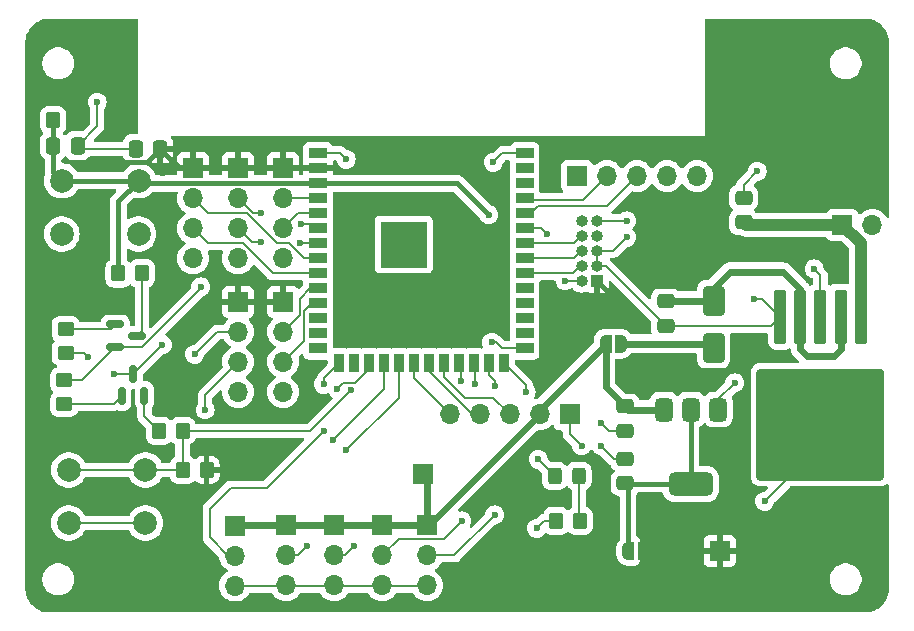
<source format=gbr>
%TF.GenerationSoftware,KiCad,Pcbnew,8.0.6*%
%TF.CreationDate,2025-04-07T16:11:50-05:00*%
%TF.ProjectId,ESP32,45535033-322e-46b6-9963-61645f706362,rev?*%
%TF.SameCoordinates,Original*%
%TF.FileFunction,Copper,L1,Top*%
%TF.FilePolarity,Positive*%
%FSLAX46Y46*%
G04 Gerber Fmt 4.6, Leading zero omitted, Abs format (unit mm)*
G04 Created by KiCad (PCBNEW 8.0.6) date 2025-04-07 16:11:50*
%MOMM*%
%LPD*%
G01*
G04 APERTURE LIST*
G04 Aperture macros list*
%AMRoundRect*
0 Rectangle with rounded corners*
0 $1 Rounding radius*
0 $2 $3 $4 $5 $6 $7 $8 $9 X,Y pos of 4 corners*
0 Add a 4 corners polygon primitive as box body*
4,1,4,$2,$3,$4,$5,$6,$7,$8,$9,$2,$3,0*
0 Add four circle primitives for the rounded corners*
1,1,$1+$1,$2,$3*
1,1,$1+$1,$4,$5*
1,1,$1+$1,$6,$7*
1,1,$1+$1,$8,$9*
0 Add four rect primitives between the rounded corners*
20,1,$1+$1,$2,$3,$4,$5,0*
20,1,$1+$1,$4,$5,$6,$7,0*
20,1,$1+$1,$6,$7,$8,$9,0*
20,1,$1+$1,$8,$9,$2,$3,0*%
%AMFreePoly0*
4,1,19,0.500000,-0.750000,0.000000,-0.750000,0.000000,-0.744911,-0.071157,-0.744911,-0.207708,-0.704816,-0.327430,-0.627875,-0.420627,-0.520320,-0.479746,-0.390866,-0.500000,-0.250000,-0.500000,0.250000,-0.479746,0.390866,-0.420627,0.520320,-0.327430,0.627875,-0.207708,0.704816,-0.071157,0.744911,0.000000,0.744911,0.000000,0.750000,0.500000,0.750000,0.500000,-0.750000,0.500000,-0.750000,
$1*%
%AMFreePoly1*
4,1,19,0.000000,0.744911,0.071157,0.744911,0.207708,0.704816,0.327430,0.627875,0.420627,0.520320,0.479746,0.390866,0.500000,0.250000,0.500000,-0.250000,0.479746,-0.390866,0.420627,-0.520320,0.327430,-0.627875,0.207708,-0.704816,0.071157,-0.744911,0.000000,-0.744911,0.000000,-0.750000,-0.500000,-0.750000,-0.500000,0.750000,0.000000,0.750000,0.000000,0.744911,0.000000,0.744911,
$1*%
G04 Aperture macros list end*
%TA.AperFunction,SMDPad,CuDef*%
%ADD10RoundRect,0.250000X-0.350000X-0.450000X0.350000X-0.450000X0.350000X0.450000X-0.350000X0.450000X0*%
%TD*%
%TA.AperFunction,ComponentPad*%
%ADD11R,1.700000X1.700000*%
%TD*%
%TA.AperFunction,ComponentPad*%
%ADD12O,1.700000X1.700000*%
%TD*%
%TA.AperFunction,SMDPad,CuDef*%
%ADD13RoundRect,0.250000X-0.475000X0.337500X-0.475000X-0.337500X0.475000X-0.337500X0.475000X0.337500X0*%
%TD*%
%TA.AperFunction,SMDPad,CuDef*%
%ADD14RoundRect,0.250000X-0.300000X2.050000X-0.300000X-2.050000X0.300000X-2.050000X0.300000X2.050000X0*%
%TD*%
%TA.AperFunction,SMDPad,CuDef*%
%ADD15RoundRect,0.250000X-2.375000X2.025000X-2.375000X-2.025000X2.375000X-2.025000X2.375000X2.025000X0*%
%TD*%
%TA.AperFunction,SMDPad,CuDef*%
%ADD16RoundRect,0.250002X-5.149998X4.449998X-5.149998X-4.449998X5.149998X-4.449998X5.149998X4.449998X0*%
%TD*%
%TA.AperFunction,ComponentPad*%
%ADD17R,1.000000X1.000000*%
%TD*%
%TA.AperFunction,ComponentPad*%
%ADD18O,1.000000X1.000000*%
%TD*%
%TA.AperFunction,SMDPad,CuDef*%
%ADD19RoundRect,0.250000X0.350000X0.450000X-0.350000X0.450000X-0.350000X-0.450000X0.350000X-0.450000X0*%
%TD*%
%TA.AperFunction,SMDPad,CuDef*%
%ADD20RoundRect,0.250000X0.450000X-0.350000X0.450000X0.350000X-0.450000X0.350000X-0.450000X-0.350000X0*%
%TD*%
%TA.AperFunction,SMDPad,CuDef*%
%ADD21RoundRect,0.250000X-0.450000X0.350000X-0.450000X-0.350000X0.450000X-0.350000X0.450000X0.350000X0*%
%TD*%
%TA.AperFunction,SMDPad,CuDef*%
%ADD22FreePoly0,0.000000*%
%TD*%
%TA.AperFunction,SMDPad,CuDef*%
%ADD23FreePoly1,0.000000*%
%TD*%
%TA.AperFunction,ComponentPad*%
%ADD24C,2.000000*%
%TD*%
%TA.AperFunction,SMDPad,CuDef*%
%ADD25FreePoly0,180.000000*%
%TD*%
%TA.AperFunction,SMDPad,CuDef*%
%ADD26FreePoly1,180.000000*%
%TD*%
%TA.AperFunction,SMDPad,CuDef*%
%ADD27RoundRect,0.375000X-0.375000X0.625000X-0.375000X-0.625000X0.375000X-0.625000X0.375000X0.625000X0*%
%TD*%
%TA.AperFunction,SMDPad,CuDef*%
%ADD28RoundRect,0.500000X-1.400000X0.500000X-1.400000X-0.500000X1.400000X-0.500000X1.400000X0.500000X0*%
%TD*%
%TA.AperFunction,SMDPad,CuDef*%
%ADD29R,1.500000X0.900000*%
%TD*%
%TA.AperFunction,SMDPad,CuDef*%
%ADD30R,0.900000X1.500000*%
%TD*%
%TA.AperFunction,HeatsinkPad*%
%ADD31C,0.600000*%
%TD*%
%TA.AperFunction,SMDPad,CuDef*%
%ADD32R,3.900000X3.900000*%
%TD*%
%TA.AperFunction,SMDPad,CuDef*%
%ADD33RoundRect,0.250000X-0.337500X-0.475000X0.337500X-0.475000X0.337500X0.475000X-0.337500X0.475000X0*%
%TD*%
%TA.AperFunction,SMDPad,CuDef*%
%ADD34RoundRect,0.250000X0.650000X-1.000000X0.650000X1.000000X-0.650000X1.000000X-0.650000X-1.000000X0*%
%TD*%
%TA.AperFunction,SMDPad,CuDef*%
%ADD35RoundRect,0.150000X0.150000X-0.587500X0.150000X0.587500X-0.150000X0.587500X-0.150000X-0.587500X0*%
%TD*%
%TA.AperFunction,SMDPad,CuDef*%
%ADD36RoundRect,0.250000X0.475000X-0.337500X0.475000X0.337500X-0.475000X0.337500X-0.475000X-0.337500X0*%
%TD*%
%TA.AperFunction,SMDPad,CuDef*%
%ADD37RoundRect,0.250000X0.325000X0.450000X-0.325000X0.450000X-0.325000X-0.450000X0.325000X-0.450000X0*%
%TD*%
%TA.AperFunction,SMDPad,CuDef*%
%ADD38RoundRect,0.250000X0.337500X0.475000X-0.337500X0.475000X-0.337500X-0.475000X0.337500X-0.475000X0*%
%TD*%
%TA.AperFunction,SMDPad,CuDef*%
%ADD39RoundRect,0.150000X-0.587500X-0.150000X0.587500X-0.150000X0.587500X0.150000X-0.587500X0.150000X0*%
%TD*%
%TA.AperFunction,ViaPad*%
%ADD40C,0.600000*%
%TD*%
%TA.AperFunction,Conductor*%
%ADD41C,0.200000*%
%TD*%
%TA.AperFunction,Conductor*%
%ADD42C,1.000000*%
%TD*%
%TA.AperFunction,Conductor*%
%ADD43C,0.400000*%
%TD*%
%TA.AperFunction,Conductor*%
%ADD44C,0.600000*%
%TD*%
G04 APERTURE END LIST*
D10*
%TO.P,R4,1*%
%TO.N,/IO0*%
X126127000Y-103124000D03*
%TO.P,R4,2*%
%TO.N,+3.3V*%
X128127000Y-103124000D03*
%TD*%
D11*
%TO.P,J3,1,Pin_1*%
%TO.N,+5V*%
X138938000Y-107823000D03*
D12*
%TO.P,J3,2,Pin_2*%
%TO.N,/21*%
X138938000Y-110363000D03*
%TO.P,J3,3,Pin_3*%
%TO.N,GND*%
X138938000Y-112903000D03*
%TD*%
D11*
%TO.P,J2,1,Pin_1*%
%TO.N,+5V*%
X134874000Y-107823000D03*
D12*
%TO.P,J2,2,Pin_2*%
%TO.N,/ADC8*%
X134874000Y-110363000D03*
%TO.P,J2,3,Pin_3*%
%TO.N,GND*%
X134874000Y-112903000D03*
%TD*%
D13*
%TO.P,C3,1*%
%TO.N,+5V*%
X163566000Y-97750500D03*
%TO.P,C3,2*%
%TO.N,GND*%
X163566000Y-99825500D03*
%TD*%
D11*
%TO.P,TP1,1,1*%
%TO.N,+5V*%
X146431000Y-103505000D03*
%TD*%
D14*
%TO.P,U3,1,VIN*%
%TO.N,Net-(BT1-+)*%
X183505000Y-90152000D03*
%TO.P,U3,2,OUT*%
%TO.N,Net-(D2-A)*%
X181805000Y-90152000D03*
%TO.P,U3,3,GND*%
%TO.N,GND*%
X180105000Y-90152000D03*
D15*
X182880000Y-96877000D03*
X177330000Y-96877000D03*
D16*
X180105000Y-99302000D03*
D15*
X182880000Y-101727000D03*
X177330000Y-101727000D03*
D14*
%TO.P,U3,4,FB*%
%TO.N,Net-(D2-A)*%
X178405000Y-90152000D03*
%TO.P,U3,5,~{ON}/OFF*%
%TO.N,GND*%
X176705000Y-90152000D03*
%TD*%
D11*
%TO.P,J5,1,Pin_1*%
%TO.N,+5V*%
X146812000Y-107823000D03*
D12*
%TO.P,J5,2,Pin_2*%
%TO.N,/48*%
X146812000Y-110363000D03*
%TO.P,J5,3,Pin_3*%
%TO.N,GND*%
X146812000Y-112903000D03*
%TD*%
D17*
%TO.P,J7,1,VTref*%
%TO.N,+3.3V*%
X161163000Y-87122000D03*
D18*
%TO.P,J7,2,SWDIO/TMS*%
%TO.N,/IO42*%
X159893000Y-87122000D03*
%TO.P,J7,3,GND*%
%TO.N,GND*%
X161163000Y-85852000D03*
%TO.P,J7,4,SWCLK/TCK*%
%TO.N,/IO39*%
X159893000Y-85852000D03*
%TO.P,J7,5,GND*%
%TO.N,GND*%
X161163000Y-84582000D03*
%TO.P,J7,6,SWO/TDO*%
%TO.N,/IO40*%
X159893000Y-84582000D03*
%TO.P,J7,7,KEY*%
%TO.N,unconnected-(J7-KEY-Pad7)*%
X161163000Y-83312000D03*
%TO.P,J7,8,NC/TDI*%
%TO.N,/IO41*%
X159893000Y-83312000D03*
%TO.P,J7,9,GNDDetect*%
%TO.N,GND*%
X161163000Y-82042000D03*
%TO.P,J7,10,~{RESET}*%
%TO.N,/EN*%
X159893000Y-82042000D03*
%TD*%
D19*
%TO.P,R1,1*%
%TO.N,+3.3V*%
X117153500Y-73503000D03*
%TO.P,R1,2*%
%TO.N,/EN*%
X115153500Y-73503000D03*
%TD*%
D20*
%TO.P,R2,1*%
%TO.N,/DTR*%
X116205000Y-93202000D03*
%TO.P,R2,2*%
%TO.N,Net-(Q1-B)*%
X116205000Y-91202000D03*
%TD*%
D11*
%TO.P,J16,1,Pin_1*%
%TO.N,+3.3V*%
X134620000Y-88900000D03*
D12*
%TO.P,J16,2,Pin_2*%
%TO.N,/6ADC*%
X134620000Y-91440000D03*
%TO.P,J16,3,Pin_3*%
%TO.N,/7ADC*%
X134620000Y-93980000D03*
%TO.P,J16,4,Pin_4*%
%TO.N,GND*%
X134620000Y-96520000D03*
%TD*%
D21*
%TO.P,R3,1*%
%TO.N,/RTS*%
X116078000Y-95536000D03*
%TO.P,R3,2*%
%TO.N,Net-(Q2-B)*%
X116078000Y-97536000D03*
%TD*%
D10*
%TO.P,R9,1*%
%TO.N,Net-(Q2-E)*%
X124095000Y-99822000D03*
%TO.P,R9,2*%
%TO.N,/IO0*%
X126095000Y-99822000D03*
%TD*%
D13*
%TO.P,C6,1*%
%TO.N,Net-(D2-A)*%
X166995000Y-88860500D03*
%TO.P,C6,2*%
%TO.N,GND*%
X166995000Y-90935500D03*
%TD*%
D22*
%TO.P,JP2,1,A*%
%TO.N,Net-(JP2-A)*%
X163830000Y-109982000D03*
D23*
%TO.P,JP2,2,B*%
%TO.N,+3.3V*%
X165130000Y-109982000D03*
%TD*%
D11*
%TO.P,J12,1,Pin_1*%
%TO.N,+3.3V*%
X134620000Y-77597000D03*
D12*
%TO.P,J12,2,Pin_2*%
%TO.N,/ADC3*%
X134620000Y-80137000D03*
%TO.P,J12,3,Pin_3*%
%TO.N,/ADC4*%
X134620000Y-82677000D03*
%TO.P,J12,4,Pin_4*%
%TO.N,GND*%
X134620000Y-85217000D03*
%TD*%
D11*
%TO.P,J1,1,Pin_1*%
%TO.N,+5V*%
X130556000Y-107838000D03*
D12*
%TO.P,J1,2,Pin_2*%
%TO.N,/ADC2*%
X130556000Y-110378000D03*
%TO.P,J1,3,Pin_3*%
%TO.N,GND*%
X130556000Y-112918000D03*
%TD*%
D11*
%TO.P,J11,1,Pin_1*%
%TO.N,GND*%
X158877000Y-98425000D03*
D12*
%TO.P,J11,2,Pin_2*%
%TO.N,+5V*%
X156337000Y-98425000D03*
%TO.P,J11,3,Pin_3*%
%TO.N,/3ADC*%
X153797000Y-98425000D03*
%TO.P,J11,4,Pin_4*%
%TO.N,/2ADC*%
X151257000Y-98425000D03*
%TO.P,J11,5,Pin_5*%
%TO.N,/1ADC*%
X148717000Y-98425000D03*
%TD*%
D24*
%TO.P,SW2,1,1*%
%TO.N,/EN*%
X115876000Y-78649000D03*
X122376000Y-78649000D03*
%TO.P,SW2,2,2*%
%TO.N,GND*%
X115876000Y-83149000D03*
X122376000Y-83149000D03*
%TD*%
D25*
%TO.P,JP1,1,A*%
%TO.N,Net-(D2-K)*%
X163210000Y-92456000D03*
D26*
%TO.P,JP1,2,B*%
%TO.N,+5V*%
X161910000Y-92456000D03*
%TD*%
D11*
%TO.P,J4,1,Pin_1*%
%TO.N,+5V*%
X143002000Y-107823000D03*
D12*
%TO.P,J4,2,Pin_2*%
%TO.N,/47*%
X143002000Y-110363000D03*
%TO.P,J4,3,Pin_3*%
%TO.N,GND*%
X143002000Y-112903000D03*
%TD*%
D27*
%TO.P,U2,1,GND*%
%TO.N,GND*%
X171440000Y-98026000D03*
%TO.P,U2,2,VO*%
%TO.N,Net-(JP2-A)*%
X169140000Y-98026000D03*
D28*
X169140000Y-104326000D03*
D27*
%TO.P,U2,3,VI*%
%TO.N,+5V*%
X166840000Y-98026000D03*
%TD*%
D19*
%TO.P,R5,1*%
%TO.N,Net-(D1-K)*%
X159734000Y-107442000D03*
%TO.P,R5,2*%
%TO.N,GND*%
X157734000Y-107442000D03*
%TD*%
D29*
%TO.P,U1,1,GND*%
%TO.N,GND*%
X137567000Y-76327000D03*
%TO.P,U1,2,3V3*%
%TO.N,+3.3V*%
X137567000Y-77597000D03*
%TO.P,U1,3,EN*%
%TO.N,/EN*%
X137567000Y-78867000D03*
%TO.P,U1,4,IO4*%
%TO.N,/ADC3*%
X137567000Y-80137000D03*
%TO.P,U1,5,IO5*%
%TO.N,/ADC4*%
X137567000Y-81407000D03*
%TO.P,U1,6,IO6*%
%TO.N,/ADC5*%
X137567000Y-82677000D03*
%TO.P,U1,7,IO7*%
%TO.N,/ADC6*%
X137567000Y-83947000D03*
%TO.P,U1,8,IO15*%
%TO.N,/4ADC*%
X137567000Y-85217000D03*
%TO.P,U1,9,IO16*%
%TO.N,/5ADC*%
X137567000Y-86487000D03*
%TO.P,U1,10,IO17*%
%TO.N,/6ADC*%
X137567000Y-87757000D03*
%TO.P,U1,11,IO18*%
%TO.N,/7ADC*%
X137567000Y-89027000D03*
%TO.P,U1,12,IO8*%
%TO.N,/ADC7*%
X137567000Y-90297000D03*
%TO.P,U1,13,IO19*%
%TO.N,/D-*%
X137567000Y-91567000D03*
%TO.P,U1,14,IO20*%
%TO.N,/D+*%
X137567000Y-92837000D03*
D30*
%TO.P,U1,15,IO3*%
%TO.N,/ADC2*%
X139332000Y-94087000D03*
%TO.P,U1,16,IO46*%
%TO.N,/46*%
X140602000Y-94087000D03*
%TO.P,U1,17,IO9*%
%TO.N,/ADC8*%
X141872000Y-94087000D03*
%TO.P,U1,18,IO10*%
%TO.N,/ADC9*%
X143142000Y-94087000D03*
%TO.P,U1,19,IO11*%
%TO.N,/0ADC*%
X144412000Y-94087000D03*
%TO.P,U1,20,IO12*%
%TO.N,/1ADC*%
X145682000Y-94087000D03*
%TO.P,U1,21,IO13*%
%TO.N,/2ADC*%
X146952000Y-94087000D03*
%TO.P,U1,22,IO14*%
%TO.N,/3ADC*%
X148222000Y-94087000D03*
%TO.P,U1,23,IO21*%
%TO.N,/21*%
X149492000Y-94087000D03*
%TO.P,U1,24,IO47*%
%TO.N,/47*%
X150762000Y-94087000D03*
%TO.P,U1,25,IO48*%
%TO.N,/48*%
X152032000Y-94087000D03*
%TO.P,U1,26,IO45*%
%TO.N,/45*%
X153302000Y-94087000D03*
D29*
%TO.P,U1,27,IO0*%
%TO.N,/IO0*%
X155067000Y-92837000D03*
%TO.P,U1,28,IO35*%
%TO.N,/35*%
X155067000Y-91567000D03*
%TO.P,U1,29,IO36*%
%TO.N,/36*%
X155067000Y-90297000D03*
%TO.P,U1,30,IO37*%
%TO.N,/37*%
X155067000Y-89027000D03*
%TO.P,U1,31,IO38*%
%TO.N,/38*%
X155067000Y-87757000D03*
%TO.P,U1,32,IO39*%
%TO.N,/IO39*%
X155067000Y-86487000D03*
%TO.P,U1,33,IO40*%
%TO.N,/IO40*%
X155067000Y-85217000D03*
%TO.P,U1,34,IO41*%
%TO.N,/IO41*%
X155067000Y-83947000D03*
%TO.P,U1,35,IO42*%
%TO.N,/IO42*%
X155067000Y-82677000D03*
%TO.P,U1,36,RXD0*%
%TO.N,/RX*%
X155067000Y-81407000D03*
%TO.P,U1,37,TXD0*%
%TO.N,/TX*%
X155067000Y-80137000D03*
%TO.P,U1,38,IO2*%
%TO.N,/ADC1*%
X155067000Y-78867000D03*
%TO.P,U1,39,IO1*%
%TO.N,/ADC0*%
X155067000Y-77597000D03*
%TO.P,U1,40,GND*%
%TO.N,GND*%
X155067000Y-76327000D03*
D31*
%TO.P,U1,41,GND*%
X143417000Y-83347000D03*
X143417000Y-84747000D03*
X144117000Y-82647000D03*
X144117000Y-84047000D03*
X144117000Y-85447000D03*
X144817000Y-83347000D03*
D32*
X144817000Y-84047000D03*
D31*
X144817000Y-84747000D03*
X145517000Y-82647000D03*
X145517000Y-84047000D03*
X145517000Y-85447000D03*
X146217000Y-83347000D03*
X146217000Y-84747000D03*
%TD*%
D33*
%TO.P,C7,1*%
%TO.N,GND*%
X122131000Y-75946000D03*
%TO.P,C7,2*%
%TO.N,+3.3V*%
X124206000Y-75946000D03*
%TD*%
D11*
%TO.P,J13,1,Pin_1*%
%TO.N,+3.3V*%
X130810000Y-88900000D03*
D12*
%TO.P,J13,2,Pin_2*%
%TO.N,/ADC9*%
X130810000Y-91440000D03*
%TO.P,J13,3,Pin_3*%
%TO.N,/0ADC*%
X130810000Y-93980000D03*
%TO.P,J13,4,Pin_4*%
%TO.N,GND*%
X130810000Y-96520000D03*
%TD*%
D34*
%TO.P,D2,1,K*%
%TO.N,Net-(D2-K)*%
X171059000Y-92787000D03*
%TO.P,D2,2,A*%
%TO.N,Net-(D2-A)*%
X171059000Y-88787000D03*
%TD*%
D11*
%TO.P,TP2,1,1*%
%TO.N,+3.3V*%
X171577000Y-109982000D03*
%TD*%
D35*
%TO.P,Q2,1,B*%
%TO.N,Net-(Q2-B)*%
X120970000Y-96871000D03*
%TO.P,Q2,2,E*%
%TO.N,Net-(Q2-E)*%
X122870000Y-96871000D03*
%TO.P,Q2,3,C*%
%TO.N,/DTR*%
X121920000Y-94996000D03*
%TD*%
D11*
%TO.P,J6,1,Pin_1*%
%TO.N,GND*%
X159512000Y-78232000D03*
D12*
%TO.P,J6,2,Pin_2*%
%TO.N,/TX*%
X162052000Y-78232000D03*
%TO.P,J6,3,Pin_3*%
%TO.N,/RX*%
X164592000Y-78232000D03*
%TO.P,J6,4,Pin_4*%
%TO.N,/RTS*%
X167132000Y-78232000D03*
%TO.P,J6,5,Pin_5*%
%TO.N,/DTR*%
X169672000Y-78232000D03*
%TD*%
D11*
%TO.P,J14,1,Pin_1*%
%TO.N,+3.3V*%
X130810000Y-77597000D03*
D12*
%TO.P,J14,2,Pin_2*%
%TO.N,/ADC5*%
X130810000Y-80137000D03*
%TO.P,J14,3,Pin_3*%
%TO.N,/ADC6*%
X130810000Y-82677000D03*
%TO.P,J14,4,Pin_4*%
%TO.N,GND*%
X130810000Y-85217000D03*
%TD*%
D36*
%TO.P,C5,1*%
%TO.N,Net-(BT1-+)*%
X173599000Y-82172500D03*
%TO.P,C5,2*%
%TO.N,GND*%
X173599000Y-80097500D03*
%TD*%
D37*
%TO.P,D1,1,K*%
%TO.N,Net-(D1-K)*%
X159648000Y-103632000D03*
%TO.P,D1,2,A*%
%TO.N,/45*%
X157598000Y-103632000D03*
%TD*%
D38*
%TO.P,C1,1*%
%TO.N,GND*%
X117221000Y-75692000D03*
%TO.P,C1,2*%
%TO.N,/EN*%
X115146000Y-75692000D03*
%TD*%
D11*
%TO.P,J15,1,Pin_1*%
%TO.N,+3.3V*%
X127000000Y-77597000D03*
D12*
%TO.P,J15,2,Pin_2*%
%TO.N,/4ADC*%
X127000000Y-80137000D03*
%TO.P,J15,3,Pin_3*%
%TO.N,/5ADC*%
X127000000Y-82677000D03*
%TO.P,J15,4,Pin_4*%
%TO.N,GND*%
X127000000Y-85217000D03*
%TD*%
D24*
%TO.P,SW1,1,1*%
%TO.N,/IO0*%
X116459000Y-103124000D03*
X122959000Y-103124000D03*
%TO.P,SW1,2,2*%
%TO.N,GND*%
X116459000Y-107624000D03*
X122959000Y-107624000D03*
%TD*%
D39*
%TO.P,Q1,1,B*%
%TO.N,Net-(Q1-B)*%
X120396000Y-90805000D03*
%TO.P,Q1,2,E*%
%TO.N,/RTS*%
X120396000Y-92705000D03*
%TO.P,Q1,3,C*%
%TO.N,Net-(Q1-C)*%
X122271000Y-91755000D03*
%TD*%
D11*
%TO.P,+,1,+*%
%TO.N,Net-(BT1-+)*%
X181964000Y-82385000D03*
D12*
%TO.P,+,2,-*%
%TO.N,GND*%
X184504000Y-82385000D03*
%TD*%
D19*
%TO.P,R8,1*%
%TO.N,Net-(Q1-C)*%
X122666000Y-86487000D03*
%TO.P,R8,2*%
%TO.N,/EN*%
X120666000Y-86487000D03*
%TD*%
D36*
%TO.P,C2,1*%
%TO.N,Net-(JP2-A)*%
X163566000Y-104270500D03*
%TO.P,C2,2*%
%TO.N,GND*%
X163566000Y-102195500D03*
%TD*%
D40*
%TO.N,GND*%
X175387000Y-105791000D03*
X152400000Y-77089000D03*
X118872000Y-72009000D03*
X161544000Y-99187000D03*
X139954000Y-76835000D03*
X172847000Y-95758000D03*
X159893000Y-101092000D03*
X156083000Y-108077000D03*
X163703000Y-82042000D03*
X163703000Y-83439000D03*
X174498000Y-88646000D03*
X174752000Y-77851000D03*
X161544000Y-101092000D03*
X179578000Y-86106000D03*
%TO.N,/EN*%
X152019000Y-81534000D03*
%TO.N,+3.3V*%
X120777000Y-73406000D03*
X164846000Y-94615000D03*
X124460000Y-77978000D03*
X124460000Y-80645000D03*
X164719000Y-90551000D03*
X120015000Y-76835000D03*
%TO.N,/RTS*%
X127635000Y-87630000D03*
%TO.N,/21*%
X140589000Y-109601000D03*
X149649265Y-95587735D03*
%TO.N,/ADC2*%
X138049000Y-95885000D03*
X138049000Y-99822000D03*
%TO.N,/ADC6*%
X136017000Y-83947000D03*
X132715000Y-83820000D03*
%TO.N,/ADC5*%
X136144000Y-82296000D03*
X132715000Y-81407000D03*
%TO.N,/48*%
X152527000Y-106934000D03*
X152527000Y-96012000D03*
%TO.N,/0ADC*%
X128016000Y-98044000D03*
X139954000Y-101473000D03*
%TO.N,/45*%
X155194000Y-96520000D03*
X156210000Y-102235000D03*
%TO.N,/47*%
X149733000Y-107442000D03*
X150876000Y-95885000D03*
%TO.N,/DTR*%
X120269000Y-94996000D03*
X124396500Y-92519500D03*
X118110000Y-93599000D03*
%TO.N,/IO42*%
X156972000Y-83185000D03*
X158496000Y-87122000D03*
%TO.N,/ADC8*%
X139192000Y-96266000D03*
X136652000Y-109601000D03*
%TO.N,/ADC9*%
X127127000Y-93345000D03*
X138811000Y-100584000D03*
%TO.N,/IO0*%
X152273000Y-92329000D03*
X140335000Y-96393000D03*
%TD*%
D41*
%TO.N,GND*%
X177330000Y-101727000D02*
X177330000Y-103848000D01*
X117475000Y-75946000D02*
X122131000Y-75946000D01*
X161163000Y-82042000D02*
X163703000Y-82042000D01*
X176705000Y-90152000D02*
X175199000Y-88646000D01*
X153162000Y-76327000D02*
X152400000Y-77089000D01*
X163566000Y-99825500D02*
X162182500Y-99825500D01*
X137567000Y-76327000D02*
X139446000Y-76327000D01*
X173599000Y-80097500D02*
X173599000Y-79004000D01*
X162182500Y-99825500D02*
X161544000Y-99187000D01*
X171440000Y-98026000D02*
X171440000Y-97165000D01*
X161911500Y-85852000D02*
X161163000Y-85852000D01*
X162647500Y-102195500D02*
X161544000Y-101092000D01*
X161163000Y-85852000D02*
X161163000Y-84582000D01*
X163566000Y-102195500D02*
X162647500Y-102195500D01*
X146797000Y-112918000D02*
X146812000Y-112903000D01*
X171440000Y-97165000D02*
X172847000Y-95758000D01*
X175925000Y-90932000D02*
X174117000Y-90932000D01*
X173599000Y-79004000D02*
X174752000Y-77851000D01*
X130556000Y-112918000D02*
X146797000Y-112918000D01*
X158877000Y-98425000D02*
X158877000Y-100076000D01*
X118872000Y-74041000D02*
X118872000Y-72009000D01*
X162560000Y-84582000D02*
X163703000Y-83439000D01*
X174117000Y-90932000D02*
X174113500Y-90935500D01*
X180105000Y-86633000D02*
X179578000Y-86106000D01*
X139446000Y-76327000D02*
X139954000Y-76835000D01*
X156718000Y-107442000D02*
X156083000Y-108077000D01*
X174113500Y-90935500D02*
X166995000Y-90935500D01*
X175199000Y-88646000D02*
X174498000Y-88646000D01*
X161163000Y-84582000D02*
X162560000Y-84582000D01*
X180105000Y-90152000D02*
X180105000Y-86633000D01*
X177330000Y-103848000D02*
X175387000Y-105791000D01*
X117221000Y-75692000D02*
X117475000Y-75946000D01*
X155067000Y-76327000D02*
X153162000Y-76327000D01*
X176705000Y-90152000D02*
X175925000Y-90932000D01*
X157734000Y-107442000D02*
X156718000Y-107442000D01*
X158877000Y-100076000D02*
X159893000Y-101092000D01*
X116459000Y-107624000D02*
X122959000Y-107624000D01*
X166995000Y-90935500D02*
X161911500Y-85852000D01*
X117221000Y-75692000D02*
X118872000Y-74041000D01*
D42*
%TO.N,Net-(BT1-+)*%
X173811500Y-82385000D02*
X173599000Y-82172500D01*
X181964000Y-82385000D02*
X173811500Y-82385000D01*
X183505000Y-83926000D02*
X183505000Y-90152000D01*
X181964000Y-82385000D02*
X183505000Y-83926000D01*
D43*
%TO.N,/EN*%
X115153500Y-75684500D02*
X115146000Y-75692000D01*
X115146000Y-77919000D02*
X115876000Y-78649000D01*
X120666000Y-86487000D02*
X120666000Y-80359000D01*
X120666000Y-80359000D02*
X122376000Y-78649000D01*
X137567000Y-78867000D02*
X149352000Y-78867000D01*
X115153500Y-73503000D02*
X115153500Y-75684500D01*
X149352000Y-78867000D02*
X152019000Y-81534000D01*
X122376000Y-78649000D02*
X115876000Y-78649000D01*
X122376000Y-78649000D02*
X122594000Y-78867000D01*
X115146000Y-75692000D02*
X115146000Y-77919000D01*
X122594000Y-78867000D02*
X137567000Y-78867000D01*
%TO.N,+3.3V*%
X123081000Y-77071000D02*
X120251000Y-77071000D01*
X124206000Y-75946000D02*
X124206000Y-77724000D01*
X120251000Y-77071000D02*
X120015000Y-76835000D01*
X124206000Y-75946000D02*
X125857000Y-77597000D01*
X124206000Y-75946000D02*
X123081000Y-77071000D01*
X134620000Y-88900000D02*
X130810000Y-88900000D01*
X164592000Y-90551000D02*
X164719000Y-90551000D01*
X161163000Y-87122000D02*
X164592000Y-90551000D01*
X125857000Y-77597000D02*
X137567000Y-77597000D01*
X124206000Y-77724000D02*
X124460000Y-77978000D01*
D41*
%TO.N,/RTS*%
X122699052Y-92705000D02*
X127635000Y-87769052D01*
X120396000Y-92705000D02*
X122699052Y-92705000D01*
X117565000Y-95536000D02*
X120396000Y-92705000D01*
X127635000Y-87769052D02*
X127635000Y-87630000D01*
X116078000Y-95536000D02*
X117565000Y-95536000D01*
D44*
%TO.N,+5V*%
X146812000Y-103886000D02*
X146431000Y-103505000D01*
X156337000Y-98425000D02*
X146939000Y-107823000D01*
X166840000Y-98026000D02*
X163841500Y-98026000D01*
X143002000Y-107823000D02*
X138938000Y-107823000D01*
X130571000Y-107823000D02*
X130556000Y-107838000D01*
X146812000Y-107823000D02*
X143002000Y-107823000D01*
X146812000Y-107823000D02*
X146812000Y-103886000D01*
X161910000Y-92456000D02*
X161910000Y-96094500D01*
X146939000Y-107823000D02*
X146812000Y-107823000D01*
X161910000Y-96094500D02*
X163566000Y-97750500D01*
X138938000Y-107823000D02*
X134874000Y-107823000D01*
X161910000Y-92456000D02*
X156337000Y-98029000D01*
X134874000Y-107823000D02*
X130571000Y-107823000D01*
X156337000Y-98029000D02*
X156337000Y-98425000D01*
D41*
%TO.N,/21*%
X138938000Y-110363000D02*
X139827000Y-110363000D01*
X149649265Y-94244265D02*
X149492000Y-94087000D01*
X139827000Y-110363000D02*
X140589000Y-109601000D01*
X149649265Y-95587735D02*
X149649265Y-94244265D01*
%TO.N,/ADC2*%
X129936000Y-110378000D02*
X130556000Y-110378000D01*
X138049000Y-95885000D02*
X138049000Y-95370000D01*
X128397000Y-108839000D02*
X129936000Y-110378000D01*
X133223000Y-104648000D02*
X130175000Y-104648000D01*
X128397000Y-106426000D02*
X128397000Y-108839000D01*
X130175000Y-104648000D02*
X128397000Y-106426000D01*
X138049000Y-95370000D02*
X139332000Y-94087000D01*
X138049000Y-99822000D02*
X133223000Y-104648000D01*
%TO.N,/ADC3*%
X134620000Y-80137000D02*
X137567000Y-80137000D01*
%TO.N,/ADC4*%
X134620000Y-82677000D02*
X135890000Y-81407000D01*
X135890000Y-81407000D02*
X137567000Y-81407000D01*
%TO.N,/ADC6*%
X131953000Y-83820000D02*
X132715000Y-83820000D01*
X130810000Y-82677000D02*
X131953000Y-83820000D01*
X136017000Y-83947000D02*
X137567000Y-83947000D01*
%TO.N,/ADC5*%
X130810000Y-80137000D02*
X132080000Y-81407000D01*
X137186000Y-82296000D02*
X137567000Y-82677000D01*
X136144000Y-82296000D02*
X137186000Y-82296000D01*
X132080000Y-81407000D02*
X132715000Y-81407000D01*
%TO.N,/48*%
X152527000Y-95631000D02*
X152032000Y-95136000D01*
X152032000Y-95136000D02*
X152032000Y-94087000D01*
X149098000Y-110363000D02*
X152527000Y-106934000D01*
X152527000Y-96012000D02*
X152527000Y-95631000D01*
X146812000Y-110363000D02*
X149098000Y-110363000D01*
%TO.N,/TX*%
X162052000Y-78232000D02*
X160039000Y-80245000D01*
X155175000Y-80245000D02*
X155067000Y-80137000D01*
X160039000Y-80245000D02*
X155175000Y-80245000D01*
%TO.N,/0ADC*%
X130810000Y-93980000D02*
X128016000Y-96774000D01*
X144412000Y-97015000D02*
X144412000Y-94087000D01*
X139954000Y-101473000D02*
X144412000Y-97015000D01*
X128016000Y-96774000D02*
X128016000Y-98044000D01*
%TO.N,/RX*%
X164592000Y-78232000D02*
X162052000Y-80772000D01*
X155597000Y-81407000D02*
X155067000Y-81407000D01*
X162052000Y-80772000D02*
X156232000Y-80772000D01*
X156232000Y-80772000D02*
X155597000Y-81407000D01*
%TO.N,/45*%
X156210000Y-102235000D02*
X156210000Y-102244000D01*
X153302000Y-94087000D02*
X154829500Y-95614500D01*
X154829500Y-95614500D02*
X155194000Y-95979000D01*
X156210000Y-102244000D02*
X157598000Y-103632000D01*
X155194000Y-95979000D02*
X155194000Y-96520000D01*
%TO.N,/1ADC*%
X148717000Y-98425000D02*
X145682000Y-95390000D01*
X145682000Y-95390000D02*
X145682000Y-94087000D01*
%TO.N,/47*%
X150876000Y-95885000D02*
X150876000Y-94201000D01*
X150876000Y-94201000D02*
X150762000Y-94087000D01*
X148202000Y-108973000D02*
X149733000Y-107442000D01*
X144392000Y-108973000D02*
X148202000Y-108973000D01*
X143002000Y-110363000D02*
X144392000Y-108973000D01*
%TO.N,/DTR*%
X120269000Y-94996000D02*
X121920000Y-94996000D01*
X117713000Y-93202000D02*
X118110000Y-93599000D01*
X116205000Y-93202000D02*
X117713000Y-93202000D01*
X124396500Y-92519500D02*
X121920000Y-94996000D01*
%TO.N,/IO42*%
X156972000Y-83185000D02*
X156464000Y-82677000D01*
X159893000Y-87122000D02*
X158496000Y-87122000D01*
X156464000Y-82677000D02*
X155067000Y-82677000D01*
%TO.N,/IO39*%
X159893000Y-85852000D02*
X159766000Y-85852000D01*
X159766000Y-85852000D02*
X159131000Y-86487000D01*
X159131000Y-86487000D02*
X155067000Y-86487000D01*
%TO.N,/ADC8*%
X141872000Y-94617000D02*
X141872000Y-94087000D01*
X139665000Y-95793000D02*
X140696000Y-95793000D01*
X134874000Y-110363000D02*
X135890000Y-110363000D01*
X135890000Y-110363000D02*
X136652000Y-109601000D01*
X139192000Y-96266000D02*
X139665000Y-95793000D01*
X140696000Y-95793000D02*
X141872000Y-94617000D01*
%TO.N,/ADC9*%
X130810000Y-91440000D02*
X129032000Y-91440000D01*
X138811000Y-100584000D02*
X143142000Y-96253000D01*
X143142000Y-96253000D02*
X143142000Y-94087000D01*
X129032000Y-91440000D02*
X127127000Y-93345000D01*
%TO.N,Net-(D1-K)*%
X159648000Y-103632000D02*
X159648000Y-107356000D01*
X159648000Y-107356000D02*
X159734000Y-107442000D01*
%TO.N,/3ADC*%
X152400000Y-97028000D02*
X149987000Y-97028000D01*
X148222000Y-95263000D02*
X148222000Y-94087000D01*
X153797000Y-98425000D02*
X152400000Y-97028000D01*
X149987000Y-97028000D02*
X148222000Y-95263000D01*
%TO.N,/7ADC*%
X134620000Y-93980000D02*
X136417000Y-92183000D01*
X137033000Y-89027000D02*
X137567000Y-89027000D01*
X136417000Y-89643000D02*
X137033000Y-89027000D01*
X136417000Y-92183000D02*
X136417000Y-89643000D01*
%TO.N,/2ADC*%
X150622000Y-98425000D02*
X146952000Y-94755000D01*
X151257000Y-98425000D02*
X150622000Y-98425000D01*
X146952000Y-94755000D02*
X146952000Y-94087000D01*
%TO.N,/4ADC*%
X134054314Y-83947000D02*
X135128000Y-83947000D01*
X127000000Y-80137000D02*
X128270000Y-81407000D01*
X136398000Y-85217000D02*
X137567000Y-85217000D01*
X131514314Y-81407000D02*
X134054314Y-83947000D01*
X128270000Y-81407000D02*
X131514314Y-81407000D01*
X135128000Y-83947000D02*
X136398000Y-85217000D01*
%TO.N,/5ADC*%
X133731000Y-86487000D02*
X137567000Y-86487000D01*
X127000000Y-82677000D02*
X128270000Y-83947000D01*
X131191000Y-83947000D02*
X133731000Y-86487000D01*
X128270000Y-83947000D02*
X131191000Y-83947000D01*
%TO.N,/6ADC*%
X136017000Y-90043000D02*
X136017000Y-88646000D01*
X136017000Y-88646000D02*
X136906000Y-87757000D01*
X136906000Y-87757000D02*
X137567000Y-87757000D01*
X134620000Y-91440000D02*
X136017000Y-90043000D01*
D44*
%TO.N,Net-(D2-A)*%
X171059000Y-87739000D02*
X171059000Y-88787000D01*
X181219000Y-93454000D02*
X178933000Y-93454000D01*
X181805000Y-92868000D02*
X181219000Y-93454000D01*
X178405000Y-90152000D02*
X178405000Y-87852000D01*
X178405000Y-92926000D02*
X178405000Y-90152000D01*
X178405000Y-87852000D02*
X176895000Y-86342000D01*
X171059000Y-88787000D02*
X167068500Y-88787000D01*
X181805000Y-90152000D02*
X181805000Y-92868000D01*
X176895000Y-86342000D02*
X172456000Y-86342000D01*
X172456000Y-86342000D02*
X171059000Y-87739000D01*
X178933000Y-93454000D02*
X178405000Y-92926000D01*
X167068500Y-88787000D02*
X166995000Y-88860500D01*
D41*
%TO.N,/IO41*%
X159893000Y-83312000D02*
X159258000Y-83947000D01*
X159258000Y-83947000D02*
X155067000Y-83947000D01*
%TO.N,/IO40*%
X159258000Y-85217000D02*
X155067000Y-85217000D01*
X159893000Y-84582000D02*
X159258000Y-85217000D01*
%TO.N,Net-(Q1-C)*%
X122666000Y-91360000D02*
X122271000Y-91755000D01*
X122666000Y-86487000D02*
X122666000Y-91360000D01*
%TO.N,Net-(Q1-B)*%
X119999000Y-91202000D02*
X120396000Y-90805000D01*
X116205000Y-91202000D02*
X119999000Y-91202000D01*
%TO.N,Net-(Q2-E)*%
X122870000Y-96871000D02*
X122870000Y-98597000D01*
X122870000Y-98597000D02*
X124095000Y-99822000D01*
%TO.N,Net-(Q2-B)*%
X116078000Y-97536000D02*
X120305000Y-97536000D01*
X120305000Y-97536000D02*
X120970000Y-96871000D01*
%TO.N,/IO0*%
X152273000Y-92329000D02*
X152654000Y-92329000D01*
X126095000Y-103092000D02*
X126127000Y-103124000D01*
X126095000Y-99822000D02*
X136906000Y-99822000D01*
X152654000Y-92329000D02*
X153162000Y-92837000D01*
X126095000Y-99822000D02*
X126095000Y-103092000D01*
X136906000Y-99822000D02*
X140335000Y-96393000D01*
X122959000Y-103124000D02*
X126127000Y-103124000D01*
X116459000Y-103124000D02*
X122959000Y-103124000D01*
X153162000Y-92837000D02*
X155067000Y-92837000D01*
D43*
%TO.N,Net-(JP2-A)*%
X163566000Y-104270500D02*
X163566000Y-104277000D01*
X169140000Y-98026000D02*
X169140000Y-104326000D01*
X163621500Y-104326000D02*
X163566000Y-104270500D01*
X163830000Y-104541000D02*
X163830000Y-109982000D01*
X163566000Y-104277000D02*
X163830000Y-104541000D01*
X169140000Y-104326000D02*
X163621500Y-104326000D01*
D44*
%TO.N,Net-(D2-K)*%
X170258630Y-92456000D02*
X170493315Y-92221315D01*
X163210000Y-92456000D02*
X170258630Y-92456000D01*
X171059000Y-92787000D02*
X170848500Y-92997500D01*
%TD*%
%TA.AperFunction,Conductor*%
%TO.N,+3.3V*%
G36*
X122260039Y-64933535D02*
G01*
X122305794Y-64986339D01*
X122317000Y-65037850D01*
X122317000Y-74596500D01*
X122297315Y-74663539D01*
X122244511Y-74709294D01*
X122193000Y-74720500D01*
X121743498Y-74720500D01*
X121743480Y-74720501D01*
X121640703Y-74731000D01*
X121640700Y-74731001D01*
X121474168Y-74786185D01*
X121474163Y-74786187D01*
X121324842Y-74878289D01*
X121200789Y-75002342D01*
X121108687Y-75151663D01*
X121108685Y-75151668D01*
X121072621Y-75260504D01*
X121032848Y-75317949D01*
X120968333Y-75344772D01*
X120954915Y-75345500D01*
X118716097Y-75345500D01*
X118649058Y-75325815D01*
X118603303Y-75273011D01*
X118593359Y-75203853D01*
X118622384Y-75140297D01*
X118628416Y-75133819D01*
X118883947Y-74878288D01*
X119352520Y-74409716D01*
X119431577Y-74272784D01*
X119472501Y-74120057D01*
X119472501Y-73961942D01*
X119472501Y-73954347D01*
X119472500Y-73954329D01*
X119472500Y-72591412D01*
X119492185Y-72524373D01*
X119499555Y-72514097D01*
X119501810Y-72511267D01*
X119501816Y-72511262D01*
X119597789Y-72358522D01*
X119657368Y-72188255D01*
X119677565Y-72009000D01*
X119657368Y-71829745D01*
X119597789Y-71659478D01*
X119501816Y-71506738D01*
X119374262Y-71379184D01*
X119221523Y-71283211D01*
X119051254Y-71223631D01*
X119051249Y-71223630D01*
X118872004Y-71203435D01*
X118871996Y-71203435D01*
X118692750Y-71223630D01*
X118692745Y-71223631D01*
X118522476Y-71283211D01*
X118369737Y-71379184D01*
X118242184Y-71506737D01*
X118146211Y-71659476D01*
X118086631Y-71829745D01*
X118086630Y-71829750D01*
X118066435Y-72008996D01*
X118066435Y-72009003D01*
X118086630Y-72188249D01*
X118086631Y-72188254D01*
X118146211Y-72358523D01*
X118242185Y-72511263D01*
X118244445Y-72514097D01*
X118245334Y-72516275D01*
X118245889Y-72517158D01*
X118245734Y-72517255D01*
X118270855Y-72578783D01*
X118271500Y-72591412D01*
X118271500Y-73740902D01*
X118251815Y-73807941D01*
X118235181Y-73828583D01*
X117633582Y-74430181D01*
X117572259Y-74463666D01*
X117545901Y-74466500D01*
X116833498Y-74466500D01*
X116833480Y-74466501D01*
X116730703Y-74477000D01*
X116730700Y-74477001D01*
X116564168Y-74532185D01*
X116564163Y-74532187D01*
X116414842Y-74624289D01*
X116290785Y-74748346D01*
X116289037Y-74751182D01*
X116287329Y-74752717D01*
X116286307Y-74754011D01*
X116286085Y-74753836D01*
X116237089Y-74797905D01*
X116168126Y-74809126D01*
X116104044Y-74781282D01*
X116077963Y-74751182D01*
X116076214Y-74748346D01*
X116010549Y-74682681D01*
X115977064Y-74621358D01*
X115982048Y-74551666D01*
X116010549Y-74507319D01*
X116051368Y-74466500D01*
X116096212Y-74421656D01*
X116188314Y-74272334D01*
X116243499Y-74105797D01*
X116254000Y-74003009D01*
X116253999Y-73002992D01*
X116243499Y-72900203D01*
X116188314Y-72733666D01*
X116096212Y-72584344D01*
X115972156Y-72460288D01*
X115822834Y-72368186D01*
X115656297Y-72313001D01*
X115656295Y-72313000D01*
X115553510Y-72302500D01*
X114753498Y-72302500D01*
X114753480Y-72302501D01*
X114650703Y-72313000D01*
X114650700Y-72313001D01*
X114484168Y-72368185D01*
X114484163Y-72368187D01*
X114334842Y-72460289D01*
X114210789Y-72584342D01*
X114118687Y-72733663D01*
X114118686Y-72733666D01*
X114063501Y-72900203D01*
X114063501Y-72900204D01*
X114063500Y-72900204D01*
X114053000Y-73002983D01*
X114053000Y-74003001D01*
X114053001Y-74003019D01*
X114063500Y-74105796D01*
X114063501Y-74105799D01*
X114118685Y-74272331D01*
X114118687Y-74272336D01*
X114118964Y-74272785D01*
X114203423Y-74409716D01*
X114210789Y-74421657D01*
X114288951Y-74499819D01*
X114322436Y-74561142D01*
X114317452Y-74630834D01*
X114288951Y-74675181D01*
X114215789Y-74748342D01*
X114123687Y-74897663D01*
X114123686Y-74897666D01*
X114068501Y-75064203D01*
X114068501Y-75064204D01*
X114068500Y-75064204D01*
X114058000Y-75166983D01*
X114058000Y-76217001D01*
X114058001Y-76217019D01*
X114068500Y-76319796D01*
X114068501Y-76319799D01*
X114123685Y-76486331D01*
X114123687Y-76486336D01*
X114158569Y-76542888D01*
X114215788Y-76635656D01*
X114339844Y-76759712D01*
X114386596Y-76788548D01*
X114433320Y-76840494D01*
X114445500Y-76894087D01*
X114445500Y-77987998D01*
X114463451Y-78078243D01*
X114457224Y-78147834D01*
X114455393Y-78152236D01*
X114451938Y-78160113D01*
X114390892Y-78401175D01*
X114390890Y-78401187D01*
X114370357Y-78648994D01*
X114370357Y-78649005D01*
X114390890Y-78896812D01*
X114390892Y-78896824D01*
X114451936Y-79137881D01*
X114551826Y-79365606D01*
X114687833Y-79573782D01*
X114700608Y-79587659D01*
X114856256Y-79756738D01*
X115052491Y-79909474D01*
X115271190Y-80027828D01*
X115506386Y-80108571D01*
X115751665Y-80149500D01*
X116000335Y-80149500D01*
X116245614Y-80108571D01*
X116480810Y-80027828D01*
X116699509Y-79909474D01*
X116895744Y-79756738D01*
X117064164Y-79573785D01*
X117118154Y-79491147D01*
X117173993Y-79405679D01*
X117227139Y-79360322D01*
X117277802Y-79349500D01*
X120385481Y-79349500D01*
X120452520Y-79369185D01*
X120498275Y-79421989D01*
X120508219Y-79491147D01*
X120479194Y-79554703D01*
X120473162Y-79561181D01*
X120121888Y-79912453D01*
X120121887Y-79912454D01*
X120045223Y-80027192D01*
X119992421Y-80154668D01*
X119992418Y-80154680D01*
X119980932Y-80212424D01*
X119980932Y-80212425D01*
X119965500Y-80290004D01*
X119965500Y-85302201D01*
X119945815Y-85369240D01*
X119906598Y-85407739D01*
X119847344Y-85444287D01*
X119723289Y-85568342D01*
X119631187Y-85717663D01*
X119631185Y-85717668D01*
X119618325Y-85756478D01*
X119576001Y-85884203D01*
X119576001Y-85884204D01*
X119576000Y-85884204D01*
X119565500Y-85986983D01*
X119565500Y-86987001D01*
X119565501Y-86987019D01*
X119576000Y-87089796D01*
X119576001Y-87089799D01*
X119631185Y-87256331D01*
X119631187Y-87256336D01*
X119640867Y-87272030D01*
X119723288Y-87405656D01*
X119847344Y-87529712D01*
X119996666Y-87621814D01*
X120163203Y-87676999D01*
X120265991Y-87687500D01*
X121066008Y-87687499D01*
X121066016Y-87687498D01*
X121066019Y-87687498D01*
X121134152Y-87680538D01*
X121168797Y-87676999D01*
X121335334Y-87621814D01*
X121484656Y-87529712D01*
X121578319Y-87436049D01*
X121639642Y-87402564D01*
X121709334Y-87407548D01*
X121753681Y-87436049D01*
X121847344Y-87529712D01*
X121996666Y-87621814D01*
X121996667Y-87621814D01*
X122002813Y-87625605D01*
X122001706Y-87627399D01*
X122046337Y-87666687D01*
X122065500Y-87732908D01*
X122065500Y-90830500D01*
X122045815Y-90897539D01*
X121993011Y-90943294D01*
X121941500Y-90954500D01*
X121758000Y-90954500D01*
X121690961Y-90934815D01*
X121645206Y-90882011D01*
X121634000Y-90830500D01*
X121634000Y-90589313D01*
X121633999Y-90589298D01*
X121631098Y-90552432D01*
X121631097Y-90552426D01*
X121592050Y-90418029D01*
X121585244Y-90394602D01*
X121501581Y-90253135D01*
X121501579Y-90253133D01*
X121501576Y-90253129D01*
X121385370Y-90136923D01*
X121385362Y-90136917D01*
X121243896Y-90053255D01*
X121243893Y-90053254D01*
X121086073Y-90007402D01*
X121086067Y-90007401D01*
X121049201Y-90004500D01*
X121049194Y-90004500D01*
X119742806Y-90004500D01*
X119742798Y-90004500D01*
X119705932Y-90007401D01*
X119705926Y-90007402D01*
X119548106Y-90053254D01*
X119548103Y-90053255D01*
X119406637Y-90136917D01*
X119406629Y-90136923D01*
X119290423Y-90253129D01*
X119290417Y-90253137D01*
X119206755Y-90394603D01*
X119206753Y-90394606D01*
X119172620Y-90512095D01*
X119135014Y-90570981D01*
X119071541Y-90600187D01*
X119053544Y-90601500D01*
X117450908Y-90601500D01*
X117383869Y-90581815D01*
X117345363Y-90537728D01*
X117343605Y-90538813D01*
X117333800Y-90522916D01*
X117247712Y-90383344D01*
X117123656Y-90259288D01*
X116974334Y-90167186D01*
X116807797Y-90112001D01*
X116807795Y-90112000D01*
X116705010Y-90101500D01*
X115704998Y-90101500D01*
X115704980Y-90101501D01*
X115602203Y-90112000D01*
X115602200Y-90112001D01*
X115435668Y-90167185D01*
X115435663Y-90167187D01*
X115286342Y-90259289D01*
X115162289Y-90383342D01*
X115070187Y-90532663D01*
X115070185Y-90532668D01*
X115053096Y-90584239D01*
X115015001Y-90699203D01*
X115015001Y-90699204D01*
X115015000Y-90699204D01*
X115004500Y-90801983D01*
X115004500Y-91602001D01*
X115004501Y-91602019D01*
X115015000Y-91704796D01*
X115015001Y-91704799D01*
X115070185Y-91871331D01*
X115070187Y-91871336D01*
X115090127Y-91903664D01*
X115160179Y-92017237D01*
X115162289Y-92020657D01*
X115255951Y-92114319D01*
X115289436Y-92175642D01*
X115284452Y-92245334D01*
X115255951Y-92289681D01*
X115162289Y-92383342D01*
X115070187Y-92532663D01*
X115070185Y-92532668D01*
X115047377Y-92601499D01*
X115015001Y-92699203D01*
X115015001Y-92699204D01*
X115015000Y-92699204D01*
X115004500Y-92801983D01*
X115004500Y-93602001D01*
X115004501Y-93602019D01*
X115015000Y-93704796D01*
X115015001Y-93704799D01*
X115070185Y-93871331D01*
X115070187Y-93871336D01*
X115081960Y-93890423D01*
X115162288Y-94020656D01*
X115286344Y-94144712D01*
X115435666Y-94236814D01*
X115435667Y-94236814D01*
X115441813Y-94240605D01*
X115440466Y-94242788D01*
X115483886Y-94281009D01*
X115503046Y-94348200D01*
X115482839Y-94415084D01*
X115429679Y-94460425D01*
X115418055Y-94464938D01*
X115308666Y-94501186D01*
X115308663Y-94501187D01*
X115159342Y-94593289D01*
X115035289Y-94717342D01*
X114943187Y-94866663D01*
X114943185Y-94866668D01*
X114933526Y-94895818D01*
X114888001Y-95033203D01*
X114888001Y-95033204D01*
X114888000Y-95033204D01*
X114877500Y-95135983D01*
X114877500Y-95936001D01*
X114877501Y-95936019D01*
X114888000Y-96038796D01*
X114888001Y-96038799D01*
X114943185Y-96205331D01*
X114943187Y-96205336D01*
X114950659Y-96217450D01*
X114992072Y-96284592D01*
X115035289Y-96354657D01*
X115128951Y-96448319D01*
X115162436Y-96509642D01*
X115157452Y-96579334D01*
X115128951Y-96623681D01*
X115035289Y-96717342D01*
X114943187Y-96866663D01*
X114943185Y-96866668D01*
X114923447Y-96926234D01*
X114888001Y-97033203D01*
X114888001Y-97033204D01*
X114888000Y-97033204D01*
X114877500Y-97135983D01*
X114877500Y-97936001D01*
X114877501Y-97936019D01*
X114888000Y-98038796D01*
X114888001Y-98038799D01*
X114937967Y-98189583D01*
X114943186Y-98205334D01*
X115035288Y-98354656D01*
X115159344Y-98478712D01*
X115308666Y-98570814D01*
X115475203Y-98625999D01*
X115577991Y-98636500D01*
X116578008Y-98636499D01*
X116578016Y-98636498D01*
X116578019Y-98636498D01*
X116634302Y-98630748D01*
X116680797Y-98625999D01*
X116847334Y-98570814D01*
X116996656Y-98478712D01*
X117120712Y-98354656D01*
X117212814Y-98205334D01*
X117212815Y-98205331D01*
X117216605Y-98199187D01*
X117218399Y-98200293D01*
X117257687Y-98155663D01*
X117323908Y-98136500D01*
X120218331Y-98136500D01*
X120218347Y-98136501D01*
X120225943Y-98136501D01*
X120384054Y-98136501D01*
X120384057Y-98136501D01*
X120536785Y-98095577D01*
X120539324Y-98094110D01*
X120541742Y-98093524D01*
X120544297Y-98092466D01*
X120544461Y-98092864D01*
X120607223Y-98077634D01*
X120635925Y-98082417D01*
X120717431Y-98106098D01*
X120754306Y-98109000D01*
X120754314Y-98109000D01*
X121185686Y-98109000D01*
X121185694Y-98109000D01*
X121222569Y-98106098D01*
X121222571Y-98106097D01*
X121222573Y-98106097D01*
X121304075Y-98082418D01*
X121380398Y-98060244D01*
X121521865Y-97976581D01*
X121638081Y-97860365D01*
X121721744Y-97718898D01*
X121767598Y-97561069D01*
X121770500Y-97524194D01*
X121770500Y-96358000D01*
X121790185Y-96290961D01*
X121842989Y-96245206D01*
X121894500Y-96234000D01*
X121945500Y-96234000D01*
X122012539Y-96253685D01*
X122058294Y-96306489D01*
X122069500Y-96358000D01*
X122069500Y-97524201D01*
X122072401Y-97561067D01*
X122072402Y-97561073D01*
X122118254Y-97718893D01*
X122118255Y-97718896D01*
X122201917Y-97860362D01*
X122201923Y-97860370D01*
X122233180Y-97891626D01*
X122266666Y-97952948D01*
X122269500Y-97979308D01*
X122269500Y-98510330D01*
X122269499Y-98510348D01*
X122269499Y-98676054D01*
X122269498Y-98676054D01*
X122303564Y-98803186D01*
X122310423Y-98828785D01*
X122332750Y-98867456D01*
X122339358Y-98878900D01*
X122339359Y-98878904D01*
X122339360Y-98878904D01*
X122389479Y-98965714D01*
X122389481Y-98965717D01*
X122508349Y-99084585D01*
X122508355Y-99084590D01*
X122958181Y-99534416D01*
X122991666Y-99595739D01*
X122994500Y-99622097D01*
X122994500Y-100322001D01*
X122994501Y-100322019D01*
X123005000Y-100424796D01*
X123005001Y-100424799D01*
X123051177Y-100564147D01*
X123060186Y-100591334D01*
X123152288Y-100740656D01*
X123276344Y-100864712D01*
X123425666Y-100956814D01*
X123592203Y-101011999D01*
X123694991Y-101022500D01*
X124495008Y-101022499D01*
X124495016Y-101022498D01*
X124495019Y-101022498D01*
X124551302Y-101016748D01*
X124597797Y-101011999D01*
X124764334Y-100956814D01*
X124913656Y-100864712D01*
X125007319Y-100771049D01*
X125068642Y-100737564D01*
X125138334Y-100742548D01*
X125182681Y-100771049D01*
X125276344Y-100864712D01*
X125425666Y-100956814D01*
X125425667Y-100956814D01*
X125431813Y-100960605D01*
X125430706Y-100962399D01*
X125475337Y-101001687D01*
X125494500Y-101067908D01*
X125494500Y-101897259D01*
X125474815Y-101964298D01*
X125435597Y-102002798D01*
X125308342Y-102081289D01*
X125184289Y-102205342D01*
X125092187Y-102354663D01*
X125092185Y-102354668D01*
X125092115Y-102354880D01*
X125066726Y-102431501D01*
X125064405Y-102438504D01*
X125024632Y-102495949D01*
X124960116Y-102522772D01*
X124946699Y-102523500D01*
X124415116Y-102523500D01*
X124348077Y-102503815D01*
X124302322Y-102451011D01*
X124301560Y-102449311D01*
X124283172Y-102407391D01*
X124147166Y-102199217D01*
X124104444Y-102152809D01*
X123978744Y-102016262D01*
X123782509Y-101863526D01*
X123782507Y-101863525D01*
X123782506Y-101863524D01*
X123563811Y-101745172D01*
X123563802Y-101745169D01*
X123328616Y-101664429D01*
X123083335Y-101623500D01*
X122834665Y-101623500D01*
X122589383Y-101664429D01*
X122354197Y-101745169D01*
X122354188Y-101745172D01*
X122135493Y-101863524D01*
X121939257Y-102016261D01*
X121770833Y-102199217D01*
X121634827Y-102407391D01*
X121616440Y-102449311D01*
X121571483Y-102502796D01*
X121504747Y-102523486D01*
X121502884Y-102523500D01*
X117915116Y-102523500D01*
X117848077Y-102503815D01*
X117802322Y-102451011D01*
X117801560Y-102449311D01*
X117783172Y-102407391D01*
X117647166Y-102199217D01*
X117604444Y-102152809D01*
X117478744Y-102016262D01*
X117282509Y-101863526D01*
X117282507Y-101863525D01*
X117282506Y-101863524D01*
X117063811Y-101745172D01*
X117063802Y-101745169D01*
X116828616Y-101664429D01*
X116583335Y-101623500D01*
X116334665Y-101623500D01*
X116089383Y-101664429D01*
X115854197Y-101745169D01*
X115854188Y-101745172D01*
X115635493Y-101863524D01*
X115439257Y-102016261D01*
X115270833Y-102199217D01*
X115134826Y-102407393D01*
X115034936Y-102635118D01*
X114973892Y-102876175D01*
X114973890Y-102876187D01*
X114953357Y-103123994D01*
X114953357Y-103124005D01*
X114973890Y-103371812D01*
X114973892Y-103371824D01*
X115034936Y-103612881D01*
X115134826Y-103840606D01*
X115270833Y-104048782D01*
X115270836Y-104048785D01*
X115439256Y-104231738D01*
X115635491Y-104384474D01*
X115635493Y-104384475D01*
X115850989Y-104501096D01*
X115854190Y-104502828D01*
X116089386Y-104583571D01*
X116334665Y-104624500D01*
X116583335Y-104624500D01*
X116828614Y-104583571D01*
X117063810Y-104502828D01*
X117282509Y-104384474D01*
X117478744Y-104231738D01*
X117647164Y-104048785D01*
X117783173Y-103840607D01*
X117801560Y-103798689D01*
X117846517Y-103745204D01*
X117913253Y-103724514D01*
X117915116Y-103724500D01*
X121502884Y-103724500D01*
X121569923Y-103744185D01*
X121615678Y-103796989D01*
X121616440Y-103798689D01*
X121634827Y-103840608D01*
X121770833Y-104048782D01*
X121770836Y-104048785D01*
X121939256Y-104231738D01*
X122135491Y-104384474D01*
X122135493Y-104384475D01*
X122350989Y-104501096D01*
X122354190Y-104502828D01*
X122589386Y-104583571D01*
X122834665Y-104624500D01*
X123083335Y-104624500D01*
X123328614Y-104583571D01*
X123563810Y-104502828D01*
X123782509Y-104384474D01*
X123978744Y-104231738D01*
X124147164Y-104048785D01*
X124283173Y-103840607D01*
X124301560Y-103798689D01*
X124346517Y-103745204D01*
X124413253Y-103724514D01*
X124415116Y-103724500D01*
X124946699Y-103724500D01*
X125013738Y-103744185D01*
X125059493Y-103796989D01*
X125064405Y-103809496D01*
X125092185Y-103893331D01*
X125092187Y-103893336D01*
X125127069Y-103949888D01*
X125184288Y-104042656D01*
X125308344Y-104166712D01*
X125457666Y-104258814D01*
X125624203Y-104313999D01*
X125726991Y-104324500D01*
X126527008Y-104324499D01*
X126527016Y-104324498D01*
X126527019Y-104324498D01*
X126583302Y-104318748D01*
X126629797Y-104313999D01*
X126796334Y-104258814D01*
X126945656Y-104166712D01*
X127039675Y-104072692D01*
X127100994Y-104039210D01*
X127170686Y-104044194D01*
X127215034Y-104072695D01*
X127308654Y-104166315D01*
X127457875Y-104258356D01*
X127457880Y-104258358D01*
X127624302Y-104313505D01*
X127624309Y-104313506D01*
X127727019Y-104323999D01*
X127876999Y-104323999D01*
X128377000Y-104323999D01*
X128526972Y-104323999D01*
X128526986Y-104323998D01*
X128629697Y-104313505D01*
X128796119Y-104258358D01*
X128796124Y-104258356D01*
X128945345Y-104166315D01*
X129069315Y-104042345D01*
X129161356Y-103893124D01*
X129161358Y-103893119D01*
X129216505Y-103726697D01*
X129216506Y-103726690D01*
X129226999Y-103623986D01*
X129227000Y-103623973D01*
X129227000Y-103374000D01*
X128377000Y-103374000D01*
X128377000Y-104323999D01*
X127876999Y-104323999D01*
X127877000Y-104323998D01*
X127877000Y-102874000D01*
X128377000Y-102874000D01*
X129226999Y-102874000D01*
X129226999Y-102624028D01*
X129226998Y-102624013D01*
X129216505Y-102521302D01*
X129161358Y-102354880D01*
X129161356Y-102354875D01*
X129069315Y-102205654D01*
X128945345Y-102081684D01*
X128796124Y-101989643D01*
X128796119Y-101989641D01*
X128629697Y-101934494D01*
X128629690Y-101934493D01*
X128526986Y-101924000D01*
X128377000Y-101924000D01*
X128377000Y-102874000D01*
X127877000Y-102874000D01*
X127877000Y-101924000D01*
X127727027Y-101924000D01*
X127727012Y-101924001D01*
X127624302Y-101934494D01*
X127457880Y-101989641D01*
X127457875Y-101989643D01*
X127308657Y-102081682D01*
X127215034Y-102175305D01*
X127153710Y-102208789D01*
X127084019Y-102203805D01*
X127039672Y-102175304D01*
X126945657Y-102081289D01*
X126945656Y-102081288D01*
X126796334Y-101989186D01*
X126796332Y-101989185D01*
X126796330Y-101989184D01*
X126796327Y-101989183D01*
X126780492Y-101983935D01*
X126723048Y-101944161D01*
X126696228Y-101879644D01*
X126695500Y-101866231D01*
X126695500Y-101067908D01*
X126715185Y-101000869D01*
X126759271Y-100962363D01*
X126758187Y-100960605D01*
X126764332Y-100956814D01*
X126764334Y-100956814D01*
X126913656Y-100864712D01*
X127037712Y-100740656D01*
X127129814Y-100591334D01*
X127157595Y-100507495D01*
X127197368Y-100450051D01*
X127261884Y-100423228D01*
X127275301Y-100422500D01*
X136299902Y-100422500D01*
X136366941Y-100442185D01*
X136412696Y-100494989D01*
X136422640Y-100564147D01*
X136393615Y-100627703D01*
X136387583Y-100634181D01*
X133010584Y-104011181D01*
X132949261Y-104044666D01*
X132922903Y-104047500D01*
X130261670Y-104047500D01*
X130261654Y-104047499D01*
X130254058Y-104047499D01*
X130095943Y-104047499D01*
X130019579Y-104067961D01*
X129943214Y-104088423D01*
X129943209Y-104088426D01*
X129806290Y-104167475D01*
X129806282Y-104167481D01*
X127916481Y-106057282D01*
X127916480Y-106057284D01*
X127875402Y-106128435D01*
X127868424Y-106140521D01*
X127868422Y-106140523D01*
X127837425Y-106194209D01*
X127837423Y-106194212D01*
X127823769Y-106245172D01*
X127796499Y-106346943D01*
X127796499Y-106346945D01*
X127796499Y-106515046D01*
X127796500Y-106515059D01*
X127796500Y-108752330D01*
X127796499Y-108752348D01*
X127796499Y-108918054D01*
X127796498Y-108918054D01*
X127837423Y-109070786D01*
X127844805Y-109083570D01*
X127847996Y-109089097D01*
X127916460Y-109207681D01*
X127916479Y-109207714D01*
X127916481Y-109207717D01*
X128035349Y-109326585D01*
X128035355Y-109326590D01*
X129179316Y-110470552D01*
X129212801Y-110531875D01*
X129215163Y-110547423D01*
X129220936Y-110613404D01*
X129220938Y-110613413D01*
X129282094Y-110841655D01*
X129282096Y-110841659D01*
X129282097Y-110841663D01*
X129374970Y-111040830D01*
X129381965Y-111055830D01*
X129381967Y-111055834D01*
X129517501Y-111249395D01*
X129517506Y-111249402D01*
X129684597Y-111416493D01*
X129684603Y-111416498D01*
X129870158Y-111546425D01*
X129913783Y-111601002D01*
X129920977Y-111670500D01*
X129889454Y-111732855D01*
X129870158Y-111749575D01*
X129684597Y-111879505D01*
X129517505Y-112046597D01*
X129381965Y-112240169D01*
X129381964Y-112240171D01*
X129282098Y-112454335D01*
X129282094Y-112454344D01*
X129220938Y-112682586D01*
X129220936Y-112682596D01*
X129200341Y-112917999D01*
X129200341Y-112918000D01*
X129220936Y-113153403D01*
X129220938Y-113153413D01*
X129282094Y-113381655D01*
X129282096Y-113381659D01*
X129282097Y-113381663D01*
X129360618Y-113550051D01*
X129381965Y-113595830D01*
X129381967Y-113595834D01*
X129463480Y-113712246D01*
X129517505Y-113789401D01*
X129684599Y-113956495D01*
X129781384Y-114024265D01*
X129878165Y-114092032D01*
X129878167Y-114092033D01*
X129878170Y-114092035D01*
X130092337Y-114191903D01*
X130320592Y-114253063D01*
X130508918Y-114269539D01*
X130555999Y-114273659D01*
X130556000Y-114273659D01*
X130556001Y-114273659D01*
X130595234Y-114270226D01*
X130791408Y-114253063D01*
X131019663Y-114191903D01*
X131233830Y-114092035D01*
X131427401Y-113956495D01*
X131594495Y-113789401D01*
X131730035Y-113595830D01*
X131732707Y-113590097D01*
X131778878Y-113537658D01*
X131845091Y-113518500D01*
X133592387Y-113518500D01*
X133659426Y-113538185D01*
X133696261Y-113576814D01*
X133696860Y-113576396D01*
X133699617Y-113580333D01*
X133699772Y-113580496D01*
X133699965Y-113580831D01*
X133805242Y-113731182D01*
X133835505Y-113774401D01*
X134002599Y-113941495D01*
X134099384Y-114009265D01*
X134196165Y-114077032D01*
X134196167Y-114077033D01*
X134196170Y-114077035D01*
X134410337Y-114176903D01*
X134638592Y-114238063D01*
X134810016Y-114253061D01*
X134873999Y-114258659D01*
X134874000Y-114258659D01*
X134874001Y-114258659D01*
X134913234Y-114255226D01*
X135109408Y-114238063D01*
X135337663Y-114176903D01*
X135551830Y-114077035D01*
X135745401Y-113941495D01*
X135912495Y-113774401D01*
X136048035Y-113580830D01*
X136048036Y-113580826D01*
X136048228Y-113580496D01*
X136048351Y-113580377D01*
X136051140Y-113576396D01*
X136051940Y-113576956D01*
X136098798Y-113532282D01*
X136155613Y-113518500D01*
X137656387Y-113518500D01*
X137723426Y-113538185D01*
X137760261Y-113576814D01*
X137760860Y-113576396D01*
X137763617Y-113580333D01*
X137763772Y-113580496D01*
X137763965Y-113580831D01*
X137869242Y-113731182D01*
X137899505Y-113774401D01*
X138066599Y-113941495D01*
X138163384Y-114009265D01*
X138260165Y-114077032D01*
X138260167Y-114077033D01*
X138260170Y-114077035D01*
X138474337Y-114176903D01*
X138702592Y-114238063D01*
X138874016Y-114253061D01*
X138937999Y-114258659D01*
X138938000Y-114258659D01*
X138938001Y-114258659D01*
X138977234Y-114255226D01*
X139173408Y-114238063D01*
X139401663Y-114176903D01*
X139615830Y-114077035D01*
X139809401Y-113941495D01*
X139976495Y-113774401D01*
X140112035Y-113580830D01*
X140112036Y-113580826D01*
X140112228Y-113580496D01*
X140112351Y-113580377D01*
X140115140Y-113576396D01*
X140115940Y-113576956D01*
X140162798Y-113532282D01*
X140219613Y-113518500D01*
X141720387Y-113518500D01*
X141787426Y-113538185D01*
X141824261Y-113576814D01*
X141824860Y-113576396D01*
X141827617Y-113580333D01*
X141827772Y-113580496D01*
X141827965Y-113580831D01*
X141933242Y-113731182D01*
X141963505Y-113774401D01*
X142130599Y-113941495D01*
X142227384Y-114009265D01*
X142324165Y-114077032D01*
X142324167Y-114077033D01*
X142324170Y-114077035D01*
X142538337Y-114176903D01*
X142766592Y-114238063D01*
X142938016Y-114253061D01*
X143001999Y-114258659D01*
X143002000Y-114258659D01*
X143002001Y-114258659D01*
X143041234Y-114255226D01*
X143237408Y-114238063D01*
X143465663Y-114176903D01*
X143679830Y-114077035D01*
X143873401Y-113941495D01*
X144040495Y-113774401D01*
X144176035Y-113580830D01*
X144176036Y-113580826D01*
X144176228Y-113580496D01*
X144176351Y-113580377D01*
X144179140Y-113576396D01*
X144179940Y-113576956D01*
X144226798Y-113532282D01*
X144283613Y-113518500D01*
X145530387Y-113518500D01*
X145597426Y-113538185D01*
X145634261Y-113576814D01*
X145634860Y-113576396D01*
X145637617Y-113580333D01*
X145637772Y-113580496D01*
X145637965Y-113580831D01*
X145743242Y-113731182D01*
X145773505Y-113774401D01*
X145940599Y-113941495D01*
X146037384Y-114009265D01*
X146134165Y-114077032D01*
X146134167Y-114077033D01*
X146134170Y-114077035D01*
X146348337Y-114176903D01*
X146576592Y-114238063D01*
X146748016Y-114253061D01*
X146811999Y-114258659D01*
X146812000Y-114258659D01*
X146812001Y-114258659D01*
X146851234Y-114255226D01*
X147047408Y-114238063D01*
X147275663Y-114176903D01*
X147489830Y-114077035D01*
X147683401Y-113941495D01*
X147850495Y-113774401D01*
X147986035Y-113580830D01*
X148085903Y-113366663D01*
X148147063Y-113138408D01*
X148167659Y-112903000D01*
X148147063Y-112667592D01*
X148085903Y-112439337D01*
X148015665Y-112288713D01*
X180894500Y-112288713D01*
X180894500Y-112501286D01*
X180927753Y-112711239D01*
X180993444Y-112913414D01*
X181089951Y-113102820D01*
X181214890Y-113274786D01*
X181365213Y-113425109D01*
X181537179Y-113550048D01*
X181537181Y-113550049D01*
X181537184Y-113550051D01*
X181726588Y-113646557D01*
X181928757Y-113712246D01*
X182138713Y-113745500D01*
X182138714Y-113745500D01*
X182351286Y-113745500D01*
X182351287Y-113745500D01*
X182561243Y-113712246D01*
X182763412Y-113646557D01*
X182952816Y-113550051D01*
X183118121Y-113429951D01*
X183124786Y-113425109D01*
X183124788Y-113425106D01*
X183124792Y-113425104D01*
X183275104Y-113274792D01*
X183275106Y-113274788D01*
X183275109Y-113274786D01*
X183400048Y-113102820D01*
X183400047Y-113102820D01*
X183400051Y-113102816D01*
X183496557Y-112913412D01*
X183562246Y-112711243D01*
X183595500Y-112501287D01*
X183595500Y-112288713D01*
X183562246Y-112078757D01*
X183496557Y-111876588D01*
X183400051Y-111687184D01*
X183400049Y-111687181D01*
X183400048Y-111687179D01*
X183275109Y-111515213D01*
X183124786Y-111364890D01*
X182952820Y-111239951D01*
X182763414Y-111143444D01*
X182763413Y-111143443D01*
X182763412Y-111143443D01*
X182561243Y-111077754D01*
X182561241Y-111077753D01*
X182561240Y-111077753D01*
X182399957Y-111052208D01*
X182351287Y-111044500D01*
X182138713Y-111044500D01*
X182090042Y-111052208D01*
X181928760Y-111077753D01*
X181726585Y-111143444D01*
X181537179Y-111239951D01*
X181365213Y-111364890D01*
X181214890Y-111515213D01*
X181089951Y-111687179D01*
X180993444Y-111876585D01*
X180927753Y-112078760D01*
X180894500Y-112288713D01*
X148015665Y-112288713D01*
X147986035Y-112225171D01*
X147883518Y-112078760D01*
X147850494Y-112031597D01*
X147683402Y-111864506D01*
X147683396Y-111864501D01*
X147497842Y-111734575D01*
X147454217Y-111679998D01*
X147447023Y-111610500D01*
X147478546Y-111548145D01*
X147497842Y-111531425D01*
X147521002Y-111515208D01*
X147683401Y-111401495D01*
X147850495Y-111234401D01*
X147986035Y-111040830D01*
X147988707Y-111035097D01*
X148034878Y-110982658D01*
X148101091Y-110963500D01*
X149011331Y-110963500D01*
X149011347Y-110963501D01*
X149018943Y-110963501D01*
X149177054Y-110963501D01*
X149177057Y-110963501D01*
X149329785Y-110922577D01*
X149379904Y-110893639D01*
X149466716Y-110843520D01*
X149578520Y-110731716D01*
X149578520Y-110731714D01*
X149588728Y-110721507D01*
X149588730Y-110721504D01*
X152233237Y-108076996D01*
X155277435Y-108076996D01*
X155277435Y-108077003D01*
X155297630Y-108256249D01*
X155297631Y-108256254D01*
X155357211Y-108426523D01*
X155393773Y-108484710D01*
X155453184Y-108579262D01*
X155580738Y-108706816D01*
X155626982Y-108735873D01*
X155721850Y-108795483D01*
X155733478Y-108802789D01*
X155903745Y-108862368D01*
X155903750Y-108862369D01*
X156082996Y-108882565D01*
X156083000Y-108882565D01*
X156083004Y-108882565D01*
X156262249Y-108862369D01*
X156262252Y-108862368D01*
X156262255Y-108862368D01*
X156432522Y-108802789D01*
X156585262Y-108706816D01*
X156712816Y-108579262D01*
X156746776Y-108525213D01*
X156799107Y-108478926D01*
X156868161Y-108468276D01*
X156916860Y-108485647D01*
X157064666Y-108576814D01*
X157231203Y-108631999D01*
X157333991Y-108642500D01*
X158134008Y-108642499D01*
X158134016Y-108642498D01*
X158134019Y-108642498D01*
X158190302Y-108636748D01*
X158236797Y-108631999D01*
X158403334Y-108576814D01*
X158552656Y-108484712D01*
X158646319Y-108391049D01*
X158707642Y-108357564D01*
X158777334Y-108362548D01*
X158821681Y-108391049D01*
X158915344Y-108484712D01*
X159064666Y-108576814D01*
X159231203Y-108631999D01*
X159333991Y-108642500D01*
X160134008Y-108642499D01*
X160134016Y-108642498D01*
X160134019Y-108642498D01*
X160190302Y-108636748D01*
X160236797Y-108631999D01*
X160403334Y-108576814D01*
X160552656Y-108484712D01*
X160676712Y-108360656D01*
X160768814Y-108211334D01*
X160823999Y-108044797D01*
X160834500Y-107942009D01*
X160834499Y-106941992D01*
X160834308Y-106940127D01*
X160823999Y-106839203D01*
X160823998Y-106839200D01*
X160815046Y-106812184D01*
X160768814Y-106672666D01*
X160676712Y-106523344D01*
X160552656Y-106399288D01*
X160403334Y-106307186D01*
X160403332Y-106307185D01*
X160403330Y-106307184D01*
X160403329Y-106307183D01*
X160333495Y-106284042D01*
X160276050Y-106244269D01*
X160249228Y-106179753D01*
X160248500Y-106166337D01*
X160248500Y-104863057D01*
X160268185Y-104796018D01*
X160307401Y-104757520D01*
X160441656Y-104674712D01*
X160565712Y-104550656D01*
X160657814Y-104401334D01*
X160712999Y-104234797D01*
X160723500Y-104132009D01*
X160723499Y-103131992D01*
X160723036Y-103127463D01*
X160712999Y-103029203D01*
X160712998Y-103029200D01*
X160703871Y-103001656D01*
X160657814Y-102862666D01*
X160565712Y-102713344D01*
X160441656Y-102589288D01*
X160333816Y-102522772D01*
X160292336Y-102497187D01*
X160292331Y-102497185D01*
X160288601Y-102495949D01*
X160125797Y-102442001D01*
X160125795Y-102442000D01*
X160023010Y-102431500D01*
X159272998Y-102431500D01*
X159272980Y-102431501D01*
X159170203Y-102442000D01*
X159170200Y-102442001D01*
X159003668Y-102497185D01*
X159003663Y-102497187D01*
X158854342Y-102589289D01*
X158730285Y-102713346D01*
X158728537Y-102716182D01*
X158726829Y-102717717D01*
X158725807Y-102719011D01*
X158725585Y-102718836D01*
X158676589Y-102762905D01*
X158607626Y-102774126D01*
X158543544Y-102746282D01*
X158517463Y-102716182D01*
X158515714Y-102713346D01*
X158391657Y-102589289D01*
X158391656Y-102589288D01*
X158283816Y-102522772D01*
X158242336Y-102497187D01*
X158242331Y-102497185D01*
X158238601Y-102495949D01*
X158075797Y-102442001D01*
X158075795Y-102442000D01*
X157973016Y-102431500D01*
X157973009Y-102431500D01*
X157298097Y-102431500D01*
X157231058Y-102411815D01*
X157210416Y-102395181D01*
X157041843Y-102226608D01*
X157008358Y-102165285D01*
X157006304Y-102152809D01*
X156995369Y-102055750D01*
X156995368Y-102055745D01*
X156972077Y-101989183D01*
X156935789Y-101885478D01*
X156921994Y-101863524D01*
X156893257Y-101817789D01*
X156839816Y-101732738D01*
X156712262Y-101605184D01*
X156648840Y-101565333D01*
X156559523Y-101509211D01*
X156389254Y-101449631D01*
X156389249Y-101449630D01*
X156210004Y-101429435D01*
X156209996Y-101429435D01*
X156030750Y-101449630D01*
X156030745Y-101449631D01*
X155860476Y-101509211D01*
X155707737Y-101605184D01*
X155580184Y-101732737D01*
X155484211Y-101885476D01*
X155424631Y-102055745D01*
X155424630Y-102055750D01*
X155404435Y-102234996D01*
X155404435Y-102235003D01*
X155424630Y-102414249D01*
X155424631Y-102414254D01*
X155484211Y-102584523D01*
X155567903Y-102717717D01*
X155580184Y-102737262D01*
X155707738Y-102864816D01*
X155860478Y-102960789D01*
X155933390Y-102986302D01*
X156030745Y-103020368D01*
X156030749Y-103020369D01*
X156107525Y-103029019D01*
X156171939Y-103056085D01*
X156181323Y-103064558D01*
X156486181Y-103369416D01*
X156519666Y-103430739D01*
X156522500Y-103457097D01*
X156522500Y-104132001D01*
X156522501Y-104132019D01*
X156533000Y-104234796D01*
X156533001Y-104234799D01*
X156588185Y-104401331D01*
X156588187Y-104401336D01*
X156589135Y-104402873D01*
X156680288Y-104550656D01*
X156804344Y-104674712D01*
X156953666Y-104766814D01*
X157120203Y-104821999D01*
X157222991Y-104832500D01*
X157973008Y-104832499D01*
X157973016Y-104832498D01*
X157973019Y-104832498D01*
X158029302Y-104826748D01*
X158075797Y-104821999D01*
X158242334Y-104766814D01*
X158391656Y-104674712D01*
X158515712Y-104550656D01*
X158517461Y-104547819D01*
X158519169Y-104546283D01*
X158520193Y-104544989D01*
X158520414Y-104545163D01*
X158569406Y-104501096D01*
X158638368Y-104489872D01*
X158702451Y-104517713D01*
X158728537Y-104547817D01*
X158730288Y-104550656D01*
X158854344Y-104674712D01*
X158988597Y-104757519D01*
X159035321Y-104809465D01*
X159047500Y-104863057D01*
X159047500Y-106248567D01*
X159027815Y-106315606D01*
X158988596Y-106354106D01*
X158915345Y-106399287D01*
X158915343Y-106399288D01*
X158821681Y-106492951D01*
X158760358Y-106526436D01*
X158690666Y-106521452D01*
X158646319Y-106492951D01*
X158552657Y-106399289D01*
X158552656Y-106399288D01*
X158403334Y-106307186D01*
X158236797Y-106252001D01*
X158236795Y-106252000D01*
X158134010Y-106241500D01*
X157333998Y-106241500D01*
X157333980Y-106241501D01*
X157231203Y-106252000D01*
X157231200Y-106252001D01*
X157064668Y-106307185D01*
X157064663Y-106307187D01*
X156915342Y-106399289D01*
X156791289Y-106523342D01*
X156699187Y-106672663D01*
X156699186Y-106672666D01*
X156664689Y-106776770D01*
X156624916Y-106834215D01*
X156579078Y-106857539D01*
X156486220Y-106882421D01*
X156486209Y-106882426D01*
X156349290Y-106961475D01*
X156349282Y-106961481D01*
X156064465Y-107246298D01*
X156003142Y-107279783D01*
X155990668Y-107281837D01*
X155903750Y-107291630D01*
X155733478Y-107351210D01*
X155580737Y-107447184D01*
X155453184Y-107574737D01*
X155357211Y-107727476D01*
X155297631Y-107897745D01*
X155297630Y-107897750D01*
X155277435Y-108076996D01*
X152233237Y-108076996D01*
X152545535Y-107764698D01*
X152606856Y-107731215D01*
X152619311Y-107729163D01*
X152706255Y-107719368D01*
X152876522Y-107659789D01*
X153029262Y-107563816D01*
X153156816Y-107436262D01*
X153252789Y-107283522D01*
X153312368Y-107113255D01*
X153314709Y-107092478D01*
X153332565Y-106934003D01*
X153332565Y-106933996D01*
X153312369Y-106754750D01*
X153312368Y-106754745D01*
X153278036Y-106656630D01*
X153252789Y-106584478D01*
X153156816Y-106431738D01*
X153029262Y-106304184D01*
X152952384Y-106255878D01*
X152876523Y-106208211D01*
X152706254Y-106148631D01*
X152706249Y-106148630D01*
X152527004Y-106128435D01*
X152526996Y-106128435D01*
X152347750Y-106148630D01*
X152347745Y-106148631D01*
X152177476Y-106208211D01*
X152024737Y-106304184D01*
X151897184Y-106431737D01*
X151801210Y-106584478D01*
X151741630Y-106754750D01*
X151731837Y-106841668D01*
X151704770Y-106906082D01*
X151696298Y-106915465D01*
X150625892Y-107985871D01*
X150564569Y-108019356D01*
X150494877Y-108014372D01*
X150438944Y-107972500D01*
X150414527Y-107907036D01*
X150429379Y-107838763D01*
X150433219Y-107832216D01*
X150458787Y-107791525D01*
X150458786Y-107791525D01*
X150458789Y-107791522D01*
X150518368Y-107621255D01*
X150523609Y-107574738D01*
X150538565Y-107442003D01*
X150538565Y-107441996D01*
X150518369Y-107262750D01*
X150518368Y-107262745D01*
X150458788Y-107092476D01*
X150364232Y-106941992D01*
X150362816Y-106939738D01*
X150235262Y-106812184D01*
X150178901Y-106776770D01*
X150082523Y-106716211D01*
X149912254Y-106656631D01*
X149912249Y-106656630D01*
X149733004Y-106636435D01*
X149732996Y-106636435D01*
X149549423Y-106657118D01*
X149480601Y-106645063D01*
X149429222Y-106597714D01*
X149411598Y-106530104D01*
X149433325Y-106463698D01*
X149447854Y-106446222D01*
X156090521Y-99803555D01*
X156151842Y-99770072D01*
X156189002Y-99767710D01*
X156337000Y-99780659D01*
X156337001Y-99780659D01*
X156392366Y-99775815D01*
X156572408Y-99760063D01*
X156800663Y-99698903D01*
X157014830Y-99599035D01*
X157208401Y-99463495D01*
X157330329Y-99341566D01*
X157391648Y-99308084D01*
X157461340Y-99313068D01*
X157517274Y-99354939D01*
X157534189Y-99385917D01*
X157583202Y-99517328D01*
X157583206Y-99517335D01*
X157669452Y-99632544D01*
X157669455Y-99632547D01*
X157784664Y-99718793D01*
X157784671Y-99718797D01*
X157829618Y-99735561D01*
X157919517Y-99769091D01*
X157979127Y-99775500D01*
X158152500Y-99775499D01*
X158219539Y-99795183D01*
X158265294Y-99847987D01*
X158276500Y-99899499D01*
X158276500Y-99989330D01*
X158276499Y-99989348D01*
X158276499Y-100155054D01*
X158276498Y-100155054D01*
X158276499Y-100155057D01*
X158317114Y-100306632D01*
X158317424Y-100307787D01*
X158326935Y-100324260D01*
X158326936Y-100324262D01*
X158396477Y-100444712D01*
X158396481Y-100444717D01*
X158515349Y-100563585D01*
X158515355Y-100563590D01*
X159062298Y-101110533D01*
X159095783Y-101171856D01*
X159097837Y-101184330D01*
X159107630Y-101271249D01*
X159167210Y-101441521D01*
X159172306Y-101449631D01*
X159263184Y-101594262D01*
X159390738Y-101721816D01*
X159427904Y-101745169D01*
X159527895Y-101807998D01*
X159543478Y-101817789D01*
X159674181Y-101863524D01*
X159713745Y-101877368D01*
X159713750Y-101877369D01*
X159892996Y-101897565D01*
X159893000Y-101897565D01*
X159893004Y-101897565D01*
X160072249Y-101877369D01*
X160072252Y-101877368D01*
X160072255Y-101877368D01*
X160242522Y-101817789D01*
X160395262Y-101721816D01*
X160522816Y-101594262D01*
X160613506Y-101449930D01*
X160665841Y-101403639D01*
X160734895Y-101392991D01*
X160798743Y-101421366D01*
X160823494Y-101449930D01*
X160914184Y-101594262D01*
X161041738Y-101721816D01*
X161194478Y-101817789D01*
X161364745Y-101877368D01*
X161451669Y-101887161D01*
X161516080Y-101914226D01*
X161525464Y-101922699D01*
X161957427Y-102354663D01*
X162278782Y-102676018D01*
X162278784Y-102676020D01*
X162323214Y-102701671D01*
X162371430Y-102752238D01*
X162378920Y-102770053D01*
X162397294Y-102825501D01*
X162406186Y-102852333D01*
X162406187Y-102852336D01*
X162498289Y-103001657D01*
X162622346Y-103125714D01*
X162625182Y-103127463D01*
X162626717Y-103129170D01*
X162628011Y-103130193D01*
X162627836Y-103130414D01*
X162671905Y-103179411D01*
X162683126Y-103248374D01*
X162655282Y-103312456D01*
X162625182Y-103338537D01*
X162622346Y-103340285D01*
X162498289Y-103464342D01*
X162406187Y-103613663D01*
X162406185Y-103613668D01*
X162394616Y-103648582D01*
X162351001Y-103780203D01*
X162351001Y-103780204D01*
X162351000Y-103780204D01*
X162340500Y-103882983D01*
X162340500Y-104658001D01*
X162340501Y-104658019D01*
X162351000Y-104760796D01*
X162351001Y-104760799D01*
X162388905Y-104875183D01*
X162406186Y-104927334D01*
X162498288Y-105076656D01*
X162622344Y-105200712D01*
X162771666Y-105292814D01*
X162938203Y-105347999D01*
X163018104Y-105356161D01*
X163082793Y-105382557D01*
X163122945Y-105439737D01*
X163129500Y-105479519D01*
X163129500Y-108958728D01*
X163109815Y-109025767D01*
X163099213Y-109039930D01*
X163023018Y-109127863D01*
X163023015Y-109127867D01*
X162945231Y-109248905D01*
X162945223Y-109248918D01*
X162888263Y-109373643D01*
X162886015Y-109377939D01*
X162844966Y-109517738D01*
X162844963Y-109517748D01*
X162824503Y-109660059D01*
X162824503Y-109716399D01*
X162824500Y-109716409D01*
X162824500Y-110247573D01*
X162824503Y-110247601D01*
X162824503Y-110303941D01*
X162835151Y-110377999D01*
X162843703Y-110437478D01*
X162843703Y-110437481D01*
X162844964Y-110446255D01*
X162885503Y-110584313D01*
X162945223Y-110715081D01*
X162945227Y-110715087D01*
X162945230Y-110715094D01*
X162956095Y-110732000D01*
X163023015Y-110836132D01*
X163023018Y-110836136D01*
X163117152Y-110944773D01*
X163117168Y-110944791D01*
X163117171Y-110944794D01*
X163225909Y-111039015D01*
X163280481Y-111074086D01*
X163346857Y-111116744D01*
X163346863Y-111116747D01*
X163477741Y-111176517D01*
X163615696Y-111217024D01*
X163758111Y-111237500D01*
X163758114Y-111237500D01*
X164330000Y-111237500D01*
X164401940Y-111232355D01*
X164539992Y-111191819D01*
X164661032Y-111114031D01*
X164755254Y-111005294D01*
X164815024Y-110874416D01*
X164835500Y-110732000D01*
X164835500Y-110267763D01*
X164835500Y-109232000D01*
X164830355Y-109160060D01*
X164808067Y-109084155D01*
X170227000Y-109084155D01*
X170227000Y-109732000D01*
X171143988Y-109732000D01*
X171111075Y-109789007D01*
X171077000Y-109916174D01*
X171077000Y-110047826D01*
X171111075Y-110174993D01*
X171143988Y-110232000D01*
X170227000Y-110232000D01*
X170227000Y-110879844D01*
X170233401Y-110939372D01*
X170233403Y-110939379D01*
X170283645Y-111074086D01*
X170283649Y-111074093D01*
X170369809Y-111189187D01*
X170369812Y-111189190D01*
X170484906Y-111275350D01*
X170484913Y-111275354D01*
X170619620Y-111325596D01*
X170619627Y-111325598D01*
X170679155Y-111331999D01*
X170679172Y-111332000D01*
X171327000Y-111332000D01*
X171327000Y-110415012D01*
X171384007Y-110447925D01*
X171511174Y-110482000D01*
X171642826Y-110482000D01*
X171769993Y-110447925D01*
X171827000Y-110415012D01*
X171827000Y-111332000D01*
X172474828Y-111332000D01*
X172474844Y-111331999D01*
X172534372Y-111325598D01*
X172534379Y-111325596D01*
X172669086Y-111275354D01*
X172669093Y-111275350D01*
X172784187Y-111189190D01*
X172784190Y-111189187D01*
X172870350Y-111074093D01*
X172870354Y-111074086D01*
X172920596Y-110939379D01*
X172920598Y-110939372D01*
X172926999Y-110879844D01*
X172927000Y-110879827D01*
X172927000Y-110232000D01*
X172010012Y-110232000D01*
X172042925Y-110174993D01*
X172077000Y-110047826D01*
X172077000Y-109916174D01*
X172042925Y-109789007D01*
X172010012Y-109732000D01*
X172927000Y-109732000D01*
X172927000Y-109084172D01*
X172926999Y-109084155D01*
X172920598Y-109024627D01*
X172920596Y-109024620D01*
X172870354Y-108889913D01*
X172870350Y-108889906D01*
X172784190Y-108774812D01*
X172784187Y-108774809D01*
X172669093Y-108688649D01*
X172669086Y-108688645D01*
X172534379Y-108638403D01*
X172534372Y-108638401D01*
X172474844Y-108632000D01*
X171827000Y-108632000D01*
X171827000Y-109548988D01*
X171769993Y-109516075D01*
X171642826Y-109482000D01*
X171511174Y-109482000D01*
X171384007Y-109516075D01*
X171327000Y-109548988D01*
X171327000Y-108632000D01*
X170679155Y-108632000D01*
X170619627Y-108638401D01*
X170619620Y-108638403D01*
X170484913Y-108688645D01*
X170484906Y-108688649D01*
X170369812Y-108774809D01*
X170369809Y-108774812D01*
X170283649Y-108889906D01*
X170283645Y-108889913D01*
X170233403Y-109024620D01*
X170233401Y-109024627D01*
X170227000Y-109084155D01*
X164808067Y-109084155D01*
X164789819Y-109022008D01*
X164730900Y-108930328D01*
X164712032Y-108900969D01*
X164712028Y-108900965D01*
X164603299Y-108806750D01*
X164603297Y-108806748D01*
X164603294Y-108806746D01*
X164603291Y-108806744D01*
X164603286Y-108806741D01*
X164602987Y-108806605D01*
X164602738Y-108806389D01*
X164595832Y-108801951D01*
X164596470Y-108800958D01*
X164550183Y-108760850D01*
X164530500Y-108693812D01*
X164530500Y-105231230D01*
X164550185Y-105164191D01*
X164566819Y-105143549D01*
X164593980Y-105116388D01*
X164633712Y-105076656D01*
X164633715Y-105076650D01*
X164636137Y-105073589D01*
X164638336Y-105072031D01*
X164638819Y-105071549D01*
X164638901Y-105071631D01*
X164693158Y-105033212D01*
X164733403Y-105026500D01*
X166663223Y-105026500D01*
X166730262Y-105046185D01*
X166776017Y-105098989D01*
X166782438Y-105116387D01*
X166806091Y-105199049D01*
X166852940Y-105288737D01*
X166900302Y-105379407D01*
X167028890Y-105537109D01*
X167120425Y-105611745D01*
X167186593Y-105665698D01*
X167366951Y-105759909D01*
X167562582Y-105815886D01*
X167681963Y-105826500D01*
X170598036Y-105826499D01*
X170717418Y-105815886D01*
X170913049Y-105759909D01*
X171093407Y-105665698D01*
X171251109Y-105537109D01*
X171379698Y-105379407D01*
X171473909Y-105199049D01*
X171529886Y-105003418D01*
X171540500Y-104884037D01*
X171540499Y-103767964D01*
X171529886Y-103648582D01*
X171473909Y-103452951D01*
X171379698Y-103272593D01*
X171303718Y-103179411D01*
X171251109Y-103114890D01*
X171093409Y-102986304D01*
X171093410Y-102986304D01*
X171093407Y-102986302D01*
X170913049Y-102892091D01*
X170913048Y-102892090D01*
X170913045Y-102892089D01*
X170774104Y-102852334D01*
X170717418Y-102836114D01*
X170717415Y-102836113D01*
X170717413Y-102836113D01*
X170644631Y-102829642D01*
X170598037Y-102825500D01*
X170598033Y-102825500D01*
X169964500Y-102825500D01*
X169897461Y-102805815D01*
X169851706Y-102753011D01*
X169840500Y-102701500D01*
X169840500Y-99543739D01*
X169860185Y-99476700D01*
X169909402Y-99432652D01*
X169989296Y-99393030D01*
X170137722Y-99273722D01*
X170193353Y-99204514D01*
X170250696Y-99164595D01*
X170320518Y-99162015D01*
X170380651Y-99197594D01*
X170386647Y-99204514D01*
X170442277Y-99273721D01*
X170442278Y-99273722D01*
X170590704Y-99393030D01*
X170590707Y-99393032D01*
X170761302Y-99477639D01*
X170761303Y-99477639D01*
X170761307Y-99477641D01*
X170946111Y-99523600D01*
X170988877Y-99526500D01*
X171891122Y-99526499D01*
X171933889Y-99523600D01*
X172118693Y-99477641D01*
X172289296Y-99393030D01*
X172437722Y-99273722D01*
X172557030Y-99125296D01*
X172564199Y-99110842D01*
X172609577Y-99019344D01*
X172641641Y-98954693D01*
X172687600Y-98769889D01*
X172690500Y-98727123D01*
X172690499Y-97324878D01*
X172687600Y-97282111D01*
X172641641Y-97097307D01*
X172641639Y-97097302D01*
X172586824Y-96986777D01*
X172574672Y-96917972D01*
X172601649Y-96853520D01*
X172610221Y-96844012D01*
X172865535Y-96588698D01*
X172926856Y-96555215D01*
X172939311Y-96553163D01*
X173026255Y-96543368D01*
X173196522Y-96483789D01*
X173349262Y-96387816D01*
X173476816Y-96260262D01*
X173572789Y-96107522D01*
X173632368Y-95937255D01*
X173632369Y-95937249D01*
X173652565Y-95758003D01*
X173652565Y-95757996D01*
X173632369Y-95578750D01*
X173632368Y-95578745D01*
X173617228Y-95535478D01*
X173572789Y-95408478D01*
X173566969Y-95399216D01*
X173476815Y-95255737D01*
X173349262Y-95128184D01*
X173196523Y-95032211D01*
X173026254Y-94972631D01*
X173026249Y-94972630D01*
X172847004Y-94952435D01*
X172846996Y-94952435D01*
X172667750Y-94972630D01*
X172667745Y-94972631D01*
X172497476Y-95032211D01*
X172344737Y-95128184D01*
X172217184Y-95255737D01*
X172121210Y-95408478D01*
X172061630Y-95578750D01*
X172051837Y-95665668D01*
X172024770Y-95730082D01*
X172016298Y-95739465D01*
X171266582Y-96489181D01*
X171205259Y-96522666D01*
X171178902Y-96525500D01*
X170988878Y-96525500D01*
X170988874Y-96525501D01*
X170946113Y-96528399D01*
X170946112Y-96528399D01*
X170761303Y-96574360D01*
X170590707Y-96658967D01*
X170590704Y-96658969D01*
X170442278Y-96778277D01*
X170442277Y-96778278D01*
X170386647Y-96847486D01*
X170329304Y-96887405D01*
X170259482Y-96889985D01*
X170199349Y-96854406D01*
X170193353Y-96847486D01*
X170137722Y-96778278D01*
X170137721Y-96778277D01*
X169989295Y-96658969D01*
X169989292Y-96658967D01*
X169818697Y-96574360D01*
X169633892Y-96528400D01*
X169612506Y-96526950D01*
X169591123Y-96525500D01*
X169591120Y-96525500D01*
X168688877Y-96525500D01*
X168688874Y-96525501D01*
X168646113Y-96528399D01*
X168646112Y-96528399D01*
X168461303Y-96574360D01*
X168290707Y-96658967D01*
X168290704Y-96658969D01*
X168142278Y-96778277D01*
X168142277Y-96778278D01*
X168086647Y-96847486D01*
X168029304Y-96887405D01*
X167959482Y-96889985D01*
X167899349Y-96854406D01*
X167893353Y-96847486D01*
X167837722Y-96778278D01*
X167837721Y-96778277D01*
X167689295Y-96658969D01*
X167689292Y-96658967D01*
X167518697Y-96574360D01*
X167333892Y-96528400D01*
X167312506Y-96526950D01*
X167291123Y-96525500D01*
X167291120Y-96525500D01*
X166388877Y-96525500D01*
X166388874Y-96525501D01*
X166346113Y-96528399D01*
X166346112Y-96528399D01*
X166161303Y-96574360D01*
X165990707Y-96658967D01*
X165990704Y-96658969D01*
X165842278Y-96778277D01*
X165842277Y-96778278D01*
X165722969Y-96926704D01*
X165722967Y-96926707D01*
X165638360Y-97097304D01*
X165638357Y-97097312D01*
X165629873Y-97131427D01*
X165594591Y-97191734D01*
X165532305Y-97223392D01*
X165509539Y-97225500D01*
X164859041Y-97225500D01*
X164792002Y-97205815D01*
X164746247Y-97153011D01*
X164741335Y-97140505D01*
X164739839Y-97135991D01*
X164725814Y-97093666D01*
X164633712Y-96944344D01*
X164509656Y-96820288D01*
X164383578Y-96742523D01*
X164360336Y-96728187D01*
X164360331Y-96728185D01*
X164293239Y-96705953D01*
X164193797Y-96673001D01*
X164193795Y-96673000D01*
X164091016Y-96662500D01*
X164091009Y-96662500D01*
X163661440Y-96662500D01*
X163594401Y-96642815D01*
X163573759Y-96626181D01*
X162746819Y-95799241D01*
X162713334Y-95737918D01*
X162710500Y-95711560D01*
X162710500Y-93835500D01*
X162730185Y-93768461D01*
X162782989Y-93722706D01*
X162834500Y-93711500D01*
X163281886Y-93711500D01*
X163281889Y-93711500D01*
X163424304Y-93691024D01*
X163562259Y-93650517D01*
X163693137Y-93590747D01*
X163808477Y-93516622D01*
X163809915Y-93515804D01*
X163814098Y-93513011D01*
X163879032Y-93456744D01*
X163922832Y-93418791D01*
X164016986Y-93310130D01*
X164016993Y-93310118D01*
X164019639Y-93306586D01*
X164021331Y-93307853D01*
X164067607Y-93267725D01*
X164119161Y-93256500D01*
X169534501Y-93256500D01*
X169601540Y-93276185D01*
X169647295Y-93328989D01*
X169658501Y-93380500D01*
X169658501Y-93837018D01*
X169669000Y-93939796D01*
X169669001Y-93939799D01*
X169724185Y-94106331D01*
X169724187Y-94106336D01*
X169749949Y-94148103D01*
X169816288Y-94255656D01*
X169940344Y-94379712D01*
X170089666Y-94471814D01*
X170256203Y-94526999D01*
X170358991Y-94537500D01*
X171759008Y-94537499D01*
X171861797Y-94526999D01*
X172028334Y-94471814D01*
X172177656Y-94379712D01*
X172301712Y-94255656D01*
X172393814Y-94106334D01*
X172448999Y-93939797D01*
X172459500Y-93837009D01*
X172459499Y-91736992D01*
X172452921Y-91672600D01*
X172465690Y-91603909D01*
X172513571Y-91553025D01*
X172576279Y-91536000D01*
X174026831Y-91536000D01*
X174026847Y-91536001D01*
X174034443Y-91536001D01*
X174192555Y-91536001D01*
X174192557Y-91536001D01*
X174192558Y-91536000D01*
X174200613Y-91534940D01*
X174200660Y-91535301D01*
X174221947Y-91532500D01*
X175530501Y-91532500D01*
X175597540Y-91552185D01*
X175643295Y-91604989D01*
X175654501Y-91656500D01*
X175654501Y-92252018D01*
X175665000Y-92354796D01*
X175665001Y-92354799D01*
X175720185Y-92521331D01*
X175720187Y-92521336D01*
X175727177Y-92532668D01*
X175812288Y-92670656D01*
X175936344Y-92794712D01*
X176085666Y-92886814D01*
X176252203Y-92941999D01*
X176354991Y-92952500D01*
X177055008Y-92952499D01*
X177055016Y-92952498D01*
X177055019Y-92952498D01*
X177111302Y-92946748D01*
X177157797Y-92941999D01*
X177324334Y-92886814D01*
X177415404Y-92830641D01*
X177482796Y-92812202D01*
X177549459Y-92833125D01*
X177594229Y-92886767D01*
X177604500Y-92936181D01*
X177604500Y-93004846D01*
X177635261Y-93159489D01*
X177635264Y-93159501D01*
X177695602Y-93305172D01*
X177695609Y-93305185D01*
X177783210Y-93436288D01*
X177783213Y-93436292D01*
X178236740Y-93889819D01*
X178270225Y-93951142D01*
X178265241Y-94020834D01*
X178223369Y-94076767D01*
X178157905Y-94101184D01*
X178149059Y-94101500D01*
X174904998Y-94101500D01*
X174904981Y-94101501D01*
X174802203Y-94112000D01*
X174802200Y-94112001D01*
X174635668Y-94167185D01*
X174635663Y-94167187D01*
X174486342Y-94259289D01*
X174362289Y-94383342D01*
X174270187Y-94532663D01*
X174270185Y-94532668D01*
X174215001Y-94699201D01*
X174207820Y-94769498D01*
X174207820Y-94769500D01*
X174204500Y-94801988D01*
X174204500Y-103802001D01*
X174204501Y-103802018D01*
X174215000Y-103904796D01*
X174215001Y-103904799D01*
X174270185Y-104071331D01*
X174270187Y-104071336D01*
X174305069Y-104127888D01*
X174362288Y-104220656D01*
X174486344Y-104344712D01*
X174635666Y-104436814D01*
X174802203Y-104491999D01*
X174886925Y-104500654D01*
X174894233Y-104502499D01*
X174898665Y-104502499D01*
X174911280Y-104503142D01*
X174918432Y-104503873D01*
X174926384Y-104502499D01*
X175526903Y-104502499D01*
X175593941Y-104522184D01*
X175639696Y-104574988D01*
X175649640Y-104644146D01*
X175620615Y-104707702D01*
X175614583Y-104714180D01*
X175368465Y-104960298D01*
X175307142Y-104993783D01*
X175294668Y-104995837D01*
X175207750Y-105005630D01*
X175037478Y-105065210D01*
X174884737Y-105161184D01*
X174757184Y-105288737D01*
X174661211Y-105441476D01*
X174601631Y-105611745D01*
X174601630Y-105611750D01*
X174581435Y-105790996D01*
X174581435Y-105791003D01*
X174601630Y-105970249D01*
X174601631Y-105970254D01*
X174661211Y-106140523D01*
X174726965Y-106245169D01*
X174757184Y-106293262D01*
X174884738Y-106420816D01*
X174938871Y-106454830D01*
X175036637Y-106516261D01*
X175037478Y-106516789D01*
X175131358Y-106549639D01*
X175207745Y-106576368D01*
X175207750Y-106576369D01*
X175386996Y-106596565D01*
X175387000Y-106596565D01*
X175387004Y-106596565D01*
X175566249Y-106576369D01*
X175566252Y-106576368D01*
X175566255Y-106576368D01*
X175736522Y-106516789D01*
X175889262Y-106420816D01*
X176016816Y-106293262D01*
X176112789Y-106140522D01*
X176172368Y-105970255D01*
X176182161Y-105883329D01*
X176209226Y-105818918D01*
X176217690Y-105809543D01*
X177488416Y-104538818D01*
X177549739Y-104505333D01*
X177576097Y-104502499D01*
X180454985Y-104502499D01*
X180454991Y-104502500D01*
X185305008Y-104502499D01*
X185407797Y-104491999D01*
X185574334Y-104436814D01*
X185723656Y-104344712D01*
X185723657Y-104344710D01*
X185728355Y-104341813D01*
X185795748Y-104323373D01*
X185862411Y-104344296D01*
X185907181Y-104397938D01*
X185917452Y-104447352D01*
X185917452Y-113191450D01*
X185917223Y-113198988D01*
X185903790Y-113419562D01*
X185901738Y-113435698D01*
X185854155Y-113680342D01*
X185850009Y-113696071D01*
X185770808Y-113932394D01*
X185764638Y-113947447D01*
X185655185Y-114171361D01*
X185647098Y-114185474D01*
X185509280Y-114393131D01*
X185499416Y-114406065D01*
X185335593Y-114593905D01*
X185324120Y-114605436D01*
X185137125Y-114770207D01*
X185124246Y-114780135D01*
X184917280Y-114919018D01*
X184903208Y-114927176D01*
X184679854Y-115037767D01*
X184664841Y-115044010D01*
X184492788Y-115102650D01*
X184428931Y-115124414D01*
X184413223Y-115128640D01*
X184168815Y-115177470D01*
X184152689Y-115179604D01*
X183900830Y-115196231D01*
X183892662Y-115196500D01*
X114815880Y-115196500D01*
X114806925Y-115196176D01*
X114554750Y-115177917D01*
X114538756Y-115175705D01*
X114294461Y-115125526D01*
X114278890Y-115121255D01*
X114043176Y-115039755D01*
X114028292Y-115033496D01*
X113815411Y-114927176D01*
X113805174Y-114922063D01*
X113791230Y-114913924D01*
X113584486Y-114774446D01*
X113571717Y-114764564D01*
X113566873Y-114760282D01*
X113384841Y-114599398D01*
X113373467Y-114587943D01*
X113209639Y-114399896D01*
X113199848Y-114387058D01*
X113061835Y-114179308D01*
X113053806Y-114165324D01*
X112950017Y-113953752D01*
X112943963Y-113941410D01*
X112937811Y-113926482D01*
X112857996Y-113690202D01*
X112853836Y-113674605D01*
X112845234Y-113631159D01*
X112805397Y-113429950D01*
X112803300Y-113413941D01*
X112800215Y-113366664D01*
X112786750Y-113160279D01*
X112786487Y-113152206D01*
X112786487Y-112288713D01*
X114219500Y-112288713D01*
X114219500Y-112501286D01*
X114252753Y-112711239D01*
X114318444Y-112913414D01*
X114414951Y-113102820D01*
X114539890Y-113274786D01*
X114690213Y-113425109D01*
X114862179Y-113550048D01*
X114862181Y-113550049D01*
X114862184Y-113550051D01*
X115051588Y-113646557D01*
X115253757Y-113712246D01*
X115463713Y-113745500D01*
X115463714Y-113745500D01*
X115676286Y-113745500D01*
X115676287Y-113745500D01*
X115886243Y-113712246D01*
X116088412Y-113646557D01*
X116277816Y-113550051D01*
X116443121Y-113429951D01*
X116449786Y-113425109D01*
X116449788Y-113425106D01*
X116449792Y-113425104D01*
X116600104Y-113274792D01*
X116600106Y-113274788D01*
X116600109Y-113274786D01*
X116725048Y-113102820D01*
X116725047Y-113102820D01*
X116725051Y-113102816D01*
X116821557Y-112913412D01*
X116887246Y-112711243D01*
X116920500Y-112501287D01*
X116920500Y-112288713D01*
X116887246Y-112078757D01*
X116821557Y-111876588D01*
X116725051Y-111687184D01*
X116725049Y-111687181D01*
X116725048Y-111687179D01*
X116600109Y-111515213D01*
X116449786Y-111364890D01*
X116277820Y-111239951D01*
X116088414Y-111143444D01*
X116088413Y-111143443D01*
X116088412Y-111143443D01*
X115886243Y-111077754D01*
X115886241Y-111077753D01*
X115886240Y-111077753D01*
X115724957Y-111052208D01*
X115676287Y-111044500D01*
X115463713Y-111044500D01*
X115415042Y-111052208D01*
X115253760Y-111077753D01*
X115051585Y-111143444D01*
X114862179Y-111239951D01*
X114690213Y-111364890D01*
X114539890Y-111515213D01*
X114414951Y-111687179D01*
X114318444Y-111876585D01*
X114252753Y-112078760D01*
X114219500Y-112288713D01*
X112786487Y-112288713D01*
X112786487Y-107623994D01*
X114953357Y-107623994D01*
X114953357Y-107624005D01*
X114973890Y-107871812D01*
X114973892Y-107871824D01*
X115034936Y-108112881D01*
X115134826Y-108340606D01*
X115270833Y-108548782D01*
X115270836Y-108548785D01*
X115439256Y-108731738D01*
X115635491Y-108884474D01*
X115854190Y-109002828D01*
X116089386Y-109083571D01*
X116334665Y-109124500D01*
X116583335Y-109124500D01*
X116828614Y-109083571D01*
X117063810Y-109002828D01*
X117282509Y-108884474D01*
X117478744Y-108731738D01*
X117647164Y-108548785D01*
X117783173Y-108340607D01*
X117801560Y-108298689D01*
X117846517Y-108245204D01*
X117913253Y-108224514D01*
X117915116Y-108224500D01*
X121502884Y-108224500D01*
X121569923Y-108244185D01*
X121615678Y-108296989D01*
X121616440Y-108298689D01*
X121634827Y-108340608D01*
X121770833Y-108548782D01*
X121770836Y-108548785D01*
X121939256Y-108731738D01*
X122135491Y-108884474D01*
X122354190Y-109002828D01*
X122589386Y-109083571D01*
X122834665Y-109124500D01*
X123083335Y-109124500D01*
X123328614Y-109083571D01*
X123563810Y-109002828D01*
X123782509Y-108884474D01*
X123978744Y-108731738D01*
X124147164Y-108548785D01*
X124283173Y-108340607D01*
X124383063Y-108112881D01*
X124444108Y-107871821D01*
X124444764Y-107863903D01*
X124464643Y-107624005D01*
X124464643Y-107623994D01*
X124444109Y-107376187D01*
X124444107Y-107376175D01*
X124383063Y-107135118D01*
X124283173Y-106907393D01*
X124147166Y-106699217D01*
X124108411Y-106657118D01*
X123978744Y-106516262D01*
X123782509Y-106363526D01*
X123782507Y-106363525D01*
X123782506Y-106363524D01*
X123563811Y-106245172D01*
X123563802Y-106245169D01*
X123328616Y-106164429D01*
X123083335Y-106123500D01*
X122834665Y-106123500D01*
X122589383Y-106164429D01*
X122354197Y-106245169D01*
X122354188Y-106245172D01*
X122135493Y-106363524D01*
X121939257Y-106516261D01*
X121770833Y-106699217D01*
X121634827Y-106907391D01*
X121616440Y-106949311D01*
X121571483Y-107002796D01*
X121504747Y-107023486D01*
X121502884Y-107023500D01*
X117915116Y-107023500D01*
X117848077Y-107003815D01*
X117802322Y-106951011D01*
X117801560Y-106949311D01*
X117783172Y-106907391D01*
X117647166Y-106699217D01*
X117608411Y-106657118D01*
X117478744Y-106516262D01*
X117282509Y-106363526D01*
X117282507Y-106363525D01*
X117282506Y-106363524D01*
X117063811Y-106245172D01*
X117063802Y-106245169D01*
X116828616Y-106164429D01*
X116583335Y-106123500D01*
X116334665Y-106123500D01*
X116089383Y-106164429D01*
X115854197Y-106245169D01*
X115854188Y-106245172D01*
X115635493Y-106363524D01*
X115439257Y-106516261D01*
X115270833Y-106699217D01*
X115134826Y-106907393D01*
X115034936Y-107135118D01*
X114973892Y-107376175D01*
X114973890Y-107376187D01*
X114953357Y-107623994D01*
X112786487Y-107623994D01*
X112786487Y-83148994D01*
X114370357Y-83148994D01*
X114370357Y-83149005D01*
X114390890Y-83396812D01*
X114390892Y-83396824D01*
X114451936Y-83637881D01*
X114551826Y-83865606D01*
X114687833Y-84073782D01*
X114687836Y-84073785D01*
X114856256Y-84256738D01*
X115052491Y-84409474D01*
X115127155Y-84449880D01*
X115228048Y-84504481D01*
X115271190Y-84527828D01*
X115506386Y-84608571D01*
X115751665Y-84649500D01*
X116000335Y-84649500D01*
X116245614Y-84608571D01*
X116480810Y-84527828D01*
X116699509Y-84409474D01*
X116895744Y-84256738D01*
X117064164Y-84073785D01*
X117200173Y-83865607D01*
X117300063Y-83637881D01*
X117361108Y-83396821D01*
X117364587Y-83354834D01*
X117381643Y-83149005D01*
X117381643Y-83148994D01*
X117361109Y-82901187D01*
X117361107Y-82901175D01*
X117300063Y-82660118D01*
X117200173Y-82432393D01*
X117064166Y-82224217D01*
X117022659Y-82179129D01*
X116895744Y-82041262D01*
X116699509Y-81888526D01*
X116699507Y-81888525D01*
X116699506Y-81888524D01*
X116480811Y-81770172D01*
X116480802Y-81770169D01*
X116245616Y-81689429D01*
X116000335Y-81648500D01*
X115751665Y-81648500D01*
X115506383Y-81689429D01*
X115271197Y-81770169D01*
X115271188Y-81770172D01*
X115052493Y-81888524D01*
X114856257Y-82041261D01*
X114687833Y-82224217D01*
X114551826Y-82432393D01*
X114451936Y-82660118D01*
X114390892Y-82901175D01*
X114390890Y-82901187D01*
X114370357Y-83148994D01*
X112786487Y-83148994D01*
X112786487Y-68600713D01*
X114219500Y-68600713D01*
X114219500Y-68813286D01*
X114252753Y-69023239D01*
X114318444Y-69225414D01*
X114414951Y-69414820D01*
X114539890Y-69586786D01*
X114690213Y-69737109D01*
X114862179Y-69862048D01*
X114862181Y-69862049D01*
X114862184Y-69862051D01*
X115051588Y-69958557D01*
X115253757Y-70024246D01*
X115463713Y-70057500D01*
X115463714Y-70057500D01*
X115676286Y-70057500D01*
X115676287Y-70057500D01*
X115886243Y-70024246D01*
X116088412Y-69958557D01*
X116277816Y-69862051D01*
X116299789Y-69846086D01*
X116449786Y-69737109D01*
X116449788Y-69737106D01*
X116449792Y-69737104D01*
X116600104Y-69586792D01*
X116600106Y-69586788D01*
X116600109Y-69586786D01*
X116725048Y-69414820D01*
X116725047Y-69414820D01*
X116725051Y-69414816D01*
X116821557Y-69225412D01*
X116887246Y-69023243D01*
X116920500Y-68813287D01*
X116920500Y-68600713D01*
X116887246Y-68390757D01*
X116821557Y-68188588D01*
X116725051Y-67999184D01*
X116725049Y-67999181D01*
X116725048Y-67999179D01*
X116600109Y-67827213D01*
X116449786Y-67676890D01*
X116277820Y-67551951D01*
X116088414Y-67455444D01*
X116088413Y-67455443D01*
X116088412Y-67455443D01*
X115886243Y-67389754D01*
X115886241Y-67389753D01*
X115886240Y-67389753D01*
X115724957Y-67364208D01*
X115676287Y-67356500D01*
X115463713Y-67356500D01*
X115415042Y-67364208D01*
X115253760Y-67389753D01*
X115051585Y-67455444D01*
X114862179Y-67551951D01*
X114690213Y-67676890D01*
X114539890Y-67827213D01*
X114414951Y-67999179D01*
X114318444Y-68188585D01*
X114252753Y-68390760D01*
X114219500Y-68600713D01*
X112786487Y-68600713D01*
X112786487Y-66938148D01*
X112786833Y-66928895D01*
X112791601Y-66865173D01*
X112805649Y-66677449D01*
X112807889Y-66661517D01*
X112858531Y-66417696D01*
X112862828Y-66402162D01*
X112885758Y-66336266D01*
X112944670Y-66166976D01*
X112950938Y-66152148D01*
X113062603Y-65929559D01*
X113070740Y-65915672D01*
X113210342Y-65709445D01*
X113220210Y-65696733D01*
X113385377Y-65510368D01*
X113396815Y-65499039D01*
X113584763Y-65335676D01*
X113597589Y-65325918D01*
X113805133Y-65188323D01*
X113819107Y-65180314D01*
X114042763Y-65070798D01*
X114057646Y-65064676D01*
X114293616Y-64985102D01*
X114309184Y-64980958D01*
X114553465Y-64932672D01*
X114569440Y-64930581D01*
X114822267Y-64914111D01*
X114830311Y-64913850D01*
X114891881Y-64913850D01*
X122193000Y-64913850D01*
X122260039Y-64933535D01*
G37*
%TD.AperFunction*%
%TA.AperFunction,Conductor*%
G36*
X125659895Y-79587185D02*
G01*
X125705650Y-79639989D01*
X125715594Y-79709147D01*
X125712631Y-79723593D01*
X125664938Y-79901586D01*
X125664936Y-79901596D01*
X125644341Y-80136999D01*
X125644341Y-80137000D01*
X125664936Y-80372403D01*
X125664938Y-80372413D01*
X125726094Y-80600655D01*
X125726095Y-80600657D01*
X125726097Y-80600663D01*
X125792813Y-80743735D01*
X125825965Y-80814830D01*
X125825967Y-80814834D01*
X125961501Y-81008395D01*
X125961506Y-81008402D01*
X126128597Y-81175493D01*
X126128603Y-81175498D01*
X126314158Y-81305425D01*
X126357783Y-81360002D01*
X126364977Y-81429500D01*
X126333454Y-81491855D01*
X126314158Y-81508575D01*
X126128597Y-81638505D01*
X125961505Y-81805597D01*
X125825965Y-81999169D01*
X125825964Y-81999171D01*
X125726098Y-82213335D01*
X125726094Y-82213344D01*
X125664938Y-82441586D01*
X125664936Y-82441596D01*
X125644341Y-82676999D01*
X125644341Y-82677000D01*
X125664936Y-82912403D01*
X125664938Y-82912413D01*
X125726094Y-83140655D01*
X125726096Y-83140659D01*
X125726097Y-83140663D01*
X125793702Y-83285642D01*
X125825965Y-83354830D01*
X125825967Y-83354834D01*
X125961501Y-83548395D01*
X125961506Y-83548402D01*
X126128597Y-83715493D01*
X126128603Y-83715498D01*
X126314158Y-83845425D01*
X126357783Y-83900002D01*
X126364977Y-83969500D01*
X126333454Y-84031855D01*
X126314158Y-84048575D01*
X126128597Y-84178505D01*
X125961505Y-84345597D01*
X125825965Y-84539169D01*
X125825964Y-84539171D01*
X125726098Y-84753335D01*
X125726094Y-84753344D01*
X125664938Y-84981586D01*
X125664936Y-84981596D01*
X125644341Y-85216999D01*
X125644341Y-85217000D01*
X125664936Y-85452403D01*
X125664938Y-85452413D01*
X125726094Y-85680655D01*
X125726096Y-85680659D01*
X125726097Y-85680663D01*
X125805993Y-85852000D01*
X125825965Y-85894830D01*
X125825967Y-85894834D01*
X125891993Y-85989128D01*
X125961505Y-86088401D01*
X126128599Y-86255495D01*
X126171101Y-86285255D01*
X126322165Y-86391032D01*
X126322167Y-86391033D01*
X126322170Y-86391035D01*
X126536337Y-86490903D01*
X126536343Y-86490904D01*
X126536344Y-86490905D01*
X126591285Y-86505626D01*
X126764592Y-86552063D01*
X126952918Y-86568539D01*
X126999999Y-86572659D01*
X127000000Y-86572659D01*
X127000001Y-86572659D01*
X127039234Y-86569226D01*
X127235408Y-86552063D01*
X127463663Y-86490903D01*
X127677830Y-86391035D01*
X127871401Y-86255495D01*
X128038495Y-86088401D01*
X128174035Y-85894830D01*
X128273903Y-85680663D01*
X128335063Y-85452408D01*
X128355659Y-85217000D01*
X128354804Y-85207233D01*
X128335063Y-84981596D01*
X128335063Y-84981592D01*
X128273903Y-84753337D01*
X128260177Y-84723902D01*
X128249686Y-84654829D01*
X128278205Y-84591044D01*
X128336681Y-84552804D01*
X128372560Y-84547500D01*
X129437440Y-84547500D01*
X129504479Y-84567185D01*
X129550234Y-84619989D01*
X129560178Y-84689147D01*
X129549823Y-84723900D01*
X129536098Y-84753335D01*
X129536096Y-84753340D01*
X129536094Y-84753344D01*
X129474938Y-84981586D01*
X129474936Y-84981596D01*
X129454341Y-85216999D01*
X129454341Y-85217000D01*
X129474936Y-85452403D01*
X129474938Y-85452413D01*
X129536094Y-85680655D01*
X129536096Y-85680659D01*
X129536097Y-85680663D01*
X129615993Y-85852000D01*
X129635965Y-85894830D01*
X129635967Y-85894834D01*
X129701993Y-85989128D01*
X129771505Y-86088401D01*
X129938599Y-86255495D01*
X129981101Y-86285255D01*
X130132165Y-86391032D01*
X130132167Y-86391033D01*
X130132170Y-86391035D01*
X130346337Y-86490903D01*
X130346343Y-86490904D01*
X130346344Y-86490905D01*
X130401285Y-86505626D01*
X130574592Y-86552063D01*
X130762918Y-86568539D01*
X130809999Y-86572659D01*
X130810000Y-86572659D01*
X130810001Y-86572659D01*
X130849234Y-86569226D01*
X131045408Y-86552063D01*
X131273663Y-86490903D01*
X131487830Y-86391035D01*
X131681401Y-86255495D01*
X131848495Y-86088401D01*
X131984035Y-85894830D01*
X132006367Y-85846936D01*
X132052535Y-85794502D01*
X132119728Y-85775348D01*
X132186609Y-85795562D01*
X132206428Y-85811663D01*
X133246139Y-86851374D01*
X133246149Y-86851385D01*
X133250479Y-86855715D01*
X133250480Y-86855716D01*
X133362284Y-86967520D01*
X133362286Y-86967521D01*
X133362290Y-86967524D01*
X133495589Y-87044483D01*
X133499216Y-87046577D01*
X133588211Y-87070423D01*
X133651942Y-87087500D01*
X133651943Y-87087500D01*
X136196906Y-87087500D01*
X136263945Y-87107185D01*
X136309700Y-87159989D01*
X136320195Y-87224752D01*
X136316500Y-87259127D01*
X136316500Y-87259128D01*
X136316500Y-87259132D01*
X136316500Y-87445901D01*
X136296815Y-87512940D01*
X136280181Y-87533582D01*
X136054142Y-87759621D01*
X135992819Y-87793106D01*
X135923127Y-87788122D01*
X135867195Y-87746252D01*
X135827187Y-87692809D01*
X135712093Y-87606649D01*
X135712086Y-87606645D01*
X135577379Y-87556403D01*
X135577372Y-87556401D01*
X135517844Y-87550000D01*
X134870000Y-87550000D01*
X134870000Y-88466988D01*
X134812993Y-88434075D01*
X134685826Y-88400000D01*
X134554174Y-88400000D01*
X134427007Y-88434075D01*
X134370000Y-88466988D01*
X134370000Y-87550000D01*
X133722155Y-87550000D01*
X133662627Y-87556401D01*
X133662620Y-87556403D01*
X133527913Y-87606645D01*
X133527906Y-87606649D01*
X133412812Y-87692809D01*
X133412809Y-87692812D01*
X133326649Y-87807906D01*
X133326645Y-87807913D01*
X133276403Y-87942620D01*
X133276401Y-87942627D01*
X133270000Y-88002155D01*
X133270000Y-88650000D01*
X134186988Y-88650000D01*
X134154075Y-88707007D01*
X134120000Y-88834174D01*
X134120000Y-88965826D01*
X134154075Y-89092993D01*
X134186988Y-89150000D01*
X133270000Y-89150000D01*
X133270000Y-89797844D01*
X133276401Y-89857372D01*
X133276403Y-89857379D01*
X133326645Y-89992086D01*
X133326649Y-89992093D01*
X133412809Y-90107187D01*
X133412812Y-90107190D01*
X133527906Y-90193350D01*
X133527913Y-90193354D01*
X133659470Y-90242421D01*
X133715403Y-90284292D01*
X133739821Y-90349756D01*
X133724970Y-90418029D01*
X133703819Y-90446284D01*
X133581503Y-90568600D01*
X133445965Y-90762169D01*
X133445964Y-90762171D01*
X133346098Y-90976335D01*
X133346094Y-90976344D01*
X133284938Y-91204586D01*
X133284936Y-91204596D01*
X133264341Y-91439999D01*
X133264341Y-91440000D01*
X133284936Y-91675403D01*
X133284938Y-91675413D01*
X133346094Y-91903655D01*
X133346096Y-91903659D01*
X133346097Y-91903663D01*
X133421269Y-92064870D01*
X133445965Y-92117830D01*
X133445967Y-92117834D01*
X133545015Y-92259288D01*
X133566296Y-92289681D01*
X133581501Y-92311395D01*
X133581506Y-92311402D01*
X133748597Y-92478493D01*
X133748603Y-92478498D01*
X133934158Y-92608425D01*
X133977783Y-92663002D01*
X133984977Y-92732500D01*
X133953454Y-92794855D01*
X133934158Y-92811575D01*
X133748597Y-92941505D01*
X133581505Y-93108597D01*
X133445965Y-93302169D01*
X133445964Y-93302171D01*
X133346098Y-93516335D01*
X133346094Y-93516344D01*
X133284938Y-93744586D01*
X133284936Y-93744596D01*
X133264341Y-93979999D01*
X133264341Y-93980000D01*
X133284936Y-94215403D01*
X133284938Y-94215413D01*
X133346094Y-94443655D01*
X133346096Y-94443659D01*
X133346097Y-94443663D01*
X133415869Y-94593289D01*
X133445965Y-94657830D01*
X133445967Y-94657834D01*
X133487637Y-94717344D01*
X133573345Y-94839748D01*
X133581501Y-94851395D01*
X133581506Y-94851402D01*
X133748597Y-95018493D01*
X133748603Y-95018498D01*
X133934158Y-95148425D01*
X133977783Y-95203002D01*
X133984977Y-95272500D01*
X133953454Y-95334855D01*
X133934158Y-95351575D01*
X133748597Y-95481505D01*
X133581505Y-95648597D01*
X133445965Y-95842169D01*
X133445964Y-95842171D01*
X133364096Y-96017738D01*
X133346098Y-96056336D01*
X133346094Y-96056344D01*
X133284938Y-96284586D01*
X133284936Y-96284596D01*
X133264341Y-96519999D01*
X133264341Y-96520000D01*
X133284936Y-96755403D01*
X133284938Y-96755413D01*
X133346094Y-96983655D01*
X133346096Y-96983659D01*
X133346097Y-96983663D01*
X133436889Y-97178367D01*
X133445965Y-97197830D01*
X133445967Y-97197834D01*
X133533621Y-97323016D01*
X133581505Y-97391401D01*
X133748599Y-97558495D01*
X133752281Y-97561073D01*
X133942165Y-97694032D01*
X133942167Y-97694033D01*
X133942170Y-97694035D01*
X134156337Y-97793903D01*
X134384592Y-97855063D01*
X134572918Y-97871539D01*
X134619999Y-97875659D01*
X134620000Y-97875659D01*
X134620001Y-97875659D01*
X134659234Y-97872226D01*
X134855408Y-97855063D01*
X135083663Y-97793903D01*
X135297830Y-97694035D01*
X135491401Y-97558495D01*
X135658495Y-97391401D01*
X135794035Y-97197830D01*
X135893903Y-96983663D01*
X135955063Y-96755408D01*
X135975659Y-96520000D01*
X135975205Y-96514816D01*
X135961794Y-96361523D01*
X135955063Y-96284592D01*
X135904417Y-96095575D01*
X135893905Y-96056344D01*
X135893904Y-96056343D01*
X135893903Y-96056337D01*
X135794035Y-95842171D01*
X135787439Y-95832750D01*
X135658494Y-95648597D01*
X135491402Y-95481506D01*
X135491396Y-95481501D01*
X135305842Y-95351575D01*
X135262217Y-95296998D01*
X135255023Y-95227500D01*
X135286546Y-95165145D01*
X135305842Y-95148425D01*
X135380575Y-95096096D01*
X135491401Y-95018495D01*
X135658495Y-94851401D01*
X135794035Y-94657830D01*
X135893903Y-94443663D01*
X135955063Y-94215408D01*
X135975659Y-93980000D01*
X135975205Y-93974816D01*
X135963919Y-93845811D01*
X135955063Y-93744592D01*
X135920671Y-93616239D01*
X135922334Y-93546393D01*
X135952763Y-93496470D01*
X136114431Y-93334802D01*
X136175752Y-93301319D01*
X136245444Y-93306303D01*
X136301377Y-93348175D01*
X136319714Y-93387395D01*
X136320198Y-93387215D01*
X136322434Y-93393211D01*
X136322784Y-93393959D01*
X136322906Y-93394476D01*
X136373202Y-93529328D01*
X136373206Y-93529335D01*
X136459452Y-93644544D01*
X136459455Y-93644547D01*
X136574664Y-93730793D01*
X136574671Y-93730797D01*
X136709517Y-93781091D01*
X136709516Y-93781091D01*
X136716444Y-93781835D01*
X136769127Y-93787500D01*
X138257500Y-93787499D01*
X138324539Y-93807184D01*
X138370294Y-93859987D01*
X138381500Y-93911499D01*
X138381500Y-94136902D01*
X138361815Y-94203941D01*
X138345181Y-94224583D01*
X137568481Y-95001282D01*
X137568479Y-95001285D01*
X137536347Y-95056941D01*
X137536346Y-95056943D01*
X137489423Y-95138214D01*
X137489423Y-95138215D01*
X137448499Y-95290943D01*
X137448499Y-95290945D01*
X137448499Y-95302589D01*
X137428814Y-95369628D01*
X137421445Y-95379903D01*
X137419184Y-95382737D01*
X137323211Y-95535476D01*
X137263631Y-95705745D01*
X137263630Y-95705750D01*
X137243435Y-95884996D01*
X137243435Y-95885003D01*
X137263630Y-96064249D01*
X137263631Y-96064254D01*
X137323211Y-96234523D01*
X137419184Y-96387262D01*
X137546738Y-96514816D01*
X137592177Y-96543367D01*
X137689933Y-96604792D01*
X137699478Y-96610789D01*
X137847260Y-96662500D01*
X137869745Y-96670368D01*
X137869750Y-96670369D01*
X138048996Y-96690565D01*
X138049000Y-96690565D01*
X138049004Y-96690565D01*
X138228249Y-96670369D01*
X138228251Y-96670368D01*
X138228255Y-96670368D01*
X138228258Y-96670366D01*
X138228262Y-96670366D01*
X138358235Y-96624886D01*
X138428013Y-96621323D01*
X138488641Y-96656052D01*
X138504181Y-96675952D01*
X138546011Y-96742523D01*
X138562184Y-96768262D01*
X138689739Y-96895817D01*
X138738147Y-96926234D01*
X138784437Y-96978569D01*
X138795085Y-97047622D01*
X138766710Y-97111470D01*
X138759855Y-97118908D01*
X136693584Y-99185181D01*
X136632261Y-99218666D01*
X136605903Y-99221500D01*
X127275301Y-99221500D01*
X127208262Y-99201815D01*
X127162507Y-99149011D01*
X127157595Y-99136504D01*
X127157241Y-99135436D01*
X127129814Y-99052666D01*
X127037712Y-98903344D01*
X126913656Y-98779288D01*
X126764334Y-98687186D01*
X126597797Y-98632001D01*
X126597795Y-98632000D01*
X126495010Y-98621500D01*
X125694998Y-98621500D01*
X125694980Y-98621501D01*
X125592203Y-98632000D01*
X125592200Y-98632001D01*
X125425668Y-98687185D01*
X125425663Y-98687187D01*
X125276342Y-98779289D01*
X125182681Y-98872951D01*
X125121358Y-98906436D01*
X125051666Y-98901452D01*
X125007319Y-98872951D01*
X124913657Y-98779289D01*
X124913656Y-98779288D01*
X124764334Y-98687186D01*
X124597797Y-98632001D01*
X124597795Y-98632000D01*
X124495016Y-98621500D01*
X124495009Y-98621500D01*
X123795098Y-98621500D01*
X123728059Y-98601815D01*
X123707417Y-98585181D01*
X123506819Y-98384583D01*
X123473334Y-98323260D01*
X123470500Y-98296902D01*
X123470500Y-97979308D01*
X123490185Y-97912269D01*
X123506820Y-97891626D01*
X123538076Y-97860370D01*
X123538081Y-97860365D01*
X123621744Y-97718898D01*
X123667598Y-97561069D01*
X123670500Y-97524194D01*
X123670500Y-96217806D01*
X123667598Y-96180931D01*
X123665939Y-96175221D01*
X123626304Y-96038797D01*
X123621744Y-96023102D01*
X123538081Y-95881635D01*
X123538079Y-95881633D01*
X123538076Y-95881629D01*
X123421870Y-95765423D01*
X123421862Y-95765417D01*
X123280396Y-95681755D01*
X123280393Y-95681754D01*
X123122573Y-95635902D01*
X123122567Y-95635901D01*
X123085701Y-95633000D01*
X123085694Y-95633000D01*
X122844500Y-95633000D01*
X122777461Y-95613315D01*
X122731706Y-95560511D01*
X122720500Y-95509000D01*
X122720500Y-95096096D01*
X122740185Y-95029057D01*
X122756814Y-95008420D01*
X124415035Y-93350198D01*
X124424562Y-93344996D01*
X126321435Y-93344996D01*
X126321435Y-93345003D01*
X126341630Y-93524249D01*
X126341631Y-93524254D01*
X126401211Y-93694523D01*
X126471731Y-93806754D01*
X126497184Y-93847262D01*
X126624738Y-93974816D01*
X126777478Y-94070789D01*
X126947745Y-94130368D01*
X126947750Y-94130369D01*
X127126996Y-94150565D01*
X127127000Y-94150565D01*
X127127004Y-94150565D01*
X127306249Y-94130369D01*
X127306252Y-94130368D01*
X127306255Y-94130368D01*
X127476522Y-94070789D01*
X127629262Y-93974816D01*
X127756816Y-93847262D01*
X127852789Y-93694522D01*
X127912368Y-93524255D01*
X127922161Y-93437329D01*
X127949226Y-93372918D01*
X127957690Y-93363543D01*
X129244416Y-92076819D01*
X129305739Y-92043334D01*
X129332097Y-92040500D01*
X129520909Y-92040500D01*
X129587948Y-92060185D01*
X129633292Y-92112097D01*
X129635965Y-92117830D01*
X129759742Y-92294602D01*
X129771501Y-92311395D01*
X129771506Y-92311402D01*
X129938597Y-92478493D01*
X129938603Y-92478498D01*
X130124158Y-92608425D01*
X130167783Y-92663002D01*
X130174977Y-92732500D01*
X130143454Y-92794855D01*
X130124158Y-92811575D01*
X129938597Y-92941505D01*
X129771505Y-93108597D01*
X129635965Y-93302169D01*
X129635964Y-93302171D01*
X129536098Y-93516335D01*
X129536094Y-93516344D01*
X129474938Y-93744586D01*
X129474936Y-93744596D01*
X129454341Y-93979999D01*
X129454341Y-93980000D01*
X129474936Y-94215403D01*
X129474938Y-94215413D01*
X129509327Y-94343755D01*
X129507664Y-94413605D01*
X129477233Y-94463529D01*
X127647286Y-96293478D01*
X127535481Y-96405282D01*
X127535475Y-96405290D01*
X127489168Y-96485498D01*
X127489168Y-96485499D01*
X127456423Y-96542214D01*
X127456423Y-96542215D01*
X127415499Y-96694943D01*
X127415499Y-96694945D01*
X127415499Y-96863046D01*
X127415500Y-96863059D01*
X127415500Y-97461587D01*
X127395815Y-97528626D01*
X127388450Y-97538896D01*
X127386186Y-97541734D01*
X127290211Y-97694476D01*
X127230631Y-97864745D01*
X127230630Y-97864750D01*
X127210435Y-98043996D01*
X127210435Y-98044003D01*
X127230630Y-98223249D01*
X127230631Y-98223254D01*
X127290211Y-98393523D01*
X127332743Y-98461211D01*
X127386184Y-98546262D01*
X127513738Y-98673816D01*
X127666478Y-98769789D01*
X127828549Y-98826500D01*
X127836745Y-98829368D01*
X127836750Y-98829369D01*
X128015996Y-98849565D01*
X128016000Y-98849565D01*
X128016004Y-98849565D01*
X128195249Y-98829369D01*
X128195252Y-98829368D01*
X128195255Y-98829368D01*
X128365522Y-98769789D01*
X128518262Y-98673816D01*
X128645816Y-98546262D01*
X128741789Y-98393522D01*
X128801368Y-98223255D01*
X128803387Y-98205336D01*
X128821565Y-98044003D01*
X128821565Y-98043996D01*
X128801369Y-97864750D01*
X128801368Y-97864745D01*
X128776579Y-97793903D01*
X128741789Y-97694478D01*
X128645816Y-97541738D01*
X128645814Y-97541736D01*
X128645813Y-97541734D01*
X128643550Y-97538896D01*
X128642659Y-97536715D01*
X128642111Y-97535842D01*
X128642264Y-97535745D01*
X128617144Y-97474209D01*
X128616500Y-97461587D01*
X128616500Y-97074096D01*
X128636185Y-97007057D01*
X128652815Y-96986419D01*
X129245568Y-96393665D01*
X129306891Y-96360181D01*
X129376583Y-96365165D01*
X129432516Y-96407037D01*
X129456933Y-96472501D01*
X129456777Y-96492154D01*
X129454341Y-96519997D01*
X129454341Y-96520000D01*
X129474936Y-96755403D01*
X129474938Y-96755413D01*
X129536094Y-96983655D01*
X129536096Y-96983659D01*
X129536097Y-96983663D01*
X129626889Y-97178367D01*
X129635965Y-97197830D01*
X129635967Y-97197834D01*
X129723621Y-97323016D01*
X129771505Y-97391401D01*
X129938599Y-97558495D01*
X129942281Y-97561073D01*
X130132165Y-97694032D01*
X130132167Y-97694033D01*
X130132170Y-97694035D01*
X130346337Y-97793903D01*
X130574592Y-97855063D01*
X130762918Y-97871539D01*
X130809999Y-97875659D01*
X130810000Y-97875659D01*
X130810001Y-97875659D01*
X130849234Y-97872226D01*
X131045408Y-97855063D01*
X131273663Y-97793903D01*
X131487830Y-97694035D01*
X131681401Y-97558495D01*
X131848495Y-97391401D01*
X131984035Y-97197830D01*
X132083903Y-96983663D01*
X132145063Y-96755408D01*
X132165659Y-96520000D01*
X132165205Y-96514816D01*
X132151794Y-96361523D01*
X132145063Y-96284592D01*
X132094417Y-96095575D01*
X132083905Y-96056344D01*
X132083904Y-96056343D01*
X132083903Y-96056337D01*
X131984035Y-95842171D01*
X131977439Y-95832750D01*
X131848494Y-95648597D01*
X131681402Y-95481506D01*
X131681396Y-95481501D01*
X131495842Y-95351575D01*
X131452217Y-95296998D01*
X131445023Y-95227500D01*
X131476546Y-95165145D01*
X131495842Y-95148425D01*
X131570575Y-95096096D01*
X131681401Y-95018495D01*
X131848495Y-94851401D01*
X131984035Y-94657830D01*
X132083903Y-94443663D01*
X132145063Y-94215408D01*
X132165659Y-93980000D01*
X132165205Y-93974816D01*
X132153919Y-93845811D01*
X132145063Y-93744592D01*
X132086023Y-93524249D01*
X132083905Y-93516344D01*
X132083904Y-93516343D01*
X132083903Y-93516337D01*
X131984035Y-93302171D01*
X131983439Y-93301319D01*
X131848494Y-93108597D01*
X131681402Y-92941506D01*
X131681396Y-92941501D01*
X131495842Y-92811575D01*
X131452217Y-92756998D01*
X131445023Y-92687500D01*
X131476546Y-92625145D01*
X131495842Y-92608425D01*
X131579514Y-92549837D01*
X131681401Y-92478495D01*
X131848495Y-92311401D01*
X131984035Y-92117830D01*
X132083903Y-91903663D01*
X132145063Y-91675408D01*
X132165659Y-91440000D01*
X132145063Y-91204592D01*
X132089654Y-90997799D01*
X132083905Y-90976344D01*
X132083904Y-90976343D01*
X132083903Y-90976337D01*
X131984035Y-90762171D01*
X131984034Y-90762169D01*
X131848496Y-90568600D01*
X131791991Y-90512095D01*
X131726179Y-90446283D01*
X131692696Y-90384963D01*
X131697680Y-90315271D01*
X131739551Y-90259337D01*
X131770529Y-90242422D01*
X131902086Y-90193354D01*
X131902093Y-90193350D01*
X132017187Y-90107190D01*
X132017190Y-90107187D01*
X132103350Y-89992093D01*
X132103354Y-89992086D01*
X132153596Y-89857379D01*
X132153598Y-89857372D01*
X132159999Y-89797844D01*
X132160000Y-89797827D01*
X132160000Y-89150000D01*
X131243012Y-89150000D01*
X131275925Y-89092993D01*
X131310000Y-88965826D01*
X131310000Y-88834174D01*
X131275925Y-88707007D01*
X131243012Y-88650000D01*
X132160000Y-88650000D01*
X132160000Y-88002172D01*
X132159999Y-88002155D01*
X132153598Y-87942627D01*
X132153596Y-87942620D01*
X132103354Y-87807913D01*
X132103350Y-87807906D01*
X132017190Y-87692812D01*
X132017187Y-87692809D01*
X131902093Y-87606649D01*
X131902086Y-87606645D01*
X131767379Y-87556403D01*
X131767372Y-87556401D01*
X131707844Y-87550000D01*
X131060000Y-87550000D01*
X131060000Y-88466988D01*
X131002993Y-88434075D01*
X130875826Y-88400000D01*
X130744174Y-88400000D01*
X130617007Y-88434075D01*
X130560000Y-88466988D01*
X130560000Y-87550000D01*
X129912155Y-87550000D01*
X129852627Y-87556401D01*
X129852620Y-87556403D01*
X129717913Y-87606645D01*
X129717906Y-87606649D01*
X129602812Y-87692809D01*
X129602809Y-87692812D01*
X129516649Y-87807906D01*
X129516645Y-87807913D01*
X129466403Y-87942620D01*
X129466401Y-87942627D01*
X129460000Y-88002155D01*
X129460000Y-88650000D01*
X130376988Y-88650000D01*
X130344075Y-88707007D01*
X130310000Y-88834174D01*
X130310000Y-88965826D01*
X130344075Y-89092993D01*
X130376988Y-89150000D01*
X129460000Y-89150000D01*
X129460000Y-89797844D01*
X129466401Y-89857372D01*
X129466403Y-89857379D01*
X129516645Y-89992086D01*
X129516649Y-89992093D01*
X129602809Y-90107187D01*
X129602812Y-90107190D01*
X129717906Y-90193350D01*
X129717913Y-90193354D01*
X129849470Y-90242421D01*
X129905403Y-90284292D01*
X129929821Y-90349756D01*
X129914970Y-90418029D01*
X129893819Y-90446284D01*
X129771503Y-90568600D01*
X129635965Y-90762170D01*
X129635962Y-90762175D01*
X129633289Y-90767909D01*
X129587115Y-90820346D01*
X129520909Y-90839500D01*
X129118669Y-90839500D01*
X129118653Y-90839499D01*
X129111057Y-90839499D01*
X128952943Y-90839499D01*
X128845587Y-90868265D01*
X128800210Y-90880424D01*
X128800209Y-90880425D01*
X128750096Y-90909359D01*
X128750095Y-90909360D01*
X128710881Y-90932000D01*
X128663285Y-90959479D01*
X128663282Y-90959481D01*
X128551478Y-91071286D01*
X127108465Y-92514298D01*
X127047142Y-92547783D01*
X127034668Y-92549837D01*
X126947750Y-92559630D01*
X126777478Y-92619210D01*
X126624737Y-92715184D01*
X126497184Y-92842737D01*
X126401211Y-92995476D01*
X126341631Y-93165745D01*
X126341630Y-93165750D01*
X126321435Y-93344996D01*
X124424562Y-93344996D01*
X124476356Y-93316715D01*
X124488811Y-93314663D01*
X124575755Y-93304868D01*
X124746022Y-93245289D01*
X124898762Y-93149316D01*
X125026316Y-93021762D01*
X125122289Y-92869022D01*
X125181868Y-92698755D01*
X125183136Y-92687500D01*
X125202065Y-92519503D01*
X125202065Y-92519496D01*
X125181869Y-92340250D01*
X125181868Y-92340245D01*
X125150993Y-92252009D01*
X125122289Y-92169978D01*
X125026316Y-92017238D01*
X124898762Y-91889684D01*
X124869558Y-91871334D01*
X124746021Y-91793710D01*
X124720096Y-91784639D01*
X124663320Y-91743918D01*
X124637572Y-91678965D01*
X124651028Y-91610403D01*
X124673366Y-91579919D01*
X127830645Y-88422641D01*
X127877367Y-88393283D01*
X127984522Y-88355789D01*
X128137262Y-88259816D01*
X128264816Y-88132262D01*
X128360789Y-87979522D01*
X128420368Y-87809255D01*
X128420369Y-87809249D01*
X128440565Y-87630003D01*
X128440565Y-87629996D01*
X128420369Y-87450750D01*
X128420368Y-87450745D01*
X128411307Y-87424851D01*
X128360789Y-87280478D01*
X128347376Y-87259132D01*
X128306632Y-87194288D01*
X128264816Y-87127738D01*
X128137262Y-87000184D01*
X128137257Y-87000181D01*
X127984523Y-86904211D01*
X127814254Y-86844631D01*
X127814249Y-86844630D01*
X127635004Y-86824435D01*
X127634996Y-86824435D01*
X127455750Y-86844630D01*
X127455745Y-86844631D01*
X127285476Y-86904211D01*
X127132737Y-87000184D01*
X127005184Y-87127737D01*
X126909211Y-87280476D01*
X126849631Y-87450745D01*
X126849630Y-87450750D01*
X126829435Y-87629996D01*
X126829435Y-87630003D01*
X126832407Y-87656382D01*
X126820352Y-87725204D01*
X126796868Y-87757946D01*
X123478181Y-91076634D01*
X123416858Y-91110119D01*
X123347166Y-91105135D01*
X123291233Y-91063263D01*
X123266816Y-90997799D01*
X123266500Y-90988953D01*
X123266500Y-87732908D01*
X123286185Y-87665869D01*
X123330271Y-87627363D01*
X123329187Y-87625605D01*
X123335332Y-87621814D01*
X123335334Y-87621814D01*
X123484656Y-87529712D01*
X123608712Y-87405656D01*
X123700814Y-87256334D01*
X123755999Y-87089797D01*
X123766500Y-86987009D01*
X123766499Y-85986992D01*
X123755999Y-85884203D01*
X123700814Y-85717666D01*
X123608712Y-85568344D01*
X123484656Y-85444288D01*
X123335334Y-85352186D01*
X123168797Y-85297001D01*
X123168795Y-85297000D01*
X123066010Y-85286500D01*
X122265998Y-85286500D01*
X122265980Y-85286501D01*
X122163203Y-85297000D01*
X122163200Y-85297001D01*
X121996668Y-85352185D01*
X121996663Y-85352187D01*
X121847342Y-85444289D01*
X121753681Y-85537951D01*
X121692358Y-85571436D01*
X121622666Y-85566452D01*
X121578319Y-85537951D01*
X121484655Y-85444287D01*
X121425402Y-85407739D01*
X121378678Y-85355791D01*
X121366500Y-85302201D01*
X121366500Y-84516919D01*
X121386185Y-84449880D01*
X121438989Y-84404125D01*
X121508147Y-84394181D01*
X121549518Y-84407864D01*
X121552486Y-84409470D01*
X121552491Y-84409474D01*
X121771190Y-84527828D01*
X122006386Y-84608571D01*
X122251665Y-84649500D01*
X122500335Y-84649500D01*
X122745614Y-84608571D01*
X122980810Y-84527828D01*
X123199509Y-84409474D01*
X123395744Y-84256738D01*
X123564164Y-84073785D01*
X123700173Y-83865607D01*
X123800063Y-83637881D01*
X123861108Y-83396821D01*
X123864587Y-83354834D01*
X123881643Y-83149005D01*
X123881643Y-83148994D01*
X123861109Y-82901187D01*
X123861107Y-82901175D01*
X123800063Y-82660118D01*
X123700173Y-82432393D01*
X123564166Y-82224217D01*
X123522659Y-82179129D01*
X123395744Y-82041262D01*
X123199509Y-81888526D01*
X123199507Y-81888525D01*
X123199506Y-81888524D01*
X122980811Y-81770172D01*
X122980802Y-81770169D01*
X122745616Y-81689429D01*
X122500335Y-81648500D01*
X122251665Y-81648500D01*
X122006383Y-81689429D01*
X121771197Y-81770169D01*
X121771183Y-81770175D01*
X121549517Y-81890135D01*
X121481189Y-81904730D01*
X121415817Y-81880067D01*
X121374156Y-81823977D01*
X121366500Y-81781080D01*
X121366500Y-80700518D01*
X121386185Y-80633479D01*
X121402815Y-80612841D01*
X121877731Y-80137924D01*
X121939052Y-80104441D01*
X122001220Y-80108070D01*
X122001412Y-80107312D01*
X122005360Y-80108311D01*
X122005686Y-80108330D01*
X122006386Y-80108571D01*
X122251665Y-80149500D01*
X122500335Y-80149500D01*
X122745614Y-80108571D01*
X122980810Y-80027828D01*
X123199509Y-79909474D01*
X123395744Y-79756738D01*
X123533112Y-79607516D01*
X123592998Y-79571527D01*
X123624341Y-79567500D01*
X125592856Y-79567500D01*
X125659895Y-79587185D01*
G37*
%TD.AperFunction*%
%TA.AperFunction,Conductor*%
G36*
X157642773Y-87107185D02*
G01*
X157688528Y-87159989D01*
X157698954Y-87197616D01*
X157710630Y-87301250D01*
X157710631Y-87301254D01*
X157770211Y-87471523D01*
X157819522Y-87550000D01*
X157866184Y-87624262D01*
X157993738Y-87751816D01*
X158042839Y-87782668D01*
X158131196Y-87838187D01*
X158146478Y-87847789D01*
X158316745Y-87907368D01*
X158316750Y-87907369D01*
X158495996Y-87927565D01*
X158496000Y-87927565D01*
X158496004Y-87927565D01*
X158675249Y-87907369D01*
X158675252Y-87907368D01*
X158675255Y-87907368D01*
X158845522Y-87847789D01*
X158860804Y-87838187D01*
X158881023Y-87825482D01*
X158983158Y-87761306D01*
X159050393Y-87742306D01*
X159117228Y-87762673D01*
X159144982Y-87787635D01*
X159182116Y-87832883D01*
X159334460Y-87957909D01*
X159334467Y-87957913D01*
X159508266Y-88050811D01*
X159508269Y-88050811D01*
X159508273Y-88050814D01*
X159696868Y-88108024D01*
X159893000Y-88127341D01*
X160089132Y-88108024D01*
X160277727Y-88050814D01*
X160280338Y-88049418D01*
X160281864Y-88049100D01*
X160283355Y-88048483D01*
X160283472Y-88048765D01*
X160348737Y-88035174D01*
X160413106Y-88059510D01*
X160420908Y-88065351D01*
X160555623Y-88115597D01*
X160555627Y-88115598D01*
X160615155Y-88121999D01*
X160615172Y-88122000D01*
X160913000Y-88122000D01*
X160913000Y-87331618D01*
X160963446Y-87382064D01*
X161037555Y-87424851D01*
X161120213Y-87447000D01*
X161205787Y-87447000D01*
X161288445Y-87424851D01*
X161362554Y-87382064D01*
X161413000Y-87331618D01*
X161413000Y-88122000D01*
X161710828Y-88122000D01*
X161710844Y-88121999D01*
X161770372Y-88115598D01*
X161770379Y-88115596D01*
X161905086Y-88065354D01*
X161905093Y-88065350D01*
X162020187Y-87979190D01*
X162020190Y-87979187D01*
X162106350Y-87864093D01*
X162106354Y-87864086D01*
X162156596Y-87729379D01*
X162156598Y-87729372D01*
X162162999Y-87669844D01*
X162163000Y-87669827D01*
X162163000Y-87252097D01*
X162182685Y-87185058D01*
X162235489Y-87139303D01*
X162304647Y-87129359D01*
X162368203Y-87158384D01*
X162374681Y-87164416D01*
X165733181Y-90522916D01*
X165766666Y-90584239D01*
X165769500Y-90610597D01*
X165769500Y-91323001D01*
X165769501Y-91323019D01*
X165780000Y-91425796D01*
X165802103Y-91492495D01*
X165804505Y-91562324D01*
X165768774Y-91622366D01*
X165706253Y-91653559D01*
X165684397Y-91655500D01*
X164119161Y-91655500D01*
X164052122Y-91635815D01*
X164020835Y-91604518D01*
X164019639Y-91605414D01*
X164016981Y-91601863D01*
X163922847Y-91493226D01*
X163922830Y-91493207D01*
X163922829Y-91493206D01*
X163814091Y-91398985D01*
X163778858Y-91376342D01*
X163693142Y-91321255D01*
X163693136Y-91321252D01*
X163622028Y-91288778D01*
X163562259Y-91261483D01*
X163444650Y-91226950D01*
X163424308Y-91220977D01*
X163424296Y-91220974D01*
X163281889Y-91200500D01*
X162710000Y-91200500D01*
X162709997Y-91200500D01*
X162638061Y-91205644D01*
X162638056Y-91205645D01*
X162600735Y-91216603D01*
X162548158Y-91220363D01*
X162410001Y-91200500D01*
X162410000Y-91200500D01*
X161838111Y-91200500D01*
X161838110Y-91200500D01*
X161695703Y-91220974D01*
X161695691Y-91220977D01*
X161557741Y-91261483D01*
X161426863Y-91321252D01*
X161426861Y-91321254D01*
X161311523Y-91395376D01*
X161310083Y-91396196D01*
X161305901Y-91398988D01*
X161197169Y-91493207D01*
X161197166Y-91493210D01*
X161103018Y-91601864D01*
X161103015Y-91601867D01*
X161067906Y-91656500D01*
X161036867Y-91704799D01*
X161025231Y-91722905D01*
X161025223Y-91722918D01*
X160968263Y-91847643D01*
X160966015Y-91851939D01*
X160924966Y-91991738D01*
X160924963Y-91991748D01*
X160904503Y-92134059D01*
X160904503Y-92190399D01*
X160904500Y-92190409D01*
X160904500Y-92278059D01*
X160884815Y-92345098D01*
X160868181Y-92365740D01*
X156179961Y-97053959D01*
X156118638Y-97087444D01*
X156103093Y-97089805D01*
X156102515Y-97089856D01*
X156101589Y-97089937D01*
X156021629Y-97111362D01*
X155951780Y-97109699D01*
X155893917Y-97070536D01*
X155866414Y-97006307D01*
X155878001Y-96937405D01*
X155884544Y-96925614D01*
X155919788Y-96869524D01*
X155919789Y-96869522D01*
X155979368Y-96699255D01*
X155981359Y-96681587D01*
X155999565Y-96520003D01*
X155999565Y-96519996D01*
X155979369Y-96340750D01*
X155979368Y-96340745D01*
X155962829Y-96293480D01*
X155919789Y-96170478D01*
X155914283Y-96161716D01*
X155880231Y-96107522D01*
X155823816Y-96017738D01*
X155823815Y-96017737D01*
X155821555Y-96014903D01*
X155820665Y-96012724D01*
X155820111Y-96011842D01*
X155820265Y-96011744D01*
X155795146Y-95950216D01*
X155794501Y-95937589D01*
X155794501Y-95899945D01*
X155794501Y-95899943D01*
X155753577Y-95747215D01*
X155714160Y-95678943D01*
X155674520Y-95610284D01*
X155562716Y-95498480D01*
X155562715Y-95498479D01*
X155558385Y-95494149D01*
X155558374Y-95494139D01*
X154288818Y-94224583D01*
X154255333Y-94163260D01*
X154252499Y-94136902D01*
X154252499Y-93911499D01*
X154272184Y-93844460D01*
X154324988Y-93798705D01*
X154376494Y-93787499D01*
X155864872Y-93787499D01*
X155924483Y-93781091D01*
X156059331Y-93730796D01*
X156174546Y-93644546D01*
X156260796Y-93529331D01*
X156311091Y-93394483D01*
X156317500Y-93334873D01*
X156317499Y-92339128D01*
X156311091Y-92279517D01*
X156298340Y-92245332D01*
X156293357Y-92175642D01*
X156298338Y-92158672D01*
X156311091Y-92124483D01*
X156317500Y-92064873D01*
X156317499Y-91069128D01*
X156311091Y-91009517D01*
X156298340Y-90975332D01*
X156293357Y-90905642D01*
X156298340Y-90888669D01*
X156311091Y-90854483D01*
X156317500Y-90794873D01*
X156317499Y-89799128D01*
X156311091Y-89739517D01*
X156298340Y-89705332D01*
X156293357Y-89635642D01*
X156298340Y-89618669D01*
X156311091Y-89584483D01*
X156317500Y-89524873D01*
X156317499Y-88529128D01*
X156311091Y-88469517D01*
X156298340Y-88435332D01*
X156293357Y-88365642D01*
X156298340Y-88348669D01*
X156311091Y-88314483D01*
X156317500Y-88254873D01*
X156317499Y-87259128D01*
X156313804Y-87224753D01*
X156326211Y-87155994D01*
X156373822Y-87104857D01*
X156437094Y-87087500D01*
X157575734Y-87087500D01*
X157642773Y-87107185D01*
G37*
%TD.AperFunction*%
%TA.AperFunction,Conductor*%
G36*
X183823951Y-64913970D02*
G01*
X183830940Y-64913958D01*
X183830943Y-64913959D01*
X183892787Y-64913855D01*
X183900859Y-64914107D01*
X184152325Y-64930185D01*
X184168412Y-64932277D01*
X184411617Y-64980284D01*
X184427292Y-64984461D01*
X184662126Y-65063830D01*
X184677133Y-65070024D01*
X184899573Y-65179392D01*
X184913643Y-65187495D01*
X185119890Y-65324992D01*
X185132782Y-65334864D01*
X185319288Y-65498126D01*
X185330779Y-65509597D01*
X185494363Y-65695839D01*
X185504256Y-65708714D01*
X185642095Y-65914720D01*
X185650222Y-65928777D01*
X185759967Y-66151040D01*
X185766187Y-66166039D01*
X185845946Y-66400727D01*
X185850153Y-66416409D01*
X185898565Y-66659511D01*
X185900687Y-66675608D01*
X185917186Y-66927001D01*
X185917452Y-66935122D01*
X185917452Y-81661274D01*
X185897767Y-81728313D01*
X185844963Y-81774068D01*
X185775805Y-81784012D01*
X185712249Y-81754987D01*
X185681070Y-81713679D01*
X185678035Y-81707171D01*
X185678034Y-81707169D01*
X185542494Y-81513597D01*
X185375402Y-81346506D01*
X185375395Y-81346501D01*
X185354081Y-81331577D01*
X185298518Y-81292671D01*
X185181834Y-81210967D01*
X185181830Y-81210965D01*
X185133855Y-81188594D01*
X184967663Y-81111097D01*
X184967659Y-81111096D01*
X184967655Y-81111094D01*
X184739413Y-81049938D01*
X184739403Y-81049936D01*
X184504001Y-81029341D01*
X184503999Y-81029341D01*
X184268596Y-81049936D01*
X184268586Y-81049938D01*
X184040344Y-81111094D01*
X184040335Y-81111098D01*
X183826171Y-81210964D01*
X183826169Y-81210965D01*
X183632600Y-81346503D01*
X183510673Y-81468430D01*
X183449350Y-81501914D01*
X183379658Y-81496930D01*
X183323725Y-81455058D01*
X183306810Y-81424081D01*
X183257797Y-81292671D01*
X183257793Y-81292664D01*
X183171547Y-81177455D01*
X183171544Y-81177452D01*
X183056335Y-81091206D01*
X183056328Y-81091202D01*
X182921482Y-81040908D01*
X182921483Y-81040908D01*
X182861883Y-81034501D01*
X182861881Y-81034500D01*
X182861873Y-81034500D01*
X182861864Y-81034500D01*
X181066129Y-81034500D01*
X181066123Y-81034501D01*
X181006516Y-81040908D01*
X180871671Y-81091202D01*
X180871664Y-81091206D01*
X180756455Y-81177452D01*
X180756452Y-81177455D01*
X180670206Y-81292664D01*
X180670204Y-81292668D01*
X180670204Y-81292669D01*
X180666039Y-81303834D01*
X180624171Y-81359766D01*
X180558707Y-81384184D01*
X180549859Y-81384500D01*
X174736231Y-81384500D01*
X174669192Y-81364815D01*
X174648550Y-81348182D01*
X174600221Y-81299853D01*
X174542656Y-81242288D01*
X174539819Y-81240538D01*
X174538283Y-81238830D01*
X174536989Y-81237807D01*
X174537163Y-81237585D01*
X174493096Y-81188594D01*
X174481872Y-81119632D01*
X174509713Y-81055549D01*
X174539817Y-81029462D01*
X174542656Y-81027712D01*
X174666712Y-80903656D01*
X174758814Y-80754334D01*
X174813999Y-80587797D01*
X174824500Y-80485009D01*
X174824499Y-79709992D01*
X174816259Y-79629332D01*
X174813999Y-79607203D01*
X174813998Y-79607200D01*
X174807366Y-79587185D01*
X174758814Y-79440666D01*
X174666712Y-79291344D01*
X174542656Y-79167288D01*
X174516735Y-79151299D01*
X174470012Y-79099353D01*
X174458789Y-79030390D01*
X174486633Y-78966308D01*
X174494141Y-78958092D01*
X174770535Y-78681698D01*
X174831856Y-78648215D01*
X174844311Y-78646163D01*
X174931255Y-78636368D01*
X175101522Y-78576789D01*
X175254262Y-78480816D01*
X175381816Y-78353262D01*
X175477789Y-78200522D01*
X175537368Y-78030255D01*
X175541104Y-77997099D01*
X175557565Y-77851003D01*
X175557565Y-77850996D01*
X175537369Y-77671750D01*
X175537368Y-77671745D01*
X175519390Y-77620368D01*
X175477789Y-77501478D01*
X175381816Y-77348738D01*
X175254262Y-77221184D01*
X175210205Y-77193501D01*
X175101523Y-77125211D01*
X174931254Y-77065631D01*
X174931249Y-77065630D01*
X174752004Y-77045435D01*
X174751996Y-77045435D01*
X174572750Y-77065630D01*
X174572745Y-77065631D01*
X174402476Y-77125211D01*
X174249737Y-77221184D01*
X174122184Y-77348737D01*
X174026210Y-77501478D01*
X173966630Y-77671750D01*
X173956837Y-77758668D01*
X173929770Y-77823082D01*
X173921298Y-77832465D01*
X173230286Y-78523478D01*
X173118481Y-78635282D01*
X173118479Y-78635285D01*
X173110561Y-78649000D01*
X173077702Y-78705914D01*
X173047513Y-78758202D01*
X173039424Y-78772213D01*
X172998498Y-78924945D01*
X172997438Y-78933003D01*
X172995183Y-78932706D01*
X172978814Y-78988454D01*
X172926010Y-79034209D01*
X172913503Y-79039121D01*
X172804668Y-79075185D01*
X172804663Y-79075187D01*
X172655342Y-79167289D01*
X172531289Y-79291342D01*
X172439187Y-79440663D01*
X172439185Y-79440668D01*
X172417568Y-79505905D01*
X172384001Y-79607203D01*
X172384001Y-79607204D01*
X172384000Y-79607204D01*
X172373500Y-79709983D01*
X172373500Y-80485001D01*
X172373501Y-80485019D01*
X172384000Y-80587796D01*
X172384001Y-80587799D01*
X172439185Y-80754331D01*
X172439187Y-80754336D01*
X172531289Y-80903657D01*
X172655346Y-81027714D01*
X172658182Y-81029463D01*
X172659717Y-81031170D01*
X172661011Y-81032193D01*
X172660836Y-81032414D01*
X172704905Y-81081411D01*
X172716126Y-81150374D01*
X172688282Y-81214456D01*
X172658182Y-81240537D01*
X172655346Y-81242285D01*
X172531289Y-81366342D01*
X172439187Y-81515663D01*
X172439185Y-81515668D01*
X172415795Y-81586255D01*
X172384001Y-81682203D01*
X172384001Y-81682204D01*
X172384000Y-81682204D01*
X172373500Y-81784983D01*
X172373500Y-82560001D01*
X172373501Y-82560019D01*
X172384000Y-82662796D01*
X172384001Y-82662799D01*
X172439185Y-82829331D01*
X172439187Y-82829336D01*
X172450516Y-82847703D01*
X172531288Y-82978656D01*
X172655344Y-83102712D01*
X172804666Y-83194814D01*
X172971203Y-83249999D01*
X173073991Y-83260500D01*
X173286042Y-83260499D01*
X173333494Y-83269937D01*
X173337585Y-83271631D01*
X173337586Y-83271632D01*
X173435044Y-83312000D01*
X173519664Y-83347051D01*
X173712954Y-83385499D01*
X173712957Y-83385500D01*
X173712959Y-83385500D01*
X180549859Y-83385500D01*
X180616898Y-83405185D01*
X180662653Y-83457989D01*
X180666030Y-83466140D01*
X180670204Y-83477331D01*
X180670205Y-83477332D01*
X180670206Y-83477335D01*
X180756452Y-83592544D01*
X180756455Y-83592547D01*
X180871664Y-83678793D01*
X180871671Y-83678797D01*
X181006517Y-83729091D01*
X181006516Y-83729091D01*
X181013444Y-83729835D01*
X181066127Y-83735500D01*
X181848217Y-83735499D01*
X181915256Y-83755183D01*
X181935898Y-83771818D01*
X182468181Y-84304101D01*
X182501666Y-84365424D01*
X182504500Y-84391782D01*
X182504500Y-87272030D01*
X182484815Y-87339069D01*
X182432011Y-87384824D01*
X182362853Y-87394768D01*
X182341497Y-87389736D01*
X182257799Y-87362001D01*
X182257795Y-87362000D01*
X182155010Y-87351500D01*
X181454998Y-87351500D01*
X181454980Y-87351501D01*
X181352203Y-87362000D01*
X181352200Y-87362001D01*
X181185668Y-87417185D01*
X181185663Y-87417187D01*
X181036342Y-87509289D01*
X181031909Y-87512795D01*
X180967113Y-87538934D01*
X180898471Y-87525892D01*
X180878091Y-87512795D01*
X180873657Y-87509289D01*
X180873656Y-87509288D01*
X180764402Y-87441900D01*
X180717679Y-87389953D01*
X180705500Y-87336362D01*
X180705500Y-86722060D01*
X180705501Y-86722047D01*
X180705501Y-86553944D01*
X180704997Y-86552063D01*
X180664577Y-86401216D01*
X180658699Y-86391035D01*
X180585524Y-86264290D01*
X180585518Y-86264282D01*
X180408700Y-86087465D01*
X180375215Y-86026142D01*
X180373163Y-86013686D01*
X180363368Y-85926745D01*
X180303789Y-85756478D01*
X180207816Y-85603738D01*
X180080262Y-85476184D01*
X180042415Y-85452403D01*
X179927523Y-85380211D01*
X179757254Y-85320631D01*
X179757249Y-85320630D01*
X179578004Y-85300435D01*
X179577996Y-85300435D01*
X179398750Y-85320630D01*
X179398745Y-85320631D01*
X179228476Y-85380211D01*
X179075737Y-85476184D01*
X178948184Y-85603737D01*
X178852211Y-85756476D01*
X178792631Y-85926745D01*
X178792630Y-85926750D01*
X178772435Y-86105996D01*
X178772435Y-86106003D01*
X178792630Y-86285249D01*
X178792631Y-86285254D01*
X178852211Y-86455523D01*
X178925813Y-86572659D01*
X178948184Y-86608262D01*
X179075738Y-86735816D01*
X179228478Y-86831789D01*
X179343394Y-86872000D01*
X179398748Y-86891369D01*
X179405534Y-86892918D01*
X179404982Y-86895333D01*
X179458789Y-86917937D01*
X179498349Y-86975529D01*
X179504500Y-87014097D01*
X179504500Y-87336362D01*
X179484815Y-87403401D01*
X179445598Y-87441899D01*
X179403821Y-87467668D01*
X179336342Y-87509289D01*
X179331909Y-87512795D01*
X179267113Y-87538934D01*
X179198471Y-87525892D01*
X179178091Y-87512795D01*
X179173651Y-87509284D01*
X179137291Y-87486857D01*
X179099286Y-87450210D01*
X179026790Y-87341712D01*
X178986328Y-87301250D01*
X178915289Y-87230211D01*
X178175979Y-86490901D01*
X177405292Y-85720213D01*
X177405288Y-85720210D01*
X177274185Y-85632609D01*
X177274172Y-85632602D01*
X177128501Y-85572264D01*
X177128489Y-85572261D01*
X176973845Y-85541500D01*
X176973842Y-85541500D01*
X172534842Y-85541500D01*
X172377157Y-85541500D01*
X172377154Y-85541500D01*
X172222509Y-85572261D01*
X172222501Y-85572263D01*
X172190024Y-85585716D01*
X172190023Y-85585716D01*
X172076827Y-85632602D01*
X172076815Y-85632609D01*
X172004897Y-85680664D01*
X171953700Y-85714873D01*
X171953699Y-85714874D01*
X171953698Y-85714874D01*
X171945716Y-85720206D01*
X171945707Y-85720214D01*
X170665739Y-87000181D01*
X170604416Y-87033666D01*
X170578059Y-87036500D01*
X170358999Y-87036500D01*
X170358980Y-87036501D01*
X170256203Y-87047000D01*
X170256200Y-87047001D01*
X170089668Y-87102185D01*
X170089663Y-87102187D01*
X169940342Y-87194289D01*
X169816289Y-87318342D01*
X169724187Y-87467663D01*
X169724185Y-87467668D01*
X169700570Y-87538934D01*
X169669001Y-87634203D01*
X169669001Y-87634204D01*
X169669000Y-87634204D01*
X169658500Y-87736983D01*
X169658500Y-87862500D01*
X169638815Y-87929539D01*
X169586011Y-87975294D01*
X169534500Y-87986500D01*
X168046230Y-87986500D01*
X167979191Y-87966815D01*
X167958549Y-87950181D01*
X167938657Y-87930289D01*
X167938656Y-87930288D01*
X167804903Y-87847789D01*
X167789336Y-87838187D01*
X167789331Y-87838185D01*
X167787862Y-87837698D01*
X167622797Y-87783001D01*
X167622795Y-87783000D01*
X167520010Y-87772500D01*
X166469998Y-87772500D01*
X166469980Y-87772501D01*
X166367203Y-87783000D01*
X166367200Y-87783001D01*
X166200668Y-87838185D01*
X166200663Y-87838187D01*
X166051342Y-87930289D01*
X165927289Y-88054342D01*
X165835187Y-88203663D01*
X165835185Y-88203668D01*
X165818219Y-88254870D01*
X165780001Y-88370203D01*
X165780001Y-88370204D01*
X165780000Y-88370204D01*
X165769500Y-88472983D01*
X165769500Y-88561402D01*
X165749815Y-88628441D01*
X165697011Y-88674196D01*
X165627853Y-88684140D01*
X165564297Y-88655115D01*
X165557819Y-88649083D01*
X162399090Y-85490355D01*
X162399088Y-85490352D01*
X162302917Y-85394181D01*
X162269432Y-85332858D01*
X162274416Y-85263166D01*
X162316288Y-85207233D01*
X162381752Y-85182816D01*
X162390598Y-85182500D01*
X162473331Y-85182500D01*
X162473347Y-85182501D01*
X162480943Y-85182501D01*
X162639054Y-85182501D01*
X162639057Y-85182501D01*
X162791785Y-85141577D01*
X162869822Y-85096522D01*
X162928716Y-85062520D01*
X163040520Y-84950716D01*
X163040520Y-84950714D01*
X163050724Y-84940511D01*
X163050728Y-84940506D01*
X163721535Y-84269698D01*
X163782856Y-84236215D01*
X163795311Y-84234163D01*
X163882255Y-84224368D01*
X164052522Y-84164789D01*
X164205262Y-84068816D01*
X164332816Y-83941262D01*
X164428789Y-83788522D01*
X164488368Y-83618255D01*
X164491265Y-83592544D01*
X164508565Y-83439003D01*
X164508565Y-83438996D01*
X164488369Y-83259750D01*
X164488368Y-83259745D01*
X164465647Y-83194812D01*
X164428789Y-83089478D01*
X164332816Y-82936738D01*
X164224259Y-82828181D01*
X164190774Y-82766858D01*
X164195758Y-82697166D01*
X164224259Y-82652819D01*
X164276546Y-82600532D01*
X164332816Y-82544262D01*
X164428789Y-82391522D01*
X164488368Y-82221255D01*
X164488369Y-82221249D01*
X164508565Y-82042003D01*
X164508565Y-82041996D01*
X164488369Y-81862750D01*
X164488368Y-81862745D01*
X164459419Y-81780013D01*
X164428789Y-81692478D01*
X164422333Y-81682204D01*
X164372508Y-81602908D01*
X164332816Y-81539738D01*
X164205262Y-81412184D01*
X164161203Y-81384500D01*
X164052523Y-81316211D01*
X163882254Y-81256631D01*
X163882249Y-81256630D01*
X163703004Y-81236435D01*
X163702996Y-81236435D01*
X163523750Y-81256630D01*
X163523745Y-81256631D01*
X163353476Y-81316211D01*
X163200736Y-81412185D01*
X163197903Y-81414445D01*
X163195724Y-81415334D01*
X163194842Y-81415889D01*
X163194744Y-81415734D01*
X163133217Y-81440855D01*
X163120588Y-81441500D01*
X162531098Y-81441500D01*
X162464059Y-81421815D01*
X162418304Y-81369011D01*
X162408360Y-81299853D01*
X162437385Y-81236297D01*
X162443417Y-81229819D01*
X162488760Y-81184476D01*
X162532520Y-81140716D01*
X162532520Y-81140714D01*
X162542724Y-81130511D01*
X162542728Y-81130506D01*
X164108470Y-79564763D01*
X164169791Y-79531280D01*
X164228238Y-79532670D01*
X164356592Y-79567063D01*
X164533034Y-79582500D01*
X164591999Y-79587659D01*
X164592000Y-79587659D01*
X164592001Y-79587659D01*
X164650966Y-79582500D01*
X164827408Y-79567063D01*
X165055663Y-79505903D01*
X165269830Y-79406035D01*
X165463401Y-79270495D01*
X165630495Y-79103401D01*
X165760425Y-78917842D01*
X165815002Y-78874217D01*
X165884500Y-78867023D01*
X165946855Y-78898546D01*
X165963575Y-78917842D01*
X166093500Y-79103395D01*
X166093505Y-79103401D01*
X166260599Y-79270495D01*
X166337485Y-79324331D01*
X166454165Y-79406032D01*
X166454167Y-79406033D01*
X166454170Y-79406035D01*
X166668337Y-79505903D01*
X166668343Y-79505904D01*
X166668344Y-79505905D01*
X166699089Y-79514143D01*
X166896592Y-79567063D01*
X167073034Y-79582500D01*
X167131999Y-79587659D01*
X167132000Y-79587659D01*
X167132001Y-79587659D01*
X167190966Y-79582500D01*
X167367408Y-79567063D01*
X167595663Y-79505903D01*
X167809830Y-79406035D01*
X168003401Y-79270495D01*
X168170495Y-79103401D01*
X168300425Y-78917842D01*
X168355002Y-78874217D01*
X168424500Y-78867023D01*
X168486855Y-78898546D01*
X168503575Y-78917842D01*
X168633500Y-79103395D01*
X168633505Y-79103401D01*
X168800599Y-79270495D01*
X168877485Y-79324331D01*
X168994165Y-79406032D01*
X168994167Y-79406033D01*
X168994170Y-79406035D01*
X169208337Y-79505903D01*
X169208343Y-79505904D01*
X169208344Y-79505905D01*
X169239089Y-79514143D01*
X169436592Y-79567063D01*
X169613034Y-79582500D01*
X169671999Y-79587659D01*
X169672000Y-79587659D01*
X169672001Y-79587659D01*
X169730966Y-79582500D01*
X169907408Y-79567063D01*
X170135663Y-79505903D01*
X170349830Y-79406035D01*
X170543401Y-79270495D01*
X170710495Y-79103401D01*
X170846035Y-78909830D01*
X170945903Y-78695663D01*
X171007063Y-78467408D01*
X171027659Y-78232000D01*
X171007063Y-77996592D01*
X170945903Y-77768337D01*
X170846035Y-77554171D01*
X170840425Y-77546158D01*
X170710494Y-77360597D01*
X170543402Y-77193506D01*
X170543395Y-77193501D01*
X170530570Y-77184521D01*
X170466518Y-77139671D01*
X170349834Y-77057967D01*
X170349830Y-77057965D01*
X170278064Y-77024500D01*
X170135663Y-76958097D01*
X170135659Y-76958096D01*
X170135655Y-76958094D01*
X169907413Y-76896938D01*
X169907403Y-76896936D01*
X169672001Y-76876341D01*
X169671999Y-76876341D01*
X169436596Y-76896936D01*
X169436586Y-76896938D01*
X169208344Y-76958094D01*
X169208335Y-76958098D01*
X168994171Y-77057964D01*
X168994169Y-77057965D01*
X168800597Y-77193505D01*
X168633505Y-77360597D01*
X168503575Y-77546158D01*
X168448998Y-77589783D01*
X168379500Y-77596977D01*
X168317145Y-77565454D01*
X168300425Y-77546158D01*
X168170494Y-77360597D01*
X168003402Y-77193506D01*
X168003395Y-77193501D01*
X167990570Y-77184521D01*
X167926518Y-77139671D01*
X167809834Y-77057967D01*
X167809830Y-77057965D01*
X167738064Y-77024500D01*
X167595663Y-76958097D01*
X167595659Y-76958096D01*
X167595655Y-76958094D01*
X167367413Y-76896938D01*
X167367403Y-76896936D01*
X167132001Y-76876341D01*
X167131999Y-76876341D01*
X166896596Y-76896936D01*
X166896586Y-76896938D01*
X166668344Y-76958094D01*
X166668335Y-76958098D01*
X166454171Y-77057964D01*
X166454169Y-77057965D01*
X166260597Y-77193505D01*
X166093505Y-77360597D01*
X165963575Y-77546158D01*
X165908998Y-77589783D01*
X165839500Y-77596977D01*
X165777145Y-77565454D01*
X165760425Y-77546158D01*
X165630494Y-77360597D01*
X165463402Y-77193506D01*
X165463395Y-77193501D01*
X165450570Y-77184521D01*
X165386518Y-77139671D01*
X165269834Y-77057967D01*
X165269830Y-77057965D01*
X165198064Y-77024500D01*
X165055663Y-76958097D01*
X165055659Y-76958096D01*
X165055655Y-76958094D01*
X164827413Y-76896938D01*
X164827403Y-76896936D01*
X164592001Y-76876341D01*
X164591999Y-76876341D01*
X164356596Y-76896936D01*
X164356586Y-76896938D01*
X164128344Y-76958094D01*
X164128335Y-76958098D01*
X163914171Y-77057964D01*
X163914169Y-77057965D01*
X163720597Y-77193505D01*
X163553505Y-77360597D01*
X163423575Y-77546158D01*
X163368998Y-77589783D01*
X163299500Y-77596977D01*
X163237145Y-77565454D01*
X163220425Y-77546158D01*
X163090494Y-77360597D01*
X162923402Y-77193506D01*
X162923395Y-77193501D01*
X162910570Y-77184521D01*
X162846518Y-77139671D01*
X162729834Y-77057967D01*
X162729830Y-77057965D01*
X162658064Y-77024500D01*
X162515663Y-76958097D01*
X162515659Y-76958096D01*
X162515655Y-76958094D01*
X162287413Y-76896938D01*
X162287403Y-76896936D01*
X162052001Y-76876341D01*
X162051999Y-76876341D01*
X161816596Y-76896936D01*
X161816586Y-76896938D01*
X161588344Y-76958094D01*
X161588335Y-76958098D01*
X161374171Y-77057964D01*
X161374169Y-77057965D01*
X161180600Y-77193503D01*
X161058673Y-77315430D01*
X160997350Y-77348914D01*
X160927658Y-77343930D01*
X160871725Y-77302058D01*
X160854810Y-77271081D01*
X160805797Y-77139671D01*
X160805793Y-77139664D01*
X160719547Y-77024455D01*
X160719544Y-77024452D01*
X160604335Y-76938206D01*
X160604328Y-76938202D01*
X160469482Y-76887908D01*
X160469483Y-76887908D01*
X160409883Y-76881501D01*
X160409881Y-76881500D01*
X160409873Y-76881500D01*
X160409864Y-76881500D01*
X158614129Y-76881500D01*
X158614123Y-76881501D01*
X158554516Y-76887908D01*
X158419671Y-76938202D01*
X158419664Y-76938206D01*
X158304455Y-77024452D01*
X158304452Y-77024455D01*
X158218206Y-77139664D01*
X158218202Y-77139671D01*
X158167908Y-77274517D01*
X158161501Y-77334116D01*
X158161500Y-77334135D01*
X158161500Y-79129870D01*
X158161501Y-79129876D01*
X158167908Y-79189483D01*
X158218202Y-79324328D01*
X158218204Y-79324331D01*
X158304454Y-79439546D01*
X158304455Y-79439547D01*
X158309427Y-79446188D01*
X158333845Y-79511653D01*
X158318994Y-79579926D01*
X158269589Y-79629332D01*
X158210161Y-79644500D01*
X156421423Y-79644500D01*
X156354384Y-79624815D01*
X156308629Y-79572011D01*
X156305241Y-79563833D01*
X156298341Y-79545333D01*
X156293357Y-79475641D01*
X156298340Y-79458669D01*
X156311091Y-79424483D01*
X156317500Y-79364873D01*
X156317499Y-78369128D01*
X156311091Y-78309517D01*
X156298340Y-78275332D01*
X156293357Y-78205642D01*
X156298340Y-78188669D01*
X156311091Y-78154483D01*
X156317500Y-78094873D01*
X156317499Y-77099128D01*
X156311091Y-77039517D01*
X156298340Y-77005332D01*
X156293357Y-76935642D01*
X156298338Y-76918672D01*
X156311091Y-76884483D01*
X156317500Y-76824873D01*
X156317499Y-75829128D01*
X156311091Y-75769517D01*
X156295046Y-75726499D01*
X156260797Y-75634671D01*
X156260793Y-75634664D01*
X156174547Y-75519455D01*
X156174544Y-75519452D01*
X156059335Y-75433206D01*
X156059328Y-75433202D01*
X155924482Y-75382908D01*
X155924483Y-75382908D01*
X155864883Y-75376501D01*
X155864881Y-75376500D01*
X155864873Y-75376500D01*
X155864864Y-75376500D01*
X154269129Y-75376500D01*
X154269123Y-75376501D01*
X154209516Y-75382908D01*
X154074671Y-75433202D01*
X154074664Y-75433206D01*
X153959455Y-75519452D01*
X153959452Y-75519455D01*
X153873206Y-75634664D01*
X153873204Y-75634668D01*
X153873204Y-75634669D01*
X153869039Y-75645834D01*
X153827171Y-75701766D01*
X153761707Y-75726184D01*
X153752859Y-75726500D01*
X153248670Y-75726500D01*
X153248654Y-75726499D01*
X153241058Y-75726499D01*
X153082943Y-75726499D01*
X153006579Y-75746961D01*
X152930214Y-75767423D01*
X152930209Y-75767426D01*
X152793290Y-75846475D01*
X152793282Y-75846481D01*
X152381465Y-76258298D01*
X152320142Y-76291783D01*
X152307668Y-76293837D01*
X152220750Y-76303630D01*
X152050478Y-76363210D01*
X151897737Y-76459184D01*
X151770184Y-76586737D01*
X151674211Y-76739476D01*
X151614631Y-76909745D01*
X151614630Y-76909750D01*
X151594435Y-77088996D01*
X151594435Y-77089003D01*
X151614630Y-77268249D01*
X151614631Y-77268254D01*
X151674211Y-77438523D01*
X151753968Y-77565454D01*
X151770184Y-77591262D01*
X151897738Y-77718816D01*
X151976547Y-77768335D01*
X152029780Y-77801784D01*
X152050478Y-77814789D01*
X152153952Y-77850996D01*
X152220745Y-77874368D01*
X152220750Y-77874369D01*
X152399996Y-77894565D01*
X152400000Y-77894565D01*
X152400004Y-77894565D01*
X152579249Y-77874369D01*
X152579252Y-77874368D01*
X152579255Y-77874368D01*
X152749522Y-77814789D01*
X152902262Y-77718816D01*
X153029816Y-77591262D01*
X153125789Y-77438522D01*
X153185368Y-77268255D01*
X153195161Y-77181329D01*
X153222226Y-77116919D01*
X153230701Y-77107533D01*
X153374419Y-76963818D01*
X153435742Y-76930334D01*
X153462099Y-76927500D01*
X153696906Y-76927500D01*
X153763945Y-76947185D01*
X153809700Y-76999989D01*
X153820195Y-77064752D01*
X153816500Y-77099127D01*
X153816500Y-77099128D01*
X153816500Y-77099132D01*
X153816500Y-78094870D01*
X153816501Y-78094876D01*
X153822908Y-78154481D01*
X153835659Y-78188669D01*
X153840642Y-78258361D01*
X153835659Y-78275331D01*
X153822908Y-78309518D01*
X153816501Y-78369116D01*
X153816501Y-78369123D01*
X153816500Y-78369135D01*
X153816500Y-79364870D01*
X153816501Y-79364876D01*
X153822908Y-79424481D01*
X153835659Y-79458669D01*
X153840642Y-79528361D01*
X153835659Y-79545331D01*
X153822908Y-79579518D01*
X153816501Y-79639116D01*
X153816500Y-79639135D01*
X153816500Y-80634870D01*
X153816501Y-80634876D01*
X153822908Y-80694481D01*
X153835659Y-80728669D01*
X153840642Y-80798361D01*
X153835659Y-80815331D01*
X153822908Y-80849518D01*
X153817088Y-80903656D01*
X153816501Y-80909123D01*
X153816500Y-80909135D01*
X153816500Y-81904870D01*
X153816501Y-81904876D01*
X153822908Y-81964481D01*
X153835659Y-81998669D01*
X153840642Y-82068361D01*
X153835659Y-82085331D01*
X153822908Y-82119518D01*
X153819723Y-82149147D01*
X153816501Y-82179123D01*
X153816500Y-82179135D01*
X153816500Y-83174870D01*
X153816501Y-83174876D01*
X153822908Y-83234481D01*
X153835659Y-83268669D01*
X153840642Y-83338361D01*
X153835659Y-83355331D01*
X153822908Y-83389518D01*
X153817589Y-83438996D01*
X153816501Y-83449123D01*
X153816500Y-83449135D01*
X153816500Y-84444870D01*
X153816501Y-84444876D01*
X153822908Y-84504481D01*
X153835659Y-84538669D01*
X153840642Y-84608361D01*
X153835659Y-84625331D01*
X153822908Y-84659518D01*
X153819723Y-84689147D01*
X153816501Y-84719123D01*
X153816500Y-84719135D01*
X153816500Y-85714870D01*
X153816501Y-85714874D01*
X153822908Y-85774481D01*
X153835659Y-85808669D01*
X153840642Y-85878361D01*
X153835659Y-85895331D01*
X153822908Y-85929518D01*
X153816729Y-85986998D01*
X153816501Y-85989123D01*
X153816500Y-85989135D01*
X153816500Y-86984870D01*
X153816501Y-86984876D01*
X153822908Y-87044481D01*
X153835659Y-87078669D01*
X153840642Y-87148361D01*
X153835659Y-87165331D01*
X153822908Y-87199518D01*
X153816800Y-87256334D01*
X153816501Y-87259123D01*
X153816500Y-87259135D01*
X153816500Y-88254870D01*
X153816501Y-88254876D01*
X153822908Y-88314481D01*
X153835659Y-88348669D01*
X153840642Y-88418361D01*
X153835659Y-88435331D01*
X153822908Y-88469518D01*
X153822535Y-88472991D01*
X153816501Y-88529123D01*
X153816500Y-88529135D01*
X153816500Y-89524870D01*
X153816501Y-89524876D01*
X153822908Y-89584481D01*
X153835659Y-89618669D01*
X153840642Y-89688361D01*
X153835659Y-89705331D01*
X153822908Y-89739518D01*
X153817217Y-89792459D01*
X153816501Y-89799123D01*
X153816500Y-89799135D01*
X153816500Y-90794870D01*
X153816501Y-90794876D01*
X153822908Y-90854481D01*
X153835659Y-90888669D01*
X153840642Y-90958361D01*
X153835659Y-90975331D01*
X153822908Y-91009518D01*
X153817130Y-91063263D01*
X153816501Y-91069123D01*
X153816500Y-91069135D01*
X153816500Y-92064870D01*
X153816501Y-92064876D01*
X153820196Y-92099247D01*
X153807789Y-92168006D01*
X153760178Y-92219143D01*
X153696906Y-92236500D01*
X153462097Y-92236500D01*
X153395058Y-92216815D01*
X153374416Y-92200181D01*
X153141590Y-91967355D01*
X153141588Y-91967352D01*
X153022717Y-91848481D01*
X153022716Y-91848480D01*
X152935904Y-91798360D01*
X152935904Y-91798359D01*
X152935900Y-91798358D01*
X152885785Y-91769423D01*
X152885784Y-91769422D01*
X152885783Y-91769422D01*
X152885782Y-91769421D01*
X152862847Y-91763276D01*
X152807261Y-91731183D01*
X152775262Y-91699184D01*
X152622523Y-91603211D01*
X152452254Y-91543631D01*
X152452249Y-91543630D01*
X152273004Y-91523435D01*
X152272996Y-91523435D01*
X152093750Y-91543630D01*
X152093745Y-91543631D01*
X151923476Y-91603211D01*
X151770737Y-91699184D01*
X151643184Y-91826737D01*
X151547211Y-91979476D01*
X151487631Y-92149745D01*
X151487630Y-92149750D01*
X151467435Y-92328996D01*
X151467435Y-92329003D01*
X151487630Y-92508249D01*
X151487631Y-92508254D01*
X151549511Y-92685095D01*
X151546570Y-92686123D01*
X151555590Y-92741610D01*
X151527736Y-92805687D01*
X151475882Y-92842399D01*
X151440333Y-92855658D01*
X151370642Y-92860642D01*
X151353669Y-92855659D01*
X151336140Y-92849121D01*
X151319483Y-92842909D01*
X151319482Y-92842908D01*
X151259883Y-92836501D01*
X151259881Y-92836500D01*
X151259873Y-92836500D01*
X151259864Y-92836500D01*
X150264129Y-92836500D01*
X150264123Y-92836501D01*
X150204518Y-92842908D01*
X150170331Y-92855659D01*
X150100639Y-92860642D01*
X150083669Y-92855659D01*
X150066140Y-92849121D01*
X150049483Y-92842909D01*
X150049482Y-92842908D01*
X149989883Y-92836501D01*
X149989881Y-92836500D01*
X149989873Y-92836500D01*
X149989864Y-92836500D01*
X148994129Y-92836500D01*
X148994123Y-92836501D01*
X148934518Y-92842908D01*
X148900331Y-92855659D01*
X148830639Y-92860642D01*
X148813669Y-92855659D01*
X148796140Y-92849121D01*
X148779483Y-92842909D01*
X148779482Y-92842908D01*
X148719883Y-92836501D01*
X148719881Y-92836500D01*
X148719873Y-92836500D01*
X148719864Y-92836500D01*
X147724129Y-92836500D01*
X147724123Y-92836501D01*
X147664518Y-92842908D01*
X147630331Y-92855659D01*
X147560639Y-92860642D01*
X147543669Y-92855659D01*
X147526140Y-92849121D01*
X147509483Y-92842909D01*
X147509482Y-92842908D01*
X147449883Y-92836501D01*
X147449881Y-92836500D01*
X147449873Y-92836500D01*
X147449864Y-92836500D01*
X146454129Y-92836500D01*
X146454123Y-92836501D01*
X146394518Y-92842908D01*
X146360331Y-92855659D01*
X146290639Y-92860642D01*
X146273669Y-92855659D01*
X146256140Y-92849121D01*
X146239483Y-92842909D01*
X146239482Y-92842908D01*
X146179883Y-92836501D01*
X146179881Y-92836500D01*
X146179873Y-92836500D01*
X146179864Y-92836500D01*
X145184129Y-92836500D01*
X145184123Y-92836501D01*
X145124518Y-92842908D01*
X145090331Y-92855659D01*
X145020639Y-92860642D01*
X145003669Y-92855659D01*
X144986140Y-92849121D01*
X144969483Y-92842909D01*
X144969482Y-92842908D01*
X144909883Y-92836501D01*
X144909881Y-92836500D01*
X144909873Y-92836500D01*
X144909864Y-92836500D01*
X143914129Y-92836500D01*
X143914123Y-92836501D01*
X143854518Y-92842908D01*
X143820331Y-92855659D01*
X143750639Y-92860642D01*
X143733669Y-92855659D01*
X143716140Y-92849121D01*
X143699483Y-92842909D01*
X143699482Y-92842908D01*
X143639883Y-92836501D01*
X143639881Y-92836500D01*
X143639873Y-92836500D01*
X143639864Y-92836500D01*
X142644129Y-92836500D01*
X142644123Y-92836501D01*
X142584518Y-92842908D01*
X142550331Y-92855659D01*
X142480639Y-92860642D01*
X142463669Y-92855659D01*
X142446140Y-92849121D01*
X142429483Y-92842909D01*
X142429482Y-92842908D01*
X142369883Y-92836501D01*
X142369881Y-92836500D01*
X142369873Y-92836500D01*
X142369864Y-92836500D01*
X141374129Y-92836500D01*
X141374123Y-92836501D01*
X141314518Y-92842908D01*
X141280331Y-92855659D01*
X141210639Y-92860642D01*
X141193669Y-92855659D01*
X141176140Y-92849121D01*
X141159483Y-92842909D01*
X141159482Y-92842908D01*
X141099883Y-92836501D01*
X141099881Y-92836500D01*
X141099873Y-92836500D01*
X141099864Y-92836500D01*
X140104129Y-92836500D01*
X140104123Y-92836501D01*
X140044518Y-92842908D01*
X140010331Y-92855659D01*
X139940639Y-92860642D01*
X139923669Y-92855659D01*
X139906140Y-92849121D01*
X139889483Y-92842909D01*
X139889482Y-92842908D01*
X139829883Y-92836501D01*
X139829881Y-92836500D01*
X139829873Y-92836500D01*
X139829865Y-92836500D01*
X138941499Y-92836500D01*
X138874460Y-92816815D01*
X138828705Y-92764011D01*
X138817499Y-92712500D01*
X138817499Y-92339129D01*
X138817498Y-92339123D01*
X138816455Y-92329422D01*
X138811091Y-92279517D01*
X138798340Y-92245332D01*
X138793357Y-92175642D01*
X138798338Y-92158672D01*
X138811091Y-92124483D01*
X138817500Y-92064873D01*
X138817499Y-91069128D01*
X138811091Y-91009517D01*
X138798340Y-90975332D01*
X138793357Y-90905642D01*
X138798340Y-90888669D01*
X138811091Y-90854483D01*
X138817500Y-90794873D01*
X138817499Y-89799128D01*
X138811091Y-89739517D01*
X138798340Y-89705332D01*
X138793357Y-89635642D01*
X138798340Y-89618669D01*
X138811091Y-89584483D01*
X138817500Y-89524873D01*
X138817499Y-88529128D01*
X138811091Y-88469517D01*
X138798340Y-88435332D01*
X138793357Y-88365642D01*
X138798340Y-88348669D01*
X138811091Y-88314483D01*
X138817500Y-88254873D01*
X138817499Y-87259128D01*
X138811091Y-87199517D01*
X138798340Y-87165332D01*
X138793357Y-87095642D01*
X138798340Y-87078669D01*
X138811091Y-87044483D01*
X138817500Y-86984873D01*
X138817499Y-85989128D01*
X138811091Y-85929517D01*
X138798340Y-85895332D01*
X138793357Y-85825642D01*
X138798340Y-85808669D01*
X138811091Y-85774483D01*
X138817500Y-85714873D01*
X138817499Y-84719128D01*
X138811091Y-84659517D01*
X138798340Y-84625332D01*
X138793357Y-84555642D01*
X138798340Y-84538669D01*
X138811091Y-84504483D01*
X138817500Y-84444873D01*
X138817499Y-83449128D01*
X138811091Y-83389517D01*
X138798340Y-83355332D01*
X138793357Y-83285642D01*
X138798340Y-83268669D01*
X138811091Y-83234483D01*
X138817500Y-83174873D01*
X138817499Y-82179128D01*
X138811091Y-82119517D01*
X138798340Y-82085332D01*
X138795752Y-82049135D01*
X142366500Y-82049135D01*
X142366500Y-86044870D01*
X142366501Y-86044876D01*
X142372908Y-86104483D01*
X142423202Y-86239328D01*
X142423206Y-86239335D01*
X142509452Y-86354544D01*
X142509455Y-86354547D01*
X142624664Y-86440793D01*
X142624671Y-86440797D01*
X142759517Y-86491091D01*
X142759516Y-86491091D01*
X142766444Y-86491835D01*
X142819127Y-86497500D01*
X146814872Y-86497499D01*
X146874483Y-86491091D01*
X147009331Y-86440796D01*
X147124546Y-86354546D01*
X147210796Y-86239331D01*
X147261091Y-86104483D01*
X147267500Y-86044873D01*
X147267499Y-82049128D01*
X147262075Y-81998669D01*
X147261091Y-81989516D01*
X147210797Y-81854671D01*
X147210793Y-81854664D01*
X147124547Y-81739455D01*
X147124544Y-81739452D01*
X147009335Y-81653206D01*
X147009328Y-81653202D01*
X146874482Y-81602908D01*
X146874483Y-81602908D01*
X146814883Y-81596501D01*
X146814881Y-81596500D01*
X146814873Y-81596500D01*
X146814864Y-81596500D01*
X142819129Y-81596500D01*
X142819123Y-81596501D01*
X142759516Y-81602908D01*
X142624671Y-81653202D01*
X142624664Y-81653206D01*
X142509455Y-81739452D01*
X142509452Y-81739455D01*
X142423206Y-81854664D01*
X142423202Y-81854671D01*
X142372908Y-81989517D01*
X142367266Y-82042000D01*
X142366501Y-82049123D01*
X142366500Y-82049135D01*
X138795752Y-82049135D01*
X138793357Y-82015642D01*
X138798340Y-81998669D01*
X138811091Y-81964483D01*
X138817500Y-81904873D01*
X138817499Y-80909128D01*
X138811091Y-80849517D01*
X138798340Y-80815332D01*
X138793357Y-80745642D01*
X138798340Y-80728669D01*
X138811091Y-80694483D01*
X138817500Y-80634873D01*
X138817499Y-79691499D01*
X138837183Y-79624461D01*
X138889987Y-79578706D01*
X138941499Y-79567500D01*
X149010481Y-79567500D01*
X149077520Y-79587185D01*
X149098162Y-79603819D01*
X151227630Y-81733287D01*
X151256990Y-81780013D01*
X151293209Y-81883519D01*
X151359812Y-81989517D01*
X151389184Y-82036262D01*
X151516738Y-82163816D01*
X151669478Y-82259789D01*
X151828268Y-82315352D01*
X151839745Y-82319368D01*
X151839750Y-82319369D01*
X152018996Y-82339565D01*
X152019000Y-82339565D01*
X152019004Y-82339565D01*
X152198249Y-82319369D01*
X152198252Y-82319368D01*
X152198255Y-82319368D01*
X152368522Y-82259789D01*
X152521262Y-82163816D01*
X152648816Y-82036262D01*
X152744789Y-81883522D01*
X152804368Y-81713255D01*
X152804983Y-81707797D01*
X152824565Y-81534003D01*
X152824565Y-81533996D01*
X152804369Y-81354750D01*
X152804368Y-81354745D01*
X152744789Y-81184478D01*
X152739146Y-81175498D01*
X152686180Y-81091202D01*
X152648816Y-81031738D01*
X152521262Y-80904184D01*
X152379858Y-80815334D01*
X152368519Y-80808209D01*
X152265013Y-80771990D01*
X152218287Y-80742630D01*
X149798546Y-78322888D01*
X149798545Y-78322887D01*
X149683807Y-78246222D01*
X149556332Y-78193421D01*
X149556322Y-78193418D01*
X149420996Y-78166500D01*
X149420994Y-78166500D01*
X149420993Y-78166500D01*
X138941000Y-78166500D01*
X138873961Y-78146815D01*
X138828206Y-78094011D01*
X138817000Y-78042500D01*
X138817000Y-77847000D01*
X136317000Y-77847000D01*
X136317000Y-78042500D01*
X136297315Y-78109539D01*
X136244511Y-78155294D01*
X136193000Y-78166500D01*
X136094000Y-78166500D01*
X136026961Y-78146815D01*
X135981206Y-78094011D01*
X135970000Y-78042500D01*
X135970000Y-77847000D01*
X135053012Y-77847000D01*
X135085925Y-77789993D01*
X135120000Y-77662826D01*
X135120000Y-77531174D01*
X135085925Y-77404007D01*
X135053012Y-77347000D01*
X135970000Y-77347000D01*
X135970000Y-76699172D01*
X135969999Y-76699155D01*
X135963598Y-76639627D01*
X135963596Y-76639620D01*
X135913354Y-76504913D01*
X135913350Y-76504906D01*
X135827190Y-76389812D01*
X135827187Y-76389809D01*
X135712093Y-76303649D01*
X135712086Y-76303645D01*
X135577379Y-76253403D01*
X135577372Y-76253401D01*
X135517844Y-76247000D01*
X134870000Y-76247000D01*
X134870000Y-77163988D01*
X134812993Y-77131075D01*
X134685826Y-77097000D01*
X134554174Y-77097000D01*
X134427007Y-77131075D01*
X134370000Y-77163988D01*
X134370000Y-76247000D01*
X133722155Y-76247000D01*
X133662627Y-76253401D01*
X133662620Y-76253403D01*
X133527913Y-76303645D01*
X133527906Y-76303649D01*
X133412812Y-76389809D01*
X133412809Y-76389812D01*
X133326649Y-76504906D01*
X133326645Y-76504913D01*
X133276403Y-76639620D01*
X133276401Y-76639627D01*
X133270000Y-76699155D01*
X133270000Y-77347000D01*
X134186988Y-77347000D01*
X134154075Y-77404007D01*
X134120000Y-77531174D01*
X134120000Y-77662826D01*
X134154075Y-77789993D01*
X134186988Y-77847000D01*
X133270000Y-77847000D01*
X133270000Y-78042500D01*
X133250315Y-78109539D01*
X133197511Y-78155294D01*
X133146000Y-78166500D01*
X132284000Y-78166500D01*
X132216961Y-78146815D01*
X132171206Y-78094011D01*
X132160000Y-78042500D01*
X132160000Y-77847000D01*
X131243012Y-77847000D01*
X131275925Y-77789993D01*
X131310000Y-77662826D01*
X131310000Y-77531174D01*
X131275925Y-77404007D01*
X131243012Y-77347000D01*
X132160000Y-77347000D01*
X132160000Y-76699172D01*
X132159999Y-76699155D01*
X132153598Y-76639627D01*
X132153596Y-76639620D01*
X132103354Y-76504913D01*
X132103350Y-76504906D01*
X132017190Y-76389812D01*
X132017187Y-76389809D01*
X131902093Y-76303649D01*
X131902086Y-76303645D01*
X131767379Y-76253403D01*
X131767372Y-76253401D01*
X131707844Y-76247000D01*
X131060000Y-76247000D01*
X131060000Y-77163988D01*
X131002993Y-77131075D01*
X130875826Y-77097000D01*
X130744174Y-77097000D01*
X130617007Y-77131075D01*
X130560000Y-77163988D01*
X130560000Y-76247000D01*
X129912155Y-76247000D01*
X129852627Y-76253401D01*
X129852620Y-76253403D01*
X129717913Y-76303645D01*
X129717906Y-76303649D01*
X129602812Y-76389809D01*
X129602809Y-76389812D01*
X129516649Y-76504906D01*
X129516645Y-76504913D01*
X129466403Y-76639620D01*
X129466401Y-76639627D01*
X129460000Y-76699155D01*
X129460000Y-77347000D01*
X130376988Y-77347000D01*
X130344075Y-77404007D01*
X130310000Y-77531174D01*
X130310000Y-77662826D01*
X130344075Y-77789993D01*
X130376988Y-77847000D01*
X129460000Y-77847000D01*
X129460000Y-78042500D01*
X129440315Y-78109539D01*
X129387511Y-78155294D01*
X129336000Y-78166500D01*
X128474000Y-78166500D01*
X128406961Y-78146815D01*
X128361206Y-78094011D01*
X128350000Y-78042500D01*
X128350000Y-77847000D01*
X127433012Y-77847000D01*
X127465925Y-77789993D01*
X127500000Y-77662826D01*
X127500000Y-77531174D01*
X127465925Y-77404007D01*
X127433012Y-77347000D01*
X128350000Y-77347000D01*
X128350000Y-76699172D01*
X128349999Y-76699155D01*
X128343598Y-76639627D01*
X128343596Y-76639620D01*
X128293354Y-76504913D01*
X128293350Y-76504906D01*
X128207190Y-76389812D01*
X128207187Y-76389809D01*
X128092093Y-76303649D01*
X128092086Y-76303645D01*
X127957379Y-76253403D01*
X127957372Y-76253401D01*
X127897844Y-76247000D01*
X127250000Y-76247000D01*
X127250000Y-77163988D01*
X127192993Y-77131075D01*
X127065826Y-77097000D01*
X126934174Y-77097000D01*
X126807007Y-77131075D01*
X126750000Y-77163988D01*
X126750000Y-76247000D01*
X126102155Y-76247000D01*
X126042627Y-76253401D01*
X126042620Y-76253403D01*
X125907913Y-76303645D01*
X125907906Y-76303649D01*
X125792812Y-76389809D01*
X125792809Y-76389812D01*
X125706649Y-76504906D01*
X125706645Y-76504913D01*
X125656403Y-76639620D01*
X125656401Y-76639627D01*
X125650000Y-76699155D01*
X125650000Y-77347000D01*
X126566988Y-77347000D01*
X126534075Y-77404007D01*
X126500000Y-77531174D01*
X126500000Y-77662826D01*
X126534075Y-77789993D01*
X126566988Y-77847000D01*
X125650000Y-77847000D01*
X125650000Y-78042500D01*
X125630315Y-78109539D01*
X125577511Y-78155294D01*
X125526000Y-78166500D01*
X123883875Y-78166500D01*
X123816836Y-78146815D01*
X123771081Y-78094011D01*
X123770319Y-78092310D01*
X123700173Y-77932393D01*
X123564166Y-77724217D01*
X123542557Y-77700744D01*
X123395744Y-77541262D01*
X123199509Y-77388526D01*
X123199507Y-77388525D01*
X123199506Y-77388524D01*
X122980811Y-77270172D01*
X122980802Y-77270169D01*
X122933681Y-77253992D01*
X122876665Y-77213606D01*
X122850535Y-77148807D01*
X122863587Y-77080167D01*
X122908847Y-77031172D01*
X122937156Y-77013712D01*
X123061212Y-76889656D01*
X123063252Y-76886347D01*
X123065245Y-76884555D01*
X123065693Y-76883989D01*
X123065789Y-76884065D01*
X123115194Y-76839623D01*
X123184156Y-76828395D01*
X123248240Y-76856234D01*
X123274329Y-76886339D01*
X123276181Y-76889341D01*
X123276183Y-76889344D01*
X123400154Y-77013315D01*
X123549375Y-77105356D01*
X123549380Y-77105358D01*
X123715802Y-77160505D01*
X123715809Y-77160506D01*
X123818519Y-77170999D01*
X123955999Y-77170999D01*
X124456000Y-77170999D01*
X124593472Y-77170999D01*
X124593486Y-77170998D01*
X124696197Y-77160505D01*
X124862619Y-77105358D01*
X124862624Y-77105356D01*
X125011845Y-77013315D01*
X125135815Y-76889345D01*
X125227856Y-76740124D01*
X125227858Y-76740119D01*
X125283005Y-76573697D01*
X125283006Y-76573690D01*
X125293499Y-76470986D01*
X125293500Y-76470973D01*
X125293500Y-76196000D01*
X124456000Y-76196000D01*
X124456000Y-77170999D01*
X123955999Y-77170999D01*
X123956000Y-77170998D01*
X123956000Y-75829135D01*
X136316500Y-75829135D01*
X136316500Y-76824870D01*
X136316501Y-76824876D01*
X136322908Y-76884483D01*
X136335925Y-76919381D01*
X136340909Y-76989072D01*
X136335925Y-77006047D01*
X136323403Y-77039619D01*
X136323401Y-77039627D01*
X136317000Y-77099155D01*
X136317000Y-77347000D01*
X138817000Y-77347000D01*
X138817000Y-77099172D01*
X138816999Y-77099160D01*
X138813300Y-77064758D01*
X138825704Y-76995998D01*
X138873313Y-76944860D01*
X138936589Y-76927500D01*
X139050293Y-76927500D01*
X139117332Y-76947185D01*
X139163087Y-76999989D01*
X139167335Y-77010546D01*
X139168631Y-77014249D01*
X139168632Y-77014255D01*
X139197586Y-77097000D01*
X139228210Y-77184521D01*
X139282600Y-77271081D01*
X139324184Y-77337262D01*
X139451738Y-77464816D01*
X139510082Y-77501476D01*
X139593945Y-77554171D01*
X139604478Y-77560789D01*
X139774745Y-77620368D01*
X139774750Y-77620369D01*
X139953996Y-77640565D01*
X139954000Y-77640565D01*
X139954004Y-77640565D01*
X140133249Y-77620369D01*
X140133252Y-77620368D01*
X140133255Y-77620368D01*
X140303522Y-77560789D01*
X140456262Y-77464816D01*
X140583816Y-77337262D01*
X140679789Y-77184522D01*
X140739368Y-77014255D01*
X140739369Y-77014249D01*
X140759565Y-76835003D01*
X140759565Y-76834996D01*
X140739369Y-76655750D01*
X140739368Y-76655745D01*
X140730356Y-76629989D01*
X140679789Y-76485478D01*
X140663267Y-76459184D01*
X140583815Y-76332737D01*
X140456262Y-76205184D01*
X140303521Y-76109210D01*
X140133249Y-76049630D01*
X140046330Y-76039837D01*
X139981916Y-76012770D01*
X139972533Y-76004298D01*
X139933590Y-75965355D01*
X139933588Y-75965352D01*
X139814717Y-75846481D01*
X139814716Y-75846480D01*
X139727904Y-75796360D01*
X139727904Y-75796359D01*
X139727900Y-75796358D01*
X139677785Y-75767423D01*
X139525057Y-75726499D01*
X139366943Y-75726499D01*
X139359347Y-75726499D01*
X139359331Y-75726500D01*
X138881141Y-75726500D01*
X138814102Y-75706815D01*
X138768347Y-75654011D01*
X138764969Y-75645859D01*
X138760796Y-75634669D01*
X138760793Y-75634665D01*
X138760793Y-75634664D01*
X138674547Y-75519455D01*
X138674544Y-75519452D01*
X138559335Y-75433206D01*
X138559328Y-75433202D01*
X138424482Y-75382908D01*
X138424483Y-75382908D01*
X138364883Y-75376501D01*
X138364881Y-75376500D01*
X138364873Y-75376500D01*
X138364864Y-75376500D01*
X136769129Y-75376500D01*
X136769123Y-75376501D01*
X136709516Y-75382908D01*
X136574671Y-75433202D01*
X136574664Y-75433206D01*
X136459455Y-75519452D01*
X136459452Y-75519455D01*
X136373206Y-75634664D01*
X136373202Y-75634671D01*
X136322908Y-75769517D01*
X136317481Y-75820000D01*
X136316501Y-75829123D01*
X136316500Y-75829135D01*
X123956000Y-75829135D01*
X123956000Y-75820000D01*
X123975685Y-75752961D01*
X124028489Y-75707206D01*
X124080000Y-75696000D01*
X125293499Y-75696000D01*
X125293499Y-75421028D01*
X125293498Y-75421013D01*
X125283005Y-75318302D01*
X125227858Y-75151880D01*
X125227856Y-75151875D01*
X125150275Y-75026097D01*
X125131835Y-74958704D01*
X125152757Y-74892041D01*
X125206399Y-74847271D01*
X125255814Y-74837000D01*
X170317000Y-74837000D01*
X170317000Y-68600713D01*
X180894500Y-68600713D01*
X180894500Y-68813286D01*
X180927753Y-69023239D01*
X180993444Y-69225414D01*
X181089951Y-69414820D01*
X181214890Y-69586786D01*
X181365213Y-69737109D01*
X181537179Y-69862048D01*
X181537181Y-69862049D01*
X181537184Y-69862051D01*
X181726588Y-69958557D01*
X181928757Y-70024246D01*
X182138713Y-70057500D01*
X182138714Y-70057500D01*
X182351286Y-70057500D01*
X182351287Y-70057500D01*
X182561243Y-70024246D01*
X182763412Y-69958557D01*
X182952816Y-69862051D01*
X182974789Y-69846086D01*
X183124786Y-69737109D01*
X183124788Y-69737106D01*
X183124792Y-69737104D01*
X183275104Y-69586792D01*
X183275106Y-69586788D01*
X183275109Y-69586786D01*
X183400048Y-69414820D01*
X183400047Y-69414820D01*
X183400051Y-69414816D01*
X183496557Y-69225412D01*
X183562246Y-69023243D01*
X183595500Y-68813287D01*
X183595500Y-68600713D01*
X183562246Y-68390757D01*
X183496557Y-68188588D01*
X183400051Y-67999184D01*
X183400049Y-67999181D01*
X183400048Y-67999179D01*
X183275109Y-67827213D01*
X183124786Y-67676890D01*
X182952820Y-67551951D01*
X182763414Y-67455444D01*
X182763413Y-67455443D01*
X182763412Y-67455443D01*
X182561243Y-67389754D01*
X182561241Y-67389753D01*
X182561240Y-67389753D01*
X182399957Y-67364208D01*
X182351287Y-67356500D01*
X182138713Y-67356500D01*
X182090042Y-67364208D01*
X181928760Y-67389753D01*
X181726585Y-67455444D01*
X181537179Y-67551951D01*
X181365213Y-67676890D01*
X181214890Y-67827213D01*
X181089951Y-67999179D01*
X180993444Y-68188585D01*
X180927753Y-68390760D01*
X180894500Y-68600713D01*
X170317000Y-68600713D01*
X170317000Y-65037850D01*
X170336685Y-64970811D01*
X170389489Y-64925056D01*
X170441000Y-64913850D01*
X183822092Y-64913850D01*
X183823951Y-64913970D01*
G37*
%TD.AperFunction*%
%TA.AperFunction,Conductor*%
G36*
X121021954Y-76566185D02*
G01*
X121067709Y-76618989D01*
X121072618Y-76631489D01*
X121108686Y-76740334D01*
X121200788Y-76889656D01*
X121324844Y-77013712D01*
X121474166Y-77105814D01*
X121574458Y-77139047D01*
X121631901Y-77178818D01*
X121658725Y-77243334D01*
X121646410Y-77312110D01*
X121598868Y-77363310D01*
X121594472Y-77365806D01*
X121552496Y-77388522D01*
X121552494Y-77388523D01*
X121356257Y-77541261D01*
X121187833Y-77724217D01*
X121078007Y-77892321D01*
X121024861Y-77937678D01*
X120974198Y-77948500D01*
X117277802Y-77948500D01*
X117210763Y-77928815D01*
X117173993Y-77892321D01*
X117064166Y-77724217D01*
X117042557Y-77700744D01*
X116895744Y-77541262D01*
X116699509Y-77388526D01*
X116699507Y-77388525D01*
X116699506Y-77388524D01*
X116480811Y-77270172D01*
X116480802Y-77270169D01*
X116245616Y-77189429D01*
X116000335Y-77148500D01*
X115970500Y-77148500D01*
X115903461Y-77128815D01*
X115857706Y-77076011D01*
X115846500Y-77024500D01*
X115846500Y-76894087D01*
X115866185Y-76827048D01*
X115905402Y-76788548D01*
X115952156Y-76759712D01*
X116076212Y-76635656D01*
X116077961Y-76632819D01*
X116079669Y-76631283D01*
X116080693Y-76629989D01*
X116080914Y-76630163D01*
X116129906Y-76586096D01*
X116198868Y-76574872D01*
X116262951Y-76602713D01*
X116289037Y-76632817D01*
X116290788Y-76635656D01*
X116414844Y-76759712D01*
X116564166Y-76851814D01*
X116730703Y-76906999D01*
X116833491Y-76917500D01*
X117608508Y-76917499D01*
X117608516Y-76917498D01*
X117608519Y-76917498D01*
X117684415Y-76909745D01*
X117711297Y-76906999D01*
X117877834Y-76851814D01*
X118027156Y-76759712D01*
X118151212Y-76635656D01*
X118158358Y-76624070D01*
X118169873Y-76605403D01*
X118221821Y-76558678D01*
X118275411Y-76546500D01*
X120954915Y-76546500D01*
X121021954Y-76566185D01*
G37*
%TD.AperFunction*%
%TD*%
M02*

</source>
